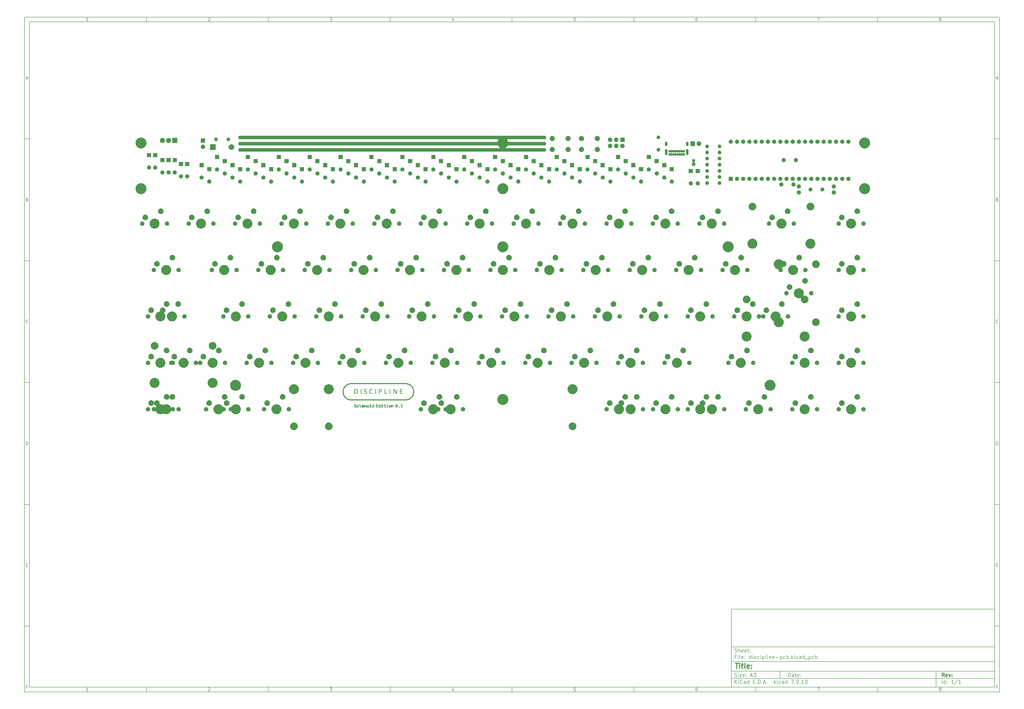
<source format=gts>
G04 #@! TF.GenerationSoftware,KiCad,Pcbnew,7.0.10*
G04 #@! TF.CreationDate,2024-01-29T11:03:30+01:00*
G04 #@! TF.ProjectId,discipline-pcb,64697363-6970-46c6-996e-652d7063622e,rev?*
G04 #@! TF.SameCoordinates,Original*
G04 #@! TF.FileFunction,Soldermask,Top*
G04 #@! TF.FilePolarity,Negative*
%FSLAX46Y46*%
G04 Gerber Fmt 4.6, Leading zero omitted, Abs format (unit mm)*
G04 Created by KiCad (PCBNEW 7.0.10) date 2024-01-29 11:03:30*
%MOMM*%
%LPD*%
G01*
G04 APERTURE LIST*
%ADD10C,0.100000*%
%ADD11C,0.150000*%
%ADD12C,0.300000*%
%ADD13C,0.400000*%
G04 APERTURE END LIST*
D10*
D11*
X299989000Y-253002200D02*
X407989000Y-253002200D01*
X407989000Y-285002200D01*
X299989000Y-285002200D01*
X299989000Y-253002200D01*
D10*
D11*
X10000000Y-10000000D02*
X409989000Y-10000000D01*
X409989000Y-287002200D01*
X10000000Y-287002200D01*
X10000000Y-10000000D01*
D10*
D11*
X12000000Y-12000000D02*
X407989000Y-12000000D01*
X407989000Y-285002200D01*
X12000000Y-285002200D01*
X12000000Y-12000000D01*
D10*
D11*
X60000000Y-12000000D02*
X60000000Y-10000000D01*
D10*
D11*
X110000000Y-12000000D02*
X110000000Y-10000000D01*
D10*
D11*
X160000000Y-12000000D02*
X160000000Y-10000000D01*
D10*
D11*
X210000000Y-12000000D02*
X210000000Y-10000000D01*
D10*
D11*
X260000000Y-12000000D02*
X260000000Y-10000000D01*
D10*
D11*
X310000000Y-12000000D02*
X310000000Y-10000000D01*
D10*
D11*
X360000000Y-12000000D02*
X360000000Y-10000000D01*
D10*
D11*
X36089160Y-11593604D02*
X35346303Y-11593604D01*
X35717731Y-11593604D02*
X35717731Y-10293604D01*
X35717731Y-10293604D02*
X35593922Y-10479319D01*
X35593922Y-10479319D02*
X35470112Y-10603128D01*
X35470112Y-10603128D02*
X35346303Y-10665033D01*
D10*
D11*
X85346303Y-10417414D02*
X85408207Y-10355509D01*
X85408207Y-10355509D02*
X85532017Y-10293604D01*
X85532017Y-10293604D02*
X85841541Y-10293604D01*
X85841541Y-10293604D02*
X85965350Y-10355509D01*
X85965350Y-10355509D02*
X86027255Y-10417414D01*
X86027255Y-10417414D02*
X86089160Y-10541223D01*
X86089160Y-10541223D02*
X86089160Y-10665033D01*
X86089160Y-10665033D02*
X86027255Y-10850747D01*
X86027255Y-10850747D02*
X85284398Y-11593604D01*
X85284398Y-11593604D02*
X86089160Y-11593604D01*
D10*
D11*
X135284398Y-10293604D02*
X136089160Y-10293604D01*
X136089160Y-10293604D02*
X135655826Y-10788842D01*
X135655826Y-10788842D02*
X135841541Y-10788842D01*
X135841541Y-10788842D02*
X135965350Y-10850747D01*
X135965350Y-10850747D02*
X136027255Y-10912652D01*
X136027255Y-10912652D02*
X136089160Y-11036461D01*
X136089160Y-11036461D02*
X136089160Y-11345985D01*
X136089160Y-11345985D02*
X136027255Y-11469795D01*
X136027255Y-11469795D02*
X135965350Y-11531700D01*
X135965350Y-11531700D02*
X135841541Y-11593604D01*
X135841541Y-11593604D02*
X135470112Y-11593604D01*
X135470112Y-11593604D02*
X135346303Y-11531700D01*
X135346303Y-11531700D02*
X135284398Y-11469795D01*
D10*
D11*
X185965350Y-10726938D02*
X185965350Y-11593604D01*
X185655826Y-10231700D02*
X185346303Y-11160271D01*
X185346303Y-11160271D02*
X186151064Y-11160271D01*
D10*
D11*
X236027255Y-10293604D02*
X235408207Y-10293604D01*
X235408207Y-10293604D02*
X235346303Y-10912652D01*
X235346303Y-10912652D02*
X235408207Y-10850747D01*
X235408207Y-10850747D02*
X235532017Y-10788842D01*
X235532017Y-10788842D02*
X235841541Y-10788842D01*
X235841541Y-10788842D02*
X235965350Y-10850747D01*
X235965350Y-10850747D02*
X236027255Y-10912652D01*
X236027255Y-10912652D02*
X236089160Y-11036461D01*
X236089160Y-11036461D02*
X236089160Y-11345985D01*
X236089160Y-11345985D02*
X236027255Y-11469795D01*
X236027255Y-11469795D02*
X235965350Y-11531700D01*
X235965350Y-11531700D02*
X235841541Y-11593604D01*
X235841541Y-11593604D02*
X235532017Y-11593604D01*
X235532017Y-11593604D02*
X235408207Y-11531700D01*
X235408207Y-11531700D02*
X235346303Y-11469795D01*
D10*
D11*
X285965350Y-10293604D02*
X285717731Y-10293604D01*
X285717731Y-10293604D02*
X285593922Y-10355509D01*
X285593922Y-10355509D02*
X285532017Y-10417414D01*
X285532017Y-10417414D02*
X285408207Y-10603128D01*
X285408207Y-10603128D02*
X285346303Y-10850747D01*
X285346303Y-10850747D02*
X285346303Y-11345985D01*
X285346303Y-11345985D02*
X285408207Y-11469795D01*
X285408207Y-11469795D02*
X285470112Y-11531700D01*
X285470112Y-11531700D02*
X285593922Y-11593604D01*
X285593922Y-11593604D02*
X285841541Y-11593604D01*
X285841541Y-11593604D02*
X285965350Y-11531700D01*
X285965350Y-11531700D02*
X286027255Y-11469795D01*
X286027255Y-11469795D02*
X286089160Y-11345985D01*
X286089160Y-11345985D02*
X286089160Y-11036461D01*
X286089160Y-11036461D02*
X286027255Y-10912652D01*
X286027255Y-10912652D02*
X285965350Y-10850747D01*
X285965350Y-10850747D02*
X285841541Y-10788842D01*
X285841541Y-10788842D02*
X285593922Y-10788842D01*
X285593922Y-10788842D02*
X285470112Y-10850747D01*
X285470112Y-10850747D02*
X285408207Y-10912652D01*
X285408207Y-10912652D02*
X285346303Y-11036461D01*
D10*
D11*
X335284398Y-10293604D02*
X336151064Y-10293604D01*
X336151064Y-10293604D02*
X335593922Y-11593604D01*
D10*
D11*
X385593922Y-10850747D02*
X385470112Y-10788842D01*
X385470112Y-10788842D02*
X385408207Y-10726938D01*
X385408207Y-10726938D02*
X385346303Y-10603128D01*
X385346303Y-10603128D02*
X385346303Y-10541223D01*
X385346303Y-10541223D02*
X385408207Y-10417414D01*
X385408207Y-10417414D02*
X385470112Y-10355509D01*
X385470112Y-10355509D02*
X385593922Y-10293604D01*
X385593922Y-10293604D02*
X385841541Y-10293604D01*
X385841541Y-10293604D02*
X385965350Y-10355509D01*
X385965350Y-10355509D02*
X386027255Y-10417414D01*
X386027255Y-10417414D02*
X386089160Y-10541223D01*
X386089160Y-10541223D02*
X386089160Y-10603128D01*
X386089160Y-10603128D02*
X386027255Y-10726938D01*
X386027255Y-10726938D02*
X385965350Y-10788842D01*
X385965350Y-10788842D02*
X385841541Y-10850747D01*
X385841541Y-10850747D02*
X385593922Y-10850747D01*
X385593922Y-10850747D02*
X385470112Y-10912652D01*
X385470112Y-10912652D02*
X385408207Y-10974557D01*
X385408207Y-10974557D02*
X385346303Y-11098366D01*
X385346303Y-11098366D02*
X385346303Y-11345985D01*
X385346303Y-11345985D02*
X385408207Y-11469795D01*
X385408207Y-11469795D02*
X385470112Y-11531700D01*
X385470112Y-11531700D02*
X385593922Y-11593604D01*
X385593922Y-11593604D02*
X385841541Y-11593604D01*
X385841541Y-11593604D02*
X385965350Y-11531700D01*
X385965350Y-11531700D02*
X386027255Y-11469795D01*
X386027255Y-11469795D02*
X386089160Y-11345985D01*
X386089160Y-11345985D02*
X386089160Y-11098366D01*
X386089160Y-11098366D02*
X386027255Y-10974557D01*
X386027255Y-10974557D02*
X385965350Y-10912652D01*
X385965350Y-10912652D02*
X385841541Y-10850747D01*
D10*
D11*
X60000000Y-285002200D02*
X60000000Y-287002200D01*
D10*
D11*
X110000000Y-285002200D02*
X110000000Y-287002200D01*
D10*
D11*
X160000000Y-285002200D02*
X160000000Y-287002200D01*
D10*
D11*
X210000000Y-285002200D02*
X210000000Y-287002200D01*
D10*
D11*
X260000000Y-285002200D02*
X260000000Y-287002200D01*
D10*
D11*
X310000000Y-285002200D02*
X310000000Y-287002200D01*
D10*
D11*
X360000000Y-285002200D02*
X360000000Y-287002200D01*
D10*
D11*
X36089160Y-286595804D02*
X35346303Y-286595804D01*
X35717731Y-286595804D02*
X35717731Y-285295804D01*
X35717731Y-285295804D02*
X35593922Y-285481519D01*
X35593922Y-285481519D02*
X35470112Y-285605328D01*
X35470112Y-285605328D02*
X35346303Y-285667233D01*
D10*
D11*
X85346303Y-285419614D02*
X85408207Y-285357709D01*
X85408207Y-285357709D02*
X85532017Y-285295804D01*
X85532017Y-285295804D02*
X85841541Y-285295804D01*
X85841541Y-285295804D02*
X85965350Y-285357709D01*
X85965350Y-285357709D02*
X86027255Y-285419614D01*
X86027255Y-285419614D02*
X86089160Y-285543423D01*
X86089160Y-285543423D02*
X86089160Y-285667233D01*
X86089160Y-285667233D02*
X86027255Y-285852947D01*
X86027255Y-285852947D02*
X85284398Y-286595804D01*
X85284398Y-286595804D02*
X86089160Y-286595804D01*
D10*
D11*
X135284398Y-285295804D02*
X136089160Y-285295804D01*
X136089160Y-285295804D02*
X135655826Y-285791042D01*
X135655826Y-285791042D02*
X135841541Y-285791042D01*
X135841541Y-285791042D02*
X135965350Y-285852947D01*
X135965350Y-285852947D02*
X136027255Y-285914852D01*
X136027255Y-285914852D02*
X136089160Y-286038661D01*
X136089160Y-286038661D02*
X136089160Y-286348185D01*
X136089160Y-286348185D02*
X136027255Y-286471995D01*
X136027255Y-286471995D02*
X135965350Y-286533900D01*
X135965350Y-286533900D02*
X135841541Y-286595804D01*
X135841541Y-286595804D02*
X135470112Y-286595804D01*
X135470112Y-286595804D02*
X135346303Y-286533900D01*
X135346303Y-286533900D02*
X135284398Y-286471995D01*
D10*
D11*
X185965350Y-285729138D02*
X185965350Y-286595804D01*
X185655826Y-285233900D02*
X185346303Y-286162471D01*
X185346303Y-286162471D02*
X186151064Y-286162471D01*
D10*
D11*
X236027255Y-285295804D02*
X235408207Y-285295804D01*
X235408207Y-285295804D02*
X235346303Y-285914852D01*
X235346303Y-285914852D02*
X235408207Y-285852947D01*
X235408207Y-285852947D02*
X235532017Y-285791042D01*
X235532017Y-285791042D02*
X235841541Y-285791042D01*
X235841541Y-285791042D02*
X235965350Y-285852947D01*
X235965350Y-285852947D02*
X236027255Y-285914852D01*
X236027255Y-285914852D02*
X236089160Y-286038661D01*
X236089160Y-286038661D02*
X236089160Y-286348185D01*
X236089160Y-286348185D02*
X236027255Y-286471995D01*
X236027255Y-286471995D02*
X235965350Y-286533900D01*
X235965350Y-286533900D02*
X235841541Y-286595804D01*
X235841541Y-286595804D02*
X235532017Y-286595804D01*
X235532017Y-286595804D02*
X235408207Y-286533900D01*
X235408207Y-286533900D02*
X235346303Y-286471995D01*
D10*
D11*
X285965350Y-285295804D02*
X285717731Y-285295804D01*
X285717731Y-285295804D02*
X285593922Y-285357709D01*
X285593922Y-285357709D02*
X285532017Y-285419614D01*
X285532017Y-285419614D02*
X285408207Y-285605328D01*
X285408207Y-285605328D02*
X285346303Y-285852947D01*
X285346303Y-285852947D02*
X285346303Y-286348185D01*
X285346303Y-286348185D02*
X285408207Y-286471995D01*
X285408207Y-286471995D02*
X285470112Y-286533900D01*
X285470112Y-286533900D02*
X285593922Y-286595804D01*
X285593922Y-286595804D02*
X285841541Y-286595804D01*
X285841541Y-286595804D02*
X285965350Y-286533900D01*
X285965350Y-286533900D02*
X286027255Y-286471995D01*
X286027255Y-286471995D02*
X286089160Y-286348185D01*
X286089160Y-286348185D02*
X286089160Y-286038661D01*
X286089160Y-286038661D02*
X286027255Y-285914852D01*
X286027255Y-285914852D02*
X285965350Y-285852947D01*
X285965350Y-285852947D02*
X285841541Y-285791042D01*
X285841541Y-285791042D02*
X285593922Y-285791042D01*
X285593922Y-285791042D02*
X285470112Y-285852947D01*
X285470112Y-285852947D02*
X285408207Y-285914852D01*
X285408207Y-285914852D02*
X285346303Y-286038661D01*
D10*
D11*
X335284398Y-285295804D02*
X336151064Y-285295804D01*
X336151064Y-285295804D02*
X335593922Y-286595804D01*
D10*
D11*
X385593922Y-285852947D02*
X385470112Y-285791042D01*
X385470112Y-285791042D02*
X385408207Y-285729138D01*
X385408207Y-285729138D02*
X385346303Y-285605328D01*
X385346303Y-285605328D02*
X385346303Y-285543423D01*
X385346303Y-285543423D02*
X385408207Y-285419614D01*
X385408207Y-285419614D02*
X385470112Y-285357709D01*
X385470112Y-285357709D02*
X385593922Y-285295804D01*
X385593922Y-285295804D02*
X385841541Y-285295804D01*
X385841541Y-285295804D02*
X385965350Y-285357709D01*
X385965350Y-285357709D02*
X386027255Y-285419614D01*
X386027255Y-285419614D02*
X386089160Y-285543423D01*
X386089160Y-285543423D02*
X386089160Y-285605328D01*
X386089160Y-285605328D02*
X386027255Y-285729138D01*
X386027255Y-285729138D02*
X385965350Y-285791042D01*
X385965350Y-285791042D02*
X385841541Y-285852947D01*
X385841541Y-285852947D02*
X385593922Y-285852947D01*
X385593922Y-285852947D02*
X385470112Y-285914852D01*
X385470112Y-285914852D02*
X385408207Y-285976757D01*
X385408207Y-285976757D02*
X385346303Y-286100566D01*
X385346303Y-286100566D02*
X385346303Y-286348185D01*
X385346303Y-286348185D02*
X385408207Y-286471995D01*
X385408207Y-286471995D02*
X385470112Y-286533900D01*
X385470112Y-286533900D02*
X385593922Y-286595804D01*
X385593922Y-286595804D02*
X385841541Y-286595804D01*
X385841541Y-286595804D02*
X385965350Y-286533900D01*
X385965350Y-286533900D02*
X386027255Y-286471995D01*
X386027255Y-286471995D02*
X386089160Y-286348185D01*
X386089160Y-286348185D02*
X386089160Y-286100566D01*
X386089160Y-286100566D02*
X386027255Y-285976757D01*
X386027255Y-285976757D02*
X385965350Y-285914852D01*
X385965350Y-285914852D02*
X385841541Y-285852947D01*
D10*
D11*
X10000000Y-60000000D02*
X12000000Y-60000000D01*
D10*
D11*
X10000000Y-110000000D02*
X12000000Y-110000000D01*
D10*
D11*
X10000000Y-160000000D02*
X12000000Y-160000000D01*
D10*
D11*
X10000000Y-210000000D02*
X12000000Y-210000000D01*
D10*
D11*
X10000000Y-260000000D02*
X12000000Y-260000000D01*
D10*
D11*
X10690476Y-35222176D02*
X11309523Y-35222176D01*
X10566666Y-35593604D02*
X10999999Y-34293604D01*
X10999999Y-34293604D02*
X11433333Y-35593604D01*
D10*
D11*
X11092857Y-84912652D02*
X11278571Y-84974557D01*
X11278571Y-84974557D02*
X11340476Y-85036461D01*
X11340476Y-85036461D02*
X11402380Y-85160271D01*
X11402380Y-85160271D02*
X11402380Y-85345985D01*
X11402380Y-85345985D02*
X11340476Y-85469795D01*
X11340476Y-85469795D02*
X11278571Y-85531700D01*
X11278571Y-85531700D02*
X11154761Y-85593604D01*
X11154761Y-85593604D02*
X10659523Y-85593604D01*
X10659523Y-85593604D02*
X10659523Y-84293604D01*
X10659523Y-84293604D02*
X11092857Y-84293604D01*
X11092857Y-84293604D02*
X11216666Y-84355509D01*
X11216666Y-84355509D02*
X11278571Y-84417414D01*
X11278571Y-84417414D02*
X11340476Y-84541223D01*
X11340476Y-84541223D02*
X11340476Y-84665033D01*
X11340476Y-84665033D02*
X11278571Y-84788842D01*
X11278571Y-84788842D02*
X11216666Y-84850747D01*
X11216666Y-84850747D02*
X11092857Y-84912652D01*
X11092857Y-84912652D02*
X10659523Y-84912652D01*
D10*
D11*
X11402380Y-135469795D02*
X11340476Y-135531700D01*
X11340476Y-135531700D02*
X11154761Y-135593604D01*
X11154761Y-135593604D02*
X11030952Y-135593604D01*
X11030952Y-135593604D02*
X10845238Y-135531700D01*
X10845238Y-135531700D02*
X10721428Y-135407890D01*
X10721428Y-135407890D02*
X10659523Y-135284080D01*
X10659523Y-135284080D02*
X10597619Y-135036461D01*
X10597619Y-135036461D02*
X10597619Y-134850747D01*
X10597619Y-134850747D02*
X10659523Y-134603128D01*
X10659523Y-134603128D02*
X10721428Y-134479319D01*
X10721428Y-134479319D02*
X10845238Y-134355509D01*
X10845238Y-134355509D02*
X11030952Y-134293604D01*
X11030952Y-134293604D02*
X11154761Y-134293604D01*
X11154761Y-134293604D02*
X11340476Y-134355509D01*
X11340476Y-134355509D02*
X11402380Y-134417414D01*
D10*
D11*
X10659523Y-185593604D02*
X10659523Y-184293604D01*
X10659523Y-184293604D02*
X10969047Y-184293604D01*
X10969047Y-184293604D02*
X11154761Y-184355509D01*
X11154761Y-184355509D02*
X11278571Y-184479319D01*
X11278571Y-184479319D02*
X11340476Y-184603128D01*
X11340476Y-184603128D02*
X11402380Y-184850747D01*
X11402380Y-184850747D02*
X11402380Y-185036461D01*
X11402380Y-185036461D02*
X11340476Y-185284080D01*
X11340476Y-185284080D02*
X11278571Y-185407890D01*
X11278571Y-185407890D02*
X11154761Y-185531700D01*
X11154761Y-185531700D02*
X10969047Y-185593604D01*
X10969047Y-185593604D02*
X10659523Y-185593604D01*
D10*
D11*
X10721428Y-234912652D02*
X11154762Y-234912652D01*
X11340476Y-235593604D02*
X10721428Y-235593604D01*
X10721428Y-235593604D02*
X10721428Y-234293604D01*
X10721428Y-234293604D02*
X11340476Y-234293604D01*
D10*
D11*
X11185714Y-284912652D02*
X10752380Y-284912652D01*
X10752380Y-285593604D02*
X10752380Y-284293604D01*
X10752380Y-284293604D02*
X11371428Y-284293604D01*
D10*
D11*
X409989000Y-60000000D02*
X407989000Y-60000000D01*
D10*
D11*
X409989000Y-110000000D02*
X407989000Y-110000000D01*
D10*
D11*
X409989000Y-160000000D02*
X407989000Y-160000000D01*
D10*
D11*
X409989000Y-210000000D02*
X407989000Y-210000000D01*
D10*
D11*
X409989000Y-260000000D02*
X407989000Y-260000000D01*
D10*
D11*
X408679476Y-35222176D02*
X409298523Y-35222176D01*
X408555666Y-35593604D02*
X408988999Y-34293604D01*
X408988999Y-34293604D02*
X409422333Y-35593604D01*
D10*
D11*
X409081857Y-84912652D02*
X409267571Y-84974557D01*
X409267571Y-84974557D02*
X409329476Y-85036461D01*
X409329476Y-85036461D02*
X409391380Y-85160271D01*
X409391380Y-85160271D02*
X409391380Y-85345985D01*
X409391380Y-85345985D02*
X409329476Y-85469795D01*
X409329476Y-85469795D02*
X409267571Y-85531700D01*
X409267571Y-85531700D02*
X409143761Y-85593604D01*
X409143761Y-85593604D02*
X408648523Y-85593604D01*
X408648523Y-85593604D02*
X408648523Y-84293604D01*
X408648523Y-84293604D02*
X409081857Y-84293604D01*
X409081857Y-84293604D02*
X409205666Y-84355509D01*
X409205666Y-84355509D02*
X409267571Y-84417414D01*
X409267571Y-84417414D02*
X409329476Y-84541223D01*
X409329476Y-84541223D02*
X409329476Y-84665033D01*
X409329476Y-84665033D02*
X409267571Y-84788842D01*
X409267571Y-84788842D02*
X409205666Y-84850747D01*
X409205666Y-84850747D02*
X409081857Y-84912652D01*
X409081857Y-84912652D02*
X408648523Y-84912652D01*
D10*
D11*
X409391380Y-135469795D02*
X409329476Y-135531700D01*
X409329476Y-135531700D02*
X409143761Y-135593604D01*
X409143761Y-135593604D02*
X409019952Y-135593604D01*
X409019952Y-135593604D02*
X408834238Y-135531700D01*
X408834238Y-135531700D02*
X408710428Y-135407890D01*
X408710428Y-135407890D02*
X408648523Y-135284080D01*
X408648523Y-135284080D02*
X408586619Y-135036461D01*
X408586619Y-135036461D02*
X408586619Y-134850747D01*
X408586619Y-134850747D02*
X408648523Y-134603128D01*
X408648523Y-134603128D02*
X408710428Y-134479319D01*
X408710428Y-134479319D02*
X408834238Y-134355509D01*
X408834238Y-134355509D02*
X409019952Y-134293604D01*
X409019952Y-134293604D02*
X409143761Y-134293604D01*
X409143761Y-134293604D02*
X409329476Y-134355509D01*
X409329476Y-134355509D02*
X409391380Y-134417414D01*
D10*
D11*
X408648523Y-185593604D02*
X408648523Y-184293604D01*
X408648523Y-184293604D02*
X408958047Y-184293604D01*
X408958047Y-184293604D02*
X409143761Y-184355509D01*
X409143761Y-184355509D02*
X409267571Y-184479319D01*
X409267571Y-184479319D02*
X409329476Y-184603128D01*
X409329476Y-184603128D02*
X409391380Y-184850747D01*
X409391380Y-184850747D02*
X409391380Y-185036461D01*
X409391380Y-185036461D02*
X409329476Y-185284080D01*
X409329476Y-185284080D02*
X409267571Y-185407890D01*
X409267571Y-185407890D02*
X409143761Y-185531700D01*
X409143761Y-185531700D02*
X408958047Y-185593604D01*
X408958047Y-185593604D02*
X408648523Y-185593604D01*
D10*
D11*
X408710428Y-234912652D02*
X409143762Y-234912652D01*
X409329476Y-235593604D02*
X408710428Y-235593604D01*
X408710428Y-235593604D02*
X408710428Y-234293604D01*
X408710428Y-234293604D02*
X409329476Y-234293604D01*
D10*
D11*
X409174714Y-284912652D02*
X408741380Y-284912652D01*
X408741380Y-285593604D02*
X408741380Y-284293604D01*
X408741380Y-284293604D02*
X409360428Y-284293604D01*
D10*
D11*
X323444826Y-280788328D02*
X323444826Y-279288328D01*
X323444826Y-279288328D02*
X323801969Y-279288328D01*
X323801969Y-279288328D02*
X324016255Y-279359757D01*
X324016255Y-279359757D02*
X324159112Y-279502614D01*
X324159112Y-279502614D02*
X324230541Y-279645471D01*
X324230541Y-279645471D02*
X324301969Y-279931185D01*
X324301969Y-279931185D02*
X324301969Y-280145471D01*
X324301969Y-280145471D02*
X324230541Y-280431185D01*
X324230541Y-280431185D02*
X324159112Y-280574042D01*
X324159112Y-280574042D02*
X324016255Y-280716900D01*
X324016255Y-280716900D02*
X323801969Y-280788328D01*
X323801969Y-280788328D02*
X323444826Y-280788328D01*
X325587684Y-280788328D02*
X325587684Y-280002614D01*
X325587684Y-280002614D02*
X325516255Y-279859757D01*
X325516255Y-279859757D02*
X325373398Y-279788328D01*
X325373398Y-279788328D02*
X325087684Y-279788328D01*
X325087684Y-279788328D02*
X324944826Y-279859757D01*
X325587684Y-280716900D02*
X325444826Y-280788328D01*
X325444826Y-280788328D02*
X325087684Y-280788328D01*
X325087684Y-280788328D02*
X324944826Y-280716900D01*
X324944826Y-280716900D02*
X324873398Y-280574042D01*
X324873398Y-280574042D02*
X324873398Y-280431185D01*
X324873398Y-280431185D02*
X324944826Y-280288328D01*
X324944826Y-280288328D02*
X325087684Y-280216900D01*
X325087684Y-280216900D02*
X325444826Y-280216900D01*
X325444826Y-280216900D02*
X325587684Y-280145471D01*
X326087684Y-279788328D02*
X326659112Y-279788328D01*
X326301969Y-279288328D02*
X326301969Y-280574042D01*
X326301969Y-280574042D02*
X326373398Y-280716900D01*
X326373398Y-280716900D02*
X326516255Y-280788328D01*
X326516255Y-280788328D02*
X326659112Y-280788328D01*
X327730541Y-280716900D02*
X327587684Y-280788328D01*
X327587684Y-280788328D02*
X327301970Y-280788328D01*
X327301970Y-280788328D02*
X327159112Y-280716900D01*
X327159112Y-280716900D02*
X327087684Y-280574042D01*
X327087684Y-280574042D02*
X327087684Y-280002614D01*
X327087684Y-280002614D02*
X327159112Y-279859757D01*
X327159112Y-279859757D02*
X327301970Y-279788328D01*
X327301970Y-279788328D02*
X327587684Y-279788328D01*
X327587684Y-279788328D02*
X327730541Y-279859757D01*
X327730541Y-279859757D02*
X327801970Y-280002614D01*
X327801970Y-280002614D02*
X327801970Y-280145471D01*
X327801970Y-280145471D02*
X327087684Y-280288328D01*
X328444826Y-280645471D02*
X328516255Y-280716900D01*
X328516255Y-280716900D02*
X328444826Y-280788328D01*
X328444826Y-280788328D02*
X328373398Y-280716900D01*
X328373398Y-280716900D02*
X328444826Y-280645471D01*
X328444826Y-280645471D02*
X328444826Y-280788328D01*
X328444826Y-279859757D02*
X328516255Y-279931185D01*
X328516255Y-279931185D02*
X328444826Y-280002614D01*
X328444826Y-280002614D02*
X328373398Y-279931185D01*
X328373398Y-279931185D02*
X328444826Y-279859757D01*
X328444826Y-279859757D02*
X328444826Y-280002614D01*
D10*
D11*
X299989000Y-281502200D02*
X407989000Y-281502200D01*
D10*
D11*
X301444826Y-283588328D02*
X301444826Y-282088328D01*
X302301969Y-283588328D02*
X301659112Y-282731185D01*
X302301969Y-282088328D02*
X301444826Y-282945471D01*
X302944826Y-283588328D02*
X302944826Y-282588328D01*
X302944826Y-282088328D02*
X302873398Y-282159757D01*
X302873398Y-282159757D02*
X302944826Y-282231185D01*
X302944826Y-282231185D02*
X303016255Y-282159757D01*
X303016255Y-282159757D02*
X302944826Y-282088328D01*
X302944826Y-282088328D02*
X302944826Y-282231185D01*
X304516255Y-283445471D02*
X304444827Y-283516900D01*
X304444827Y-283516900D02*
X304230541Y-283588328D01*
X304230541Y-283588328D02*
X304087684Y-283588328D01*
X304087684Y-283588328D02*
X303873398Y-283516900D01*
X303873398Y-283516900D02*
X303730541Y-283374042D01*
X303730541Y-283374042D02*
X303659112Y-283231185D01*
X303659112Y-283231185D02*
X303587684Y-282945471D01*
X303587684Y-282945471D02*
X303587684Y-282731185D01*
X303587684Y-282731185D02*
X303659112Y-282445471D01*
X303659112Y-282445471D02*
X303730541Y-282302614D01*
X303730541Y-282302614D02*
X303873398Y-282159757D01*
X303873398Y-282159757D02*
X304087684Y-282088328D01*
X304087684Y-282088328D02*
X304230541Y-282088328D01*
X304230541Y-282088328D02*
X304444827Y-282159757D01*
X304444827Y-282159757D02*
X304516255Y-282231185D01*
X305801970Y-283588328D02*
X305801970Y-282802614D01*
X305801970Y-282802614D02*
X305730541Y-282659757D01*
X305730541Y-282659757D02*
X305587684Y-282588328D01*
X305587684Y-282588328D02*
X305301970Y-282588328D01*
X305301970Y-282588328D02*
X305159112Y-282659757D01*
X305801970Y-283516900D02*
X305659112Y-283588328D01*
X305659112Y-283588328D02*
X305301970Y-283588328D01*
X305301970Y-283588328D02*
X305159112Y-283516900D01*
X305159112Y-283516900D02*
X305087684Y-283374042D01*
X305087684Y-283374042D02*
X305087684Y-283231185D01*
X305087684Y-283231185D02*
X305159112Y-283088328D01*
X305159112Y-283088328D02*
X305301970Y-283016900D01*
X305301970Y-283016900D02*
X305659112Y-283016900D01*
X305659112Y-283016900D02*
X305801970Y-282945471D01*
X307159113Y-283588328D02*
X307159113Y-282088328D01*
X307159113Y-283516900D02*
X307016255Y-283588328D01*
X307016255Y-283588328D02*
X306730541Y-283588328D01*
X306730541Y-283588328D02*
X306587684Y-283516900D01*
X306587684Y-283516900D02*
X306516255Y-283445471D01*
X306516255Y-283445471D02*
X306444827Y-283302614D01*
X306444827Y-283302614D02*
X306444827Y-282874042D01*
X306444827Y-282874042D02*
X306516255Y-282731185D01*
X306516255Y-282731185D02*
X306587684Y-282659757D01*
X306587684Y-282659757D02*
X306730541Y-282588328D01*
X306730541Y-282588328D02*
X307016255Y-282588328D01*
X307016255Y-282588328D02*
X307159113Y-282659757D01*
X309016255Y-282802614D02*
X309516255Y-282802614D01*
X309730541Y-283588328D02*
X309016255Y-283588328D01*
X309016255Y-283588328D02*
X309016255Y-282088328D01*
X309016255Y-282088328D02*
X309730541Y-282088328D01*
X310373398Y-283445471D02*
X310444827Y-283516900D01*
X310444827Y-283516900D02*
X310373398Y-283588328D01*
X310373398Y-283588328D02*
X310301970Y-283516900D01*
X310301970Y-283516900D02*
X310373398Y-283445471D01*
X310373398Y-283445471D02*
X310373398Y-283588328D01*
X311087684Y-283588328D02*
X311087684Y-282088328D01*
X311087684Y-282088328D02*
X311444827Y-282088328D01*
X311444827Y-282088328D02*
X311659113Y-282159757D01*
X311659113Y-282159757D02*
X311801970Y-282302614D01*
X311801970Y-282302614D02*
X311873399Y-282445471D01*
X311873399Y-282445471D02*
X311944827Y-282731185D01*
X311944827Y-282731185D02*
X311944827Y-282945471D01*
X311944827Y-282945471D02*
X311873399Y-283231185D01*
X311873399Y-283231185D02*
X311801970Y-283374042D01*
X311801970Y-283374042D02*
X311659113Y-283516900D01*
X311659113Y-283516900D02*
X311444827Y-283588328D01*
X311444827Y-283588328D02*
X311087684Y-283588328D01*
X312587684Y-283445471D02*
X312659113Y-283516900D01*
X312659113Y-283516900D02*
X312587684Y-283588328D01*
X312587684Y-283588328D02*
X312516256Y-283516900D01*
X312516256Y-283516900D02*
X312587684Y-283445471D01*
X312587684Y-283445471D02*
X312587684Y-283588328D01*
X313230542Y-283159757D02*
X313944828Y-283159757D01*
X313087685Y-283588328D02*
X313587685Y-282088328D01*
X313587685Y-282088328D02*
X314087685Y-283588328D01*
X314587684Y-283445471D02*
X314659113Y-283516900D01*
X314659113Y-283516900D02*
X314587684Y-283588328D01*
X314587684Y-283588328D02*
X314516256Y-283516900D01*
X314516256Y-283516900D02*
X314587684Y-283445471D01*
X314587684Y-283445471D02*
X314587684Y-283588328D01*
X317587684Y-283588328D02*
X317587684Y-282088328D01*
X317730542Y-283016900D02*
X318159113Y-283588328D01*
X318159113Y-282588328D02*
X317587684Y-283159757D01*
X318801970Y-283588328D02*
X318801970Y-282588328D01*
X318801970Y-282088328D02*
X318730542Y-282159757D01*
X318730542Y-282159757D02*
X318801970Y-282231185D01*
X318801970Y-282231185D02*
X318873399Y-282159757D01*
X318873399Y-282159757D02*
X318801970Y-282088328D01*
X318801970Y-282088328D02*
X318801970Y-282231185D01*
X320159114Y-283516900D02*
X320016256Y-283588328D01*
X320016256Y-283588328D02*
X319730542Y-283588328D01*
X319730542Y-283588328D02*
X319587685Y-283516900D01*
X319587685Y-283516900D02*
X319516256Y-283445471D01*
X319516256Y-283445471D02*
X319444828Y-283302614D01*
X319444828Y-283302614D02*
X319444828Y-282874042D01*
X319444828Y-282874042D02*
X319516256Y-282731185D01*
X319516256Y-282731185D02*
X319587685Y-282659757D01*
X319587685Y-282659757D02*
X319730542Y-282588328D01*
X319730542Y-282588328D02*
X320016256Y-282588328D01*
X320016256Y-282588328D02*
X320159114Y-282659757D01*
X321444828Y-283588328D02*
X321444828Y-282802614D01*
X321444828Y-282802614D02*
X321373399Y-282659757D01*
X321373399Y-282659757D02*
X321230542Y-282588328D01*
X321230542Y-282588328D02*
X320944828Y-282588328D01*
X320944828Y-282588328D02*
X320801970Y-282659757D01*
X321444828Y-283516900D02*
X321301970Y-283588328D01*
X321301970Y-283588328D02*
X320944828Y-283588328D01*
X320944828Y-283588328D02*
X320801970Y-283516900D01*
X320801970Y-283516900D02*
X320730542Y-283374042D01*
X320730542Y-283374042D02*
X320730542Y-283231185D01*
X320730542Y-283231185D02*
X320801970Y-283088328D01*
X320801970Y-283088328D02*
X320944828Y-283016900D01*
X320944828Y-283016900D02*
X321301970Y-283016900D01*
X321301970Y-283016900D02*
X321444828Y-282945471D01*
X322801971Y-283588328D02*
X322801971Y-282088328D01*
X322801971Y-283516900D02*
X322659113Y-283588328D01*
X322659113Y-283588328D02*
X322373399Y-283588328D01*
X322373399Y-283588328D02*
X322230542Y-283516900D01*
X322230542Y-283516900D02*
X322159113Y-283445471D01*
X322159113Y-283445471D02*
X322087685Y-283302614D01*
X322087685Y-283302614D02*
X322087685Y-282874042D01*
X322087685Y-282874042D02*
X322159113Y-282731185D01*
X322159113Y-282731185D02*
X322230542Y-282659757D01*
X322230542Y-282659757D02*
X322373399Y-282588328D01*
X322373399Y-282588328D02*
X322659113Y-282588328D01*
X322659113Y-282588328D02*
X322801971Y-282659757D01*
X324516256Y-282088328D02*
X325516256Y-282088328D01*
X325516256Y-282088328D02*
X324873399Y-283588328D01*
X326087684Y-283445471D02*
X326159113Y-283516900D01*
X326159113Y-283516900D02*
X326087684Y-283588328D01*
X326087684Y-283588328D02*
X326016256Y-283516900D01*
X326016256Y-283516900D02*
X326087684Y-283445471D01*
X326087684Y-283445471D02*
X326087684Y-283588328D01*
X327087685Y-282088328D02*
X327230542Y-282088328D01*
X327230542Y-282088328D02*
X327373399Y-282159757D01*
X327373399Y-282159757D02*
X327444828Y-282231185D01*
X327444828Y-282231185D02*
X327516256Y-282374042D01*
X327516256Y-282374042D02*
X327587685Y-282659757D01*
X327587685Y-282659757D02*
X327587685Y-283016900D01*
X327587685Y-283016900D02*
X327516256Y-283302614D01*
X327516256Y-283302614D02*
X327444828Y-283445471D01*
X327444828Y-283445471D02*
X327373399Y-283516900D01*
X327373399Y-283516900D02*
X327230542Y-283588328D01*
X327230542Y-283588328D02*
X327087685Y-283588328D01*
X327087685Y-283588328D02*
X326944828Y-283516900D01*
X326944828Y-283516900D02*
X326873399Y-283445471D01*
X326873399Y-283445471D02*
X326801970Y-283302614D01*
X326801970Y-283302614D02*
X326730542Y-283016900D01*
X326730542Y-283016900D02*
X326730542Y-282659757D01*
X326730542Y-282659757D02*
X326801970Y-282374042D01*
X326801970Y-282374042D02*
X326873399Y-282231185D01*
X326873399Y-282231185D02*
X326944828Y-282159757D01*
X326944828Y-282159757D02*
X327087685Y-282088328D01*
X328230541Y-283445471D02*
X328301970Y-283516900D01*
X328301970Y-283516900D02*
X328230541Y-283588328D01*
X328230541Y-283588328D02*
X328159113Y-283516900D01*
X328159113Y-283516900D02*
X328230541Y-283445471D01*
X328230541Y-283445471D02*
X328230541Y-283588328D01*
X329730542Y-283588328D02*
X328873399Y-283588328D01*
X329301970Y-283588328D02*
X329301970Y-282088328D01*
X329301970Y-282088328D02*
X329159113Y-282302614D01*
X329159113Y-282302614D02*
X329016256Y-282445471D01*
X329016256Y-282445471D02*
X328873399Y-282516900D01*
X330659113Y-282088328D02*
X330801970Y-282088328D01*
X330801970Y-282088328D02*
X330944827Y-282159757D01*
X330944827Y-282159757D02*
X331016256Y-282231185D01*
X331016256Y-282231185D02*
X331087684Y-282374042D01*
X331087684Y-282374042D02*
X331159113Y-282659757D01*
X331159113Y-282659757D02*
X331159113Y-283016900D01*
X331159113Y-283016900D02*
X331087684Y-283302614D01*
X331087684Y-283302614D02*
X331016256Y-283445471D01*
X331016256Y-283445471D02*
X330944827Y-283516900D01*
X330944827Y-283516900D02*
X330801970Y-283588328D01*
X330801970Y-283588328D02*
X330659113Y-283588328D01*
X330659113Y-283588328D02*
X330516256Y-283516900D01*
X330516256Y-283516900D02*
X330444827Y-283445471D01*
X330444827Y-283445471D02*
X330373398Y-283302614D01*
X330373398Y-283302614D02*
X330301970Y-283016900D01*
X330301970Y-283016900D02*
X330301970Y-282659757D01*
X330301970Y-282659757D02*
X330373398Y-282374042D01*
X330373398Y-282374042D02*
X330444827Y-282231185D01*
X330444827Y-282231185D02*
X330516256Y-282159757D01*
X330516256Y-282159757D02*
X330659113Y-282088328D01*
D10*
D11*
X299989000Y-278502200D02*
X407989000Y-278502200D01*
D10*
D12*
X387400653Y-280780528D02*
X386900653Y-280066242D01*
X386543510Y-280780528D02*
X386543510Y-279280528D01*
X386543510Y-279280528D02*
X387114939Y-279280528D01*
X387114939Y-279280528D02*
X387257796Y-279351957D01*
X387257796Y-279351957D02*
X387329225Y-279423385D01*
X387329225Y-279423385D02*
X387400653Y-279566242D01*
X387400653Y-279566242D02*
X387400653Y-279780528D01*
X387400653Y-279780528D02*
X387329225Y-279923385D01*
X387329225Y-279923385D02*
X387257796Y-279994814D01*
X387257796Y-279994814D02*
X387114939Y-280066242D01*
X387114939Y-280066242D02*
X386543510Y-280066242D01*
X388614939Y-280709100D02*
X388472082Y-280780528D01*
X388472082Y-280780528D02*
X388186368Y-280780528D01*
X388186368Y-280780528D02*
X388043510Y-280709100D01*
X388043510Y-280709100D02*
X387972082Y-280566242D01*
X387972082Y-280566242D02*
X387972082Y-279994814D01*
X387972082Y-279994814D02*
X388043510Y-279851957D01*
X388043510Y-279851957D02*
X388186368Y-279780528D01*
X388186368Y-279780528D02*
X388472082Y-279780528D01*
X388472082Y-279780528D02*
X388614939Y-279851957D01*
X388614939Y-279851957D02*
X388686368Y-279994814D01*
X388686368Y-279994814D02*
X388686368Y-280137671D01*
X388686368Y-280137671D02*
X387972082Y-280280528D01*
X389186367Y-279780528D02*
X389543510Y-280780528D01*
X389543510Y-280780528D02*
X389900653Y-279780528D01*
X390472081Y-280637671D02*
X390543510Y-280709100D01*
X390543510Y-280709100D02*
X390472081Y-280780528D01*
X390472081Y-280780528D02*
X390400653Y-280709100D01*
X390400653Y-280709100D02*
X390472081Y-280637671D01*
X390472081Y-280637671D02*
X390472081Y-280780528D01*
X390472081Y-279851957D02*
X390543510Y-279923385D01*
X390543510Y-279923385D02*
X390472081Y-279994814D01*
X390472081Y-279994814D02*
X390400653Y-279923385D01*
X390400653Y-279923385D02*
X390472081Y-279851957D01*
X390472081Y-279851957D02*
X390472081Y-279994814D01*
D10*
D11*
X301373398Y-280716900D02*
X301587684Y-280788328D01*
X301587684Y-280788328D02*
X301944826Y-280788328D01*
X301944826Y-280788328D02*
X302087684Y-280716900D01*
X302087684Y-280716900D02*
X302159112Y-280645471D01*
X302159112Y-280645471D02*
X302230541Y-280502614D01*
X302230541Y-280502614D02*
X302230541Y-280359757D01*
X302230541Y-280359757D02*
X302159112Y-280216900D01*
X302159112Y-280216900D02*
X302087684Y-280145471D01*
X302087684Y-280145471D02*
X301944826Y-280074042D01*
X301944826Y-280074042D02*
X301659112Y-280002614D01*
X301659112Y-280002614D02*
X301516255Y-279931185D01*
X301516255Y-279931185D02*
X301444826Y-279859757D01*
X301444826Y-279859757D02*
X301373398Y-279716900D01*
X301373398Y-279716900D02*
X301373398Y-279574042D01*
X301373398Y-279574042D02*
X301444826Y-279431185D01*
X301444826Y-279431185D02*
X301516255Y-279359757D01*
X301516255Y-279359757D02*
X301659112Y-279288328D01*
X301659112Y-279288328D02*
X302016255Y-279288328D01*
X302016255Y-279288328D02*
X302230541Y-279359757D01*
X302873397Y-280788328D02*
X302873397Y-279788328D01*
X302873397Y-279288328D02*
X302801969Y-279359757D01*
X302801969Y-279359757D02*
X302873397Y-279431185D01*
X302873397Y-279431185D02*
X302944826Y-279359757D01*
X302944826Y-279359757D02*
X302873397Y-279288328D01*
X302873397Y-279288328D02*
X302873397Y-279431185D01*
X303444826Y-279788328D02*
X304230541Y-279788328D01*
X304230541Y-279788328D02*
X303444826Y-280788328D01*
X303444826Y-280788328D02*
X304230541Y-280788328D01*
X305373398Y-280716900D02*
X305230541Y-280788328D01*
X305230541Y-280788328D02*
X304944827Y-280788328D01*
X304944827Y-280788328D02*
X304801969Y-280716900D01*
X304801969Y-280716900D02*
X304730541Y-280574042D01*
X304730541Y-280574042D02*
X304730541Y-280002614D01*
X304730541Y-280002614D02*
X304801969Y-279859757D01*
X304801969Y-279859757D02*
X304944827Y-279788328D01*
X304944827Y-279788328D02*
X305230541Y-279788328D01*
X305230541Y-279788328D02*
X305373398Y-279859757D01*
X305373398Y-279859757D02*
X305444827Y-280002614D01*
X305444827Y-280002614D02*
X305444827Y-280145471D01*
X305444827Y-280145471D02*
X304730541Y-280288328D01*
X306087683Y-280645471D02*
X306159112Y-280716900D01*
X306159112Y-280716900D02*
X306087683Y-280788328D01*
X306087683Y-280788328D02*
X306016255Y-280716900D01*
X306016255Y-280716900D02*
X306087683Y-280645471D01*
X306087683Y-280645471D02*
X306087683Y-280788328D01*
X306087683Y-279859757D02*
X306159112Y-279931185D01*
X306159112Y-279931185D02*
X306087683Y-280002614D01*
X306087683Y-280002614D02*
X306016255Y-279931185D01*
X306016255Y-279931185D02*
X306087683Y-279859757D01*
X306087683Y-279859757D02*
X306087683Y-280002614D01*
X307873398Y-280359757D02*
X308587684Y-280359757D01*
X307730541Y-280788328D02*
X308230541Y-279288328D01*
X308230541Y-279288328D02*
X308730541Y-280788328D01*
X309087683Y-279288328D02*
X310016255Y-279288328D01*
X310016255Y-279288328D02*
X309516255Y-279859757D01*
X309516255Y-279859757D02*
X309730540Y-279859757D01*
X309730540Y-279859757D02*
X309873398Y-279931185D01*
X309873398Y-279931185D02*
X309944826Y-280002614D01*
X309944826Y-280002614D02*
X310016255Y-280145471D01*
X310016255Y-280145471D02*
X310016255Y-280502614D01*
X310016255Y-280502614D02*
X309944826Y-280645471D01*
X309944826Y-280645471D02*
X309873398Y-280716900D01*
X309873398Y-280716900D02*
X309730540Y-280788328D01*
X309730540Y-280788328D02*
X309301969Y-280788328D01*
X309301969Y-280788328D02*
X309159112Y-280716900D01*
X309159112Y-280716900D02*
X309087683Y-280645471D01*
D10*
D11*
X386444826Y-283588328D02*
X386444826Y-282088328D01*
X387801970Y-283588328D02*
X387801970Y-282088328D01*
X387801970Y-283516900D02*
X387659112Y-283588328D01*
X387659112Y-283588328D02*
X387373398Y-283588328D01*
X387373398Y-283588328D02*
X387230541Y-283516900D01*
X387230541Y-283516900D02*
X387159112Y-283445471D01*
X387159112Y-283445471D02*
X387087684Y-283302614D01*
X387087684Y-283302614D02*
X387087684Y-282874042D01*
X387087684Y-282874042D02*
X387159112Y-282731185D01*
X387159112Y-282731185D02*
X387230541Y-282659757D01*
X387230541Y-282659757D02*
X387373398Y-282588328D01*
X387373398Y-282588328D02*
X387659112Y-282588328D01*
X387659112Y-282588328D02*
X387801970Y-282659757D01*
X388516255Y-283445471D02*
X388587684Y-283516900D01*
X388587684Y-283516900D02*
X388516255Y-283588328D01*
X388516255Y-283588328D02*
X388444827Y-283516900D01*
X388444827Y-283516900D02*
X388516255Y-283445471D01*
X388516255Y-283445471D02*
X388516255Y-283588328D01*
X388516255Y-282659757D02*
X388587684Y-282731185D01*
X388587684Y-282731185D02*
X388516255Y-282802614D01*
X388516255Y-282802614D02*
X388444827Y-282731185D01*
X388444827Y-282731185D02*
X388516255Y-282659757D01*
X388516255Y-282659757D02*
X388516255Y-282802614D01*
X391159113Y-283588328D02*
X390301970Y-283588328D01*
X390730541Y-283588328D02*
X390730541Y-282088328D01*
X390730541Y-282088328D02*
X390587684Y-282302614D01*
X390587684Y-282302614D02*
X390444827Y-282445471D01*
X390444827Y-282445471D02*
X390301970Y-282516900D01*
X392873398Y-282016900D02*
X391587684Y-283945471D01*
X394159113Y-283588328D02*
X393301970Y-283588328D01*
X393730541Y-283588328D02*
X393730541Y-282088328D01*
X393730541Y-282088328D02*
X393587684Y-282302614D01*
X393587684Y-282302614D02*
X393444827Y-282445471D01*
X393444827Y-282445471D02*
X393301970Y-282516900D01*
D10*
D11*
X299989000Y-274502200D02*
X407989000Y-274502200D01*
D10*
D13*
X301680728Y-275206638D02*
X302823585Y-275206638D01*
X302002157Y-277206638D02*
X302252157Y-275206638D01*
X303240252Y-277206638D02*
X303406919Y-275873304D01*
X303490252Y-275206638D02*
X303383109Y-275301876D01*
X303383109Y-275301876D02*
X303466443Y-275397114D01*
X303466443Y-275397114D02*
X303573586Y-275301876D01*
X303573586Y-275301876D02*
X303490252Y-275206638D01*
X303490252Y-275206638D02*
X303466443Y-275397114D01*
X304073586Y-275873304D02*
X304835490Y-275873304D01*
X304442633Y-275206638D02*
X304228348Y-276920923D01*
X304228348Y-276920923D02*
X304299776Y-277111400D01*
X304299776Y-277111400D02*
X304478348Y-277206638D01*
X304478348Y-277206638D02*
X304668824Y-277206638D01*
X305621205Y-277206638D02*
X305442633Y-277111400D01*
X305442633Y-277111400D02*
X305371205Y-276920923D01*
X305371205Y-276920923D02*
X305585490Y-275206638D01*
X307156919Y-277111400D02*
X306954538Y-277206638D01*
X306954538Y-277206638D02*
X306573585Y-277206638D01*
X306573585Y-277206638D02*
X306395014Y-277111400D01*
X306395014Y-277111400D02*
X306323585Y-276920923D01*
X306323585Y-276920923D02*
X306418824Y-276159019D01*
X306418824Y-276159019D02*
X306537871Y-275968542D01*
X306537871Y-275968542D02*
X306740252Y-275873304D01*
X306740252Y-275873304D02*
X307121204Y-275873304D01*
X307121204Y-275873304D02*
X307299776Y-275968542D01*
X307299776Y-275968542D02*
X307371204Y-276159019D01*
X307371204Y-276159019D02*
X307347395Y-276349495D01*
X307347395Y-276349495D02*
X306371204Y-276539971D01*
X308121205Y-277016161D02*
X308204538Y-277111400D01*
X308204538Y-277111400D02*
X308097395Y-277206638D01*
X308097395Y-277206638D02*
X308014062Y-277111400D01*
X308014062Y-277111400D02*
X308121205Y-277016161D01*
X308121205Y-277016161D02*
X308097395Y-277206638D01*
X308252157Y-275968542D02*
X308335490Y-276063780D01*
X308335490Y-276063780D02*
X308228348Y-276159019D01*
X308228348Y-276159019D02*
X308145014Y-276063780D01*
X308145014Y-276063780D02*
X308252157Y-275968542D01*
X308252157Y-275968542D02*
X308228348Y-276159019D01*
D10*
D11*
X301944826Y-272602614D02*
X301444826Y-272602614D01*
X301444826Y-273388328D02*
X301444826Y-271888328D01*
X301444826Y-271888328D02*
X302159112Y-271888328D01*
X302730540Y-273388328D02*
X302730540Y-272388328D01*
X302730540Y-271888328D02*
X302659112Y-271959757D01*
X302659112Y-271959757D02*
X302730540Y-272031185D01*
X302730540Y-272031185D02*
X302801969Y-271959757D01*
X302801969Y-271959757D02*
X302730540Y-271888328D01*
X302730540Y-271888328D02*
X302730540Y-272031185D01*
X303659112Y-273388328D02*
X303516255Y-273316900D01*
X303516255Y-273316900D02*
X303444826Y-273174042D01*
X303444826Y-273174042D02*
X303444826Y-271888328D01*
X304801969Y-273316900D02*
X304659112Y-273388328D01*
X304659112Y-273388328D02*
X304373398Y-273388328D01*
X304373398Y-273388328D02*
X304230540Y-273316900D01*
X304230540Y-273316900D02*
X304159112Y-273174042D01*
X304159112Y-273174042D02*
X304159112Y-272602614D01*
X304159112Y-272602614D02*
X304230540Y-272459757D01*
X304230540Y-272459757D02*
X304373398Y-272388328D01*
X304373398Y-272388328D02*
X304659112Y-272388328D01*
X304659112Y-272388328D02*
X304801969Y-272459757D01*
X304801969Y-272459757D02*
X304873398Y-272602614D01*
X304873398Y-272602614D02*
X304873398Y-272745471D01*
X304873398Y-272745471D02*
X304159112Y-272888328D01*
X305516254Y-273245471D02*
X305587683Y-273316900D01*
X305587683Y-273316900D02*
X305516254Y-273388328D01*
X305516254Y-273388328D02*
X305444826Y-273316900D01*
X305444826Y-273316900D02*
X305516254Y-273245471D01*
X305516254Y-273245471D02*
X305516254Y-273388328D01*
X305516254Y-272459757D02*
X305587683Y-272531185D01*
X305587683Y-272531185D02*
X305516254Y-272602614D01*
X305516254Y-272602614D02*
X305444826Y-272531185D01*
X305444826Y-272531185D02*
X305516254Y-272459757D01*
X305516254Y-272459757D02*
X305516254Y-272602614D01*
X308016255Y-273388328D02*
X308016255Y-271888328D01*
X308016255Y-273316900D02*
X307873397Y-273388328D01*
X307873397Y-273388328D02*
X307587683Y-273388328D01*
X307587683Y-273388328D02*
X307444826Y-273316900D01*
X307444826Y-273316900D02*
X307373397Y-273245471D01*
X307373397Y-273245471D02*
X307301969Y-273102614D01*
X307301969Y-273102614D02*
X307301969Y-272674042D01*
X307301969Y-272674042D02*
X307373397Y-272531185D01*
X307373397Y-272531185D02*
X307444826Y-272459757D01*
X307444826Y-272459757D02*
X307587683Y-272388328D01*
X307587683Y-272388328D02*
X307873397Y-272388328D01*
X307873397Y-272388328D02*
X308016255Y-272459757D01*
X308730540Y-273388328D02*
X308730540Y-272388328D01*
X308730540Y-271888328D02*
X308659112Y-271959757D01*
X308659112Y-271959757D02*
X308730540Y-272031185D01*
X308730540Y-272031185D02*
X308801969Y-271959757D01*
X308801969Y-271959757D02*
X308730540Y-271888328D01*
X308730540Y-271888328D02*
X308730540Y-272031185D01*
X309373398Y-273316900D02*
X309516255Y-273388328D01*
X309516255Y-273388328D02*
X309801969Y-273388328D01*
X309801969Y-273388328D02*
X309944826Y-273316900D01*
X309944826Y-273316900D02*
X310016255Y-273174042D01*
X310016255Y-273174042D02*
X310016255Y-273102614D01*
X310016255Y-273102614D02*
X309944826Y-272959757D01*
X309944826Y-272959757D02*
X309801969Y-272888328D01*
X309801969Y-272888328D02*
X309587684Y-272888328D01*
X309587684Y-272888328D02*
X309444826Y-272816900D01*
X309444826Y-272816900D02*
X309373398Y-272674042D01*
X309373398Y-272674042D02*
X309373398Y-272602614D01*
X309373398Y-272602614D02*
X309444826Y-272459757D01*
X309444826Y-272459757D02*
X309587684Y-272388328D01*
X309587684Y-272388328D02*
X309801969Y-272388328D01*
X309801969Y-272388328D02*
X309944826Y-272459757D01*
X311301970Y-273316900D02*
X311159112Y-273388328D01*
X311159112Y-273388328D02*
X310873398Y-273388328D01*
X310873398Y-273388328D02*
X310730541Y-273316900D01*
X310730541Y-273316900D02*
X310659112Y-273245471D01*
X310659112Y-273245471D02*
X310587684Y-273102614D01*
X310587684Y-273102614D02*
X310587684Y-272674042D01*
X310587684Y-272674042D02*
X310659112Y-272531185D01*
X310659112Y-272531185D02*
X310730541Y-272459757D01*
X310730541Y-272459757D02*
X310873398Y-272388328D01*
X310873398Y-272388328D02*
X311159112Y-272388328D01*
X311159112Y-272388328D02*
X311301970Y-272459757D01*
X311944826Y-273388328D02*
X311944826Y-272388328D01*
X311944826Y-271888328D02*
X311873398Y-271959757D01*
X311873398Y-271959757D02*
X311944826Y-272031185D01*
X311944826Y-272031185D02*
X312016255Y-271959757D01*
X312016255Y-271959757D02*
X311944826Y-271888328D01*
X311944826Y-271888328D02*
X311944826Y-272031185D01*
X312659112Y-272388328D02*
X312659112Y-273888328D01*
X312659112Y-272459757D02*
X312801970Y-272388328D01*
X312801970Y-272388328D02*
X313087684Y-272388328D01*
X313087684Y-272388328D02*
X313230541Y-272459757D01*
X313230541Y-272459757D02*
X313301970Y-272531185D01*
X313301970Y-272531185D02*
X313373398Y-272674042D01*
X313373398Y-272674042D02*
X313373398Y-273102614D01*
X313373398Y-273102614D02*
X313301970Y-273245471D01*
X313301970Y-273245471D02*
X313230541Y-273316900D01*
X313230541Y-273316900D02*
X313087684Y-273388328D01*
X313087684Y-273388328D02*
X312801970Y-273388328D01*
X312801970Y-273388328D02*
X312659112Y-273316900D01*
X314230541Y-273388328D02*
X314087684Y-273316900D01*
X314087684Y-273316900D02*
X314016255Y-273174042D01*
X314016255Y-273174042D02*
X314016255Y-271888328D01*
X314801969Y-273388328D02*
X314801969Y-272388328D01*
X314801969Y-271888328D02*
X314730541Y-271959757D01*
X314730541Y-271959757D02*
X314801969Y-272031185D01*
X314801969Y-272031185D02*
X314873398Y-271959757D01*
X314873398Y-271959757D02*
X314801969Y-271888328D01*
X314801969Y-271888328D02*
X314801969Y-272031185D01*
X315516255Y-272388328D02*
X315516255Y-273388328D01*
X315516255Y-272531185D02*
X315587684Y-272459757D01*
X315587684Y-272459757D02*
X315730541Y-272388328D01*
X315730541Y-272388328D02*
X315944827Y-272388328D01*
X315944827Y-272388328D02*
X316087684Y-272459757D01*
X316087684Y-272459757D02*
X316159113Y-272602614D01*
X316159113Y-272602614D02*
X316159113Y-273388328D01*
X317444827Y-273316900D02*
X317301970Y-273388328D01*
X317301970Y-273388328D02*
X317016256Y-273388328D01*
X317016256Y-273388328D02*
X316873398Y-273316900D01*
X316873398Y-273316900D02*
X316801970Y-273174042D01*
X316801970Y-273174042D02*
X316801970Y-272602614D01*
X316801970Y-272602614D02*
X316873398Y-272459757D01*
X316873398Y-272459757D02*
X317016256Y-272388328D01*
X317016256Y-272388328D02*
X317301970Y-272388328D01*
X317301970Y-272388328D02*
X317444827Y-272459757D01*
X317444827Y-272459757D02*
X317516256Y-272602614D01*
X317516256Y-272602614D02*
X317516256Y-272745471D01*
X317516256Y-272745471D02*
X316801970Y-272888328D01*
X318159112Y-272816900D02*
X319301970Y-272816900D01*
X320016255Y-272388328D02*
X320016255Y-273888328D01*
X320016255Y-272459757D02*
X320159113Y-272388328D01*
X320159113Y-272388328D02*
X320444827Y-272388328D01*
X320444827Y-272388328D02*
X320587684Y-272459757D01*
X320587684Y-272459757D02*
X320659113Y-272531185D01*
X320659113Y-272531185D02*
X320730541Y-272674042D01*
X320730541Y-272674042D02*
X320730541Y-273102614D01*
X320730541Y-273102614D02*
X320659113Y-273245471D01*
X320659113Y-273245471D02*
X320587684Y-273316900D01*
X320587684Y-273316900D02*
X320444827Y-273388328D01*
X320444827Y-273388328D02*
X320159113Y-273388328D01*
X320159113Y-273388328D02*
X320016255Y-273316900D01*
X322016256Y-273316900D02*
X321873398Y-273388328D01*
X321873398Y-273388328D02*
X321587684Y-273388328D01*
X321587684Y-273388328D02*
X321444827Y-273316900D01*
X321444827Y-273316900D02*
X321373398Y-273245471D01*
X321373398Y-273245471D02*
X321301970Y-273102614D01*
X321301970Y-273102614D02*
X321301970Y-272674042D01*
X321301970Y-272674042D02*
X321373398Y-272531185D01*
X321373398Y-272531185D02*
X321444827Y-272459757D01*
X321444827Y-272459757D02*
X321587684Y-272388328D01*
X321587684Y-272388328D02*
X321873398Y-272388328D01*
X321873398Y-272388328D02*
X322016256Y-272459757D01*
X322659112Y-273388328D02*
X322659112Y-271888328D01*
X322659112Y-272459757D02*
X322801970Y-272388328D01*
X322801970Y-272388328D02*
X323087684Y-272388328D01*
X323087684Y-272388328D02*
X323230541Y-272459757D01*
X323230541Y-272459757D02*
X323301970Y-272531185D01*
X323301970Y-272531185D02*
X323373398Y-272674042D01*
X323373398Y-272674042D02*
X323373398Y-273102614D01*
X323373398Y-273102614D02*
X323301970Y-273245471D01*
X323301970Y-273245471D02*
X323230541Y-273316900D01*
X323230541Y-273316900D02*
X323087684Y-273388328D01*
X323087684Y-273388328D02*
X322801970Y-273388328D01*
X322801970Y-273388328D02*
X322659112Y-273316900D01*
X324016255Y-273245471D02*
X324087684Y-273316900D01*
X324087684Y-273316900D02*
X324016255Y-273388328D01*
X324016255Y-273388328D02*
X323944827Y-273316900D01*
X323944827Y-273316900D02*
X324016255Y-273245471D01*
X324016255Y-273245471D02*
X324016255Y-273388328D01*
X324730541Y-273388328D02*
X324730541Y-271888328D01*
X324873399Y-272816900D02*
X325301970Y-273388328D01*
X325301970Y-272388328D02*
X324730541Y-272959757D01*
X325944827Y-273388328D02*
X325944827Y-272388328D01*
X325944827Y-271888328D02*
X325873399Y-271959757D01*
X325873399Y-271959757D02*
X325944827Y-272031185D01*
X325944827Y-272031185D02*
X326016256Y-271959757D01*
X326016256Y-271959757D02*
X325944827Y-271888328D01*
X325944827Y-271888328D02*
X325944827Y-272031185D01*
X327301971Y-273316900D02*
X327159113Y-273388328D01*
X327159113Y-273388328D02*
X326873399Y-273388328D01*
X326873399Y-273388328D02*
X326730542Y-273316900D01*
X326730542Y-273316900D02*
X326659113Y-273245471D01*
X326659113Y-273245471D02*
X326587685Y-273102614D01*
X326587685Y-273102614D02*
X326587685Y-272674042D01*
X326587685Y-272674042D02*
X326659113Y-272531185D01*
X326659113Y-272531185D02*
X326730542Y-272459757D01*
X326730542Y-272459757D02*
X326873399Y-272388328D01*
X326873399Y-272388328D02*
X327159113Y-272388328D01*
X327159113Y-272388328D02*
X327301971Y-272459757D01*
X328587685Y-273388328D02*
X328587685Y-272602614D01*
X328587685Y-272602614D02*
X328516256Y-272459757D01*
X328516256Y-272459757D02*
X328373399Y-272388328D01*
X328373399Y-272388328D02*
X328087685Y-272388328D01*
X328087685Y-272388328D02*
X327944827Y-272459757D01*
X328587685Y-273316900D02*
X328444827Y-273388328D01*
X328444827Y-273388328D02*
X328087685Y-273388328D01*
X328087685Y-273388328D02*
X327944827Y-273316900D01*
X327944827Y-273316900D02*
X327873399Y-273174042D01*
X327873399Y-273174042D02*
X327873399Y-273031185D01*
X327873399Y-273031185D02*
X327944827Y-272888328D01*
X327944827Y-272888328D02*
X328087685Y-272816900D01*
X328087685Y-272816900D02*
X328444827Y-272816900D01*
X328444827Y-272816900D02*
X328587685Y-272745471D01*
X329944828Y-273388328D02*
X329944828Y-271888328D01*
X329944828Y-273316900D02*
X329801970Y-273388328D01*
X329801970Y-273388328D02*
X329516256Y-273388328D01*
X329516256Y-273388328D02*
X329373399Y-273316900D01*
X329373399Y-273316900D02*
X329301970Y-273245471D01*
X329301970Y-273245471D02*
X329230542Y-273102614D01*
X329230542Y-273102614D02*
X329230542Y-272674042D01*
X329230542Y-272674042D02*
X329301970Y-272531185D01*
X329301970Y-272531185D02*
X329373399Y-272459757D01*
X329373399Y-272459757D02*
X329516256Y-272388328D01*
X329516256Y-272388328D02*
X329801970Y-272388328D01*
X329801970Y-272388328D02*
X329944828Y-272459757D01*
X330301971Y-273531185D02*
X331444828Y-273531185D01*
X331801970Y-272388328D02*
X331801970Y-273888328D01*
X331801970Y-272459757D02*
X331944828Y-272388328D01*
X331944828Y-272388328D02*
X332230542Y-272388328D01*
X332230542Y-272388328D02*
X332373399Y-272459757D01*
X332373399Y-272459757D02*
X332444828Y-272531185D01*
X332444828Y-272531185D02*
X332516256Y-272674042D01*
X332516256Y-272674042D02*
X332516256Y-273102614D01*
X332516256Y-273102614D02*
X332444828Y-273245471D01*
X332444828Y-273245471D02*
X332373399Y-273316900D01*
X332373399Y-273316900D02*
X332230542Y-273388328D01*
X332230542Y-273388328D02*
X331944828Y-273388328D01*
X331944828Y-273388328D02*
X331801970Y-273316900D01*
X333801971Y-273316900D02*
X333659113Y-273388328D01*
X333659113Y-273388328D02*
X333373399Y-273388328D01*
X333373399Y-273388328D02*
X333230542Y-273316900D01*
X333230542Y-273316900D02*
X333159113Y-273245471D01*
X333159113Y-273245471D02*
X333087685Y-273102614D01*
X333087685Y-273102614D02*
X333087685Y-272674042D01*
X333087685Y-272674042D02*
X333159113Y-272531185D01*
X333159113Y-272531185D02*
X333230542Y-272459757D01*
X333230542Y-272459757D02*
X333373399Y-272388328D01*
X333373399Y-272388328D02*
X333659113Y-272388328D01*
X333659113Y-272388328D02*
X333801971Y-272459757D01*
X334444827Y-273388328D02*
X334444827Y-271888328D01*
X334444827Y-272459757D02*
X334587685Y-272388328D01*
X334587685Y-272388328D02*
X334873399Y-272388328D01*
X334873399Y-272388328D02*
X335016256Y-272459757D01*
X335016256Y-272459757D02*
X335087685Y-272531185D01*
X335087685Y-272531185D02*
X335159113Y-272674042D01*
X335159113Y-272674042D02*
X335159113Y-273102614D01*
X335159113Y-273102614D02*
X335087685Y-273245471D01*
X335087685Y-273245471D02*
X335016256Y-273316900D01*
X335016256Y-273316900D02*
X334873399Y-273388328D01*
X334873399Y-273388328D02*
X334587685Y-273388328D01*
X334587685Y-273388328D02*
X334444827Y-273316900D01*
D10*
D11*
X299989000Y-268502200D02*
X407989000Y-268502200D01*
D10*
D11*
X301373398Y-270616900D02*
X301587684Y-270688328D01*
X301587684Y-270688328D02*
X301944826Y-270688328D01*
X301944826Y-270688328D02*
X302087684Y-270616900D01*
X302087684Y-270616900D02*
X302159112Y-270545471D01*
X302159112Y-270545471D02*
X302230541Y-270402614D01*
X302230541Y-270402614D02*
X302230541Y-270259757D01*
X302230541Y-270259757D02*
X302159112Y-270116900D01*
X302159112Y-270116900D02*
X302087684Y-270045471D01*
X302087684Y-270045471D02*
X301944826Y-269974042D01*
X301944826Y-269974042D02*
X301659112Y-269902614D01*
X301659112Y-269902614D02*
X301516255Y-269831185D01*
X301516255Y-269831185D02*
X301444826Y-269759757D01*
X301444826Y-269759757D02*
X301373398Y-269616900D01*
X301373398Y-269616900D02*
X301373398Y-269474042D01*
X301373398Y-269474042D02*
X301444826Y-269331185D01*
X301444826Y-269331185D02*
X301516255Y-269259757D01*
X301516255Y-269259757D02*
X301659112Y-269188328D01*
X301659112Y-269188328D02*
X302016255Y-269188328D01*
X302016255Y-269188328D02*
X302230541Y-269259757D01*
X302873397Y-270688328D02*
X302873397Y-269188328D01*
X303516255Y-270688328D02*
X303516255Y-269902614D01*
X303516255Y-269902614D02*
X303444826Y-269759757D01*
X303444826Y-269759757D02*
X303301969Y-269688328D01*
X303301969Y-269688328D02*
X303087683Y-269688328D01*
X303087683Y-269688328D02*
X302944826Y-269759757D01*
X302944826Y-269759757D02*
X302873397Y-269831185D01*
X304801969Y-270616900D02*
X304659112Y-270688328D01*
X304659112Y-270688328D02*
X304373398Y-270688328D01*
X304373398Y-270688328D02*
X304230540Y-270616900D01*
X304230540Y-270616900D02*
X304159112Y-270474042D01*
X304159112Y-270474042D02*
X304159112Y-269902614D01*
X304159112Y-269902614D02*
X304230540Y-269759757D01*
X304230540Y-269759757D02*
X304373398Y-269688328D01*
X304373398Y-269688328D02*
X304659112Y-269688328D01*
X304659112Y-269688328D02*
X304801969Y-269759757D01*
X304801969Y-269759757D02*
X304873398Y-269902614D01*
X304873398Y-269902614D02*
X304873398Y-270045471D01*
X304873398Y-270045471D02*
X304159112Y-270188328D01*
X306087683Y-270616900D02*
X305944826Y-270688328D01*
X305944826Y-270688328D02*
X305659112Y-270688328D01*
X305659112Y-270688328D02*
X305516254Y-270616900D01*
X305516254Y-270616900D02*
X305444826Y-270474042D01*
X305444826Y-270474042D02*
X305444826Y-269902614D01*
X305444826Y-269902614D02*
X305516254Y-269759757D01*
X305516254Y-269759757D02*
X305659112Y-269688328D01*
X305659112Y-269688328D02*
X305944826Y-269688328D01*
X305944826Y-269688328D02*
X306087683Y-269759757D01*
X306087683Y-269759757D02*
X306159112Y-269902614D01*
X306159112Y-269902614D02*
X306159112Y-270045471D01*
X306159112Y-270045471D02*
X305444826Y-270188328D01*
X306587683Y-269688328D02*
X307159111Y-269688328D01*
X306801968Y-269188328D02*
X306801968Y-270474042D01*
X306801968Y-270474042D02*
X306873397Y-270616900D01*
X306873397Y-270616900D02*
X307016254Y-270688328D01*
X307016254Y-270688328D02*
X307159111Y-270688328D01*
X307659111Y-270545471D02*
X307730540Y-270616900D01*
X307730540Y-270616900D02*
X307659111Y-270688328D01*
X307659111Y-270688328D02*
X307587683Y-270616900D01*
X307587683Y-270616900D02*
X307659111Y-270545471D01*
X307659111Y-270545471D02*
X307659111Y-270688328D01*
X307659111Y-269759757D02*
X307730540Y-269831185D01*
X307730540Y-269831185D02*
X307659111Y-269902614D01*
X307659111Y-269902614D02*
X307587683Y-269831185D01*
X307587683Y-269831185D02*
X307659111Y-269759757D01*
X307659111Y-269759757D02*
X307659111Y-269902614D01*
D10*
D12*
D10*
D11*
D10*
D11*
D10*
D11*
D10*
D11*
D10*
D11*
X319989000Y-278502200D02*
X319989000Y-281502200D01*
D10*
D11*
X383989000Y-278502200D02*
X383989000Y-285002200D01*
G36*
X120577978Y-176396394D02*
G01*
X120635246Y-176396394D01*
X120697826Y-176405826D01*
X120763957Y-176411031D01*
X120817259Y-176423827D01*
X120867963Y-176431470D01*
X120934217Y-176451906D01*
X121004275Y-176468726D01*
X121049572Y-176487488D01*
X121092859Y-176500841D01*
X121160823Y-176533570D01*
X121232608Y-176563305D01*
X121269454Y-176585884D01*
X121304898Y-176602953D01*
X121372313Y-176648916D01*
X121443335Y-176692438D01*
X121471774Y-176716727D01*
X121499348Y-176735527D01*
X121563734Y-176795269D01*
X121631266Y-176852947D01*
X121651773Y-176876958D01*
X121671872Y-176895607D01*
X121730634Y-176969292D01*
X121791775Y-177040878D01*
X121805219Y-177062817D01*
X121818612Y-177079611D01*
X121869116Y-177167089D01*
X121920908Y-177251605D01*
X121928516Y-177269973D01*
X121936282Y-177283424D01*
X121975893Y-177384350D01*
X122015487Y-177479938D01*
X122018760Y-177493573D01*
X122022264Y-177502500D01*
X122048499Y-177617445D01*
X122073182Y-177720256D01*
X122073822Y-177728392D01*
X122074635Y-177731953D01*
X122085234Y-177873394D01*
X122092573Y-177966640D01*
X122085233Y-178059893D01*
X122074635Y-178201326D01*
X122073822Y-178204885D01*
X122073182Y-178213024D01*
X122048494Y-178315854D01*
X122022264Y-178430779D01*
X122018761Y-178439703D01*
X122015487Y-178453342D01*
X121975885Y-178548947D01*
X121936282Y-178649855D01*
X121928518Y-178663302D01*
X121920908Y-178681675D01*
X121869106Y-178766207D01*
X121818612Y-178853668D01*
X121805222Y-178870458D01*
X121791775Y-178892402D01*
X121730622Y-178964001D01*
X121671872Y-179037672D01*
X121651778Y-179056316D01*
X121631266Y-179080333D01*
X121563721Y-179138022D01*
X121499348Y-179197752D01*
X121471779Y-179216547D01*
X121443335Y-179240842D01*
X121372299Y-179284372D01*
X121304898Y-179330326D01*
X121269461Y-179347391D01*
X121232608Y-179369975D01*
X121160808Y-179399715D01*
X121092859Y-179432438D01*
X121049582Y-179445787D01*
X121004275Y-179464554D01*
X120934203Y-179481376D01*
X120867963Y-179501809D01*
X120817268Y-179509450D01*
X120763957Y-179522249D01*
X120697822Y-179527453D01*
X120635246Y-179536886D01*
X120577978Y-179536886D01*
X120517573Y-179541640D01*
X120457168Y-179536886D01*
X120399900Y-179536886D01*
X120337322Y-179527453D01*
X120271189Y-179522249D01*
X120217878Y-179509450D01*
X120167182Y-179501809D01*
X120100938Y-179481375D01*
X120030871Y-179464554D01*
X119985566Y-179445788D01*
X119942286Y-179432438D01*
X119874332Y-179399713D01*
X119802538Y-179369975D01*
X119765684Y-179347391D01*
X119730248Y-179330326D01*
X119662843Y-179284370D01*
X119591811Y-179240842D01*
X119563369Y-179216550D01*
X119535797Y-179197752D01*
X119471412Y-179138011D01*
X119403880Y-179080333D01*
X119383371Y-179056321D01*
X119363273Y-179037672D01*
X119304508Y-178963984D01*
X119243371Y-178892402D01*
X119229927Y-178870463D01*
X119216533Y-178853668D01*
X119166021Y-178766178D01*
X119114238Y-178681675D01*
X119106630Y-178663308D01*
X119098863Y-178649855D01*
X119059241Y-178548901D01*
X119019659Y-178453342D01*
X119016386Y-178439710D01*
X119012881Y-178430779D01*
X118986630Y-178315769D01*
X118961964Y-178213024D01*
X118961324Y-178204892D01*
X118960510Y-178201326D01*
X118949891Y-178059628D01*
X118942573Y-177966640D01*
X118949890Y-177873659D01*
X118960510Y-177731953D01*
X118961324Y-177728385D01*
X118961964Y-177720256D01*
X118986626Y-177617529D01*
X119012881Y-177502500D01*
X119016386Y-177493567D01*
X119019659Y-177479938D01*
X119059233Y-177384396D01*
X119098863Y-177283424D01*
X119106631Y-177269967D01*
X119114238Y-177251605D01*
X119166011Y-177167117D01*
X119216533Y-177079611D01*
X119229929Y-177062812D01*
X119243371Y-177040878D01*
X119304496Y-176969310D01*
X119363273Y-176895607D01*
X119383375Y-176876954D01*
X119403880Y-176852947D01*
X119471398Y-176795280D01*
X119535797Y-176735527D01*
X119563375Y-176716724D01*
X119591811Y-176692438D01*
X119662829Y-176648918D01*
X119730248Y-176602953D01*
X119765692Y-176585883D01*
X119802538Y-176563305D01*
X119874317Y-176533572D01*
X119942286Y-176500841D01*
X119985576Y-176487487D01*
X120030871Y-176468726D01*
X120100923Y-176451907D01*
X120167182Y-176431470D01*
X120217887Y-176423827D01*
X120271189Y-176411031D01*
X120337318Y-176405826D01*
X120399900Y-176396394D01*
X120457168Y-176396394D01*
X120517573Y-176391640D01*
X120577978Y-176396394D01*
G37*
G36*
X134871828Y-176396394D02*
G01*
X134929096Y-176396394D01*
X134991676Y-176405826D01*
X135057807Y-176411031D01*
X135111109Y-176423827D01*
X135161813Y-176431470D01*
X135228067Y-176451906D01*
X135298125Y-176468726D01*
X135343422Y-176487488D01*
X135386709Y-176500841D01*
X135454673Y-176533570D01*
X135526458Y-176563305D01*
X135563304Y-176585884D01*
X135598748Y-176602953D01*
X135666163Y-176648916D01*
X135737185Y-176692438D01*
X135765624Y-176716727D01*
X135793198Y-176735527D01*
X135857584Y-176795269D01*
X135925116Y-176852947D01*
X135945623Y-176876958D01*
X135965722Y-176895607D01*
X136024484Y-176969292D01*
X136085625Y-177040878D01*
X136099069Y-177062817D01*
X136112462Y-177079611D01*
X136162966Y-177167089D01*
X136214758Y-177251605D01*
X136222366Y-177269973D01*
X136230132Y-177283424D01*
X136269743Y-177384350D01*
X136309337Y-177479938D01*
X136312610Y-177493573D01*
X136316114Y-177502500D01*
X136342349Y-177617445D01*
X136367032Y-177720256D01*
X136367672Y-177728392D01*
X136368485Y-177731953D01*
X136379084Y-177873394D01*
X136386423Y-177966640D01*
X136379083Y-178059893D01*
X136368485Y-178201326D01*
X136367672Y-178204885D01*
X136367032Y-178213024D01*
X136342344Y-178315854D01*
X136316114Y-178430779D01*
X136312611Y-178439703D01*
X136309337Y-178453342D01*
X136269735Y-178548947D01*
X136230132Y-178649855D01*
X136222368Y-178663302D01*
X136214758Y-178681675D01*
X136162956Y-178766207D01*
X136112462Y-178853668D01*
X136099072Y-178870458D01*
X136085625Y-178892402D01*
X136024472Y-178964001D01*
X135965722Y-179037672D01*
X135945628Y-179056316D01*
X135925116Y-179080333D01*
X135857571Y-179138022D01*
X135793198Y-179197752D01*
X135765629Y-179216547D01*
X135737185Y-179240842D01*
X135666149Y-179284372D01*
X135598748Y-179330326D01*
X135563311Y-179347391D01*
X135526458Y-179369975D01*
X135454658Y-179399715D01*
X135386709Y-179432438D01*
X135343432Y-179445787D01*
X135298125Y-179464554D01*
X135228053Y-179481376D01*
X135161813Y-179501809D01*
X135111118Y-179509450D01*
X135057807Y-179522249D01*
X134991672Y-179527453D01*
X134929096Y-179536886D01*
X134871828Y-179536886D01*
X134811423Y-179541640D01*
X134751018Y-179536886D01*
X134693750Y-179536886D01*
X134631172Y-179527453D01*
X134565039Y-179522249D01*
X134511728Y-179509450D01*
X134461032Y-179501809D01*
X134394788Y-179481375D01*
X134324721Y-179464554D01*
X134279416Y-179445788D01*
X134236136Y-179432438D01*
X134168182Y-179399713D01*
X134096388Y-179369975D01*
X134059534Y-179347391D01*
X134024098Y-179330326D01*
X133956693Y-179284370D01*
X133885661Y-179240842D01*
X133857219Y-179216550D01*
X133829647Y-179197752D01*
X133765262Y-179138011D01*
X133697730Y-179080333D01*
X133677221Y-179056321D01*
X133657123Y-179037672D01*
X133598358Y-178963984D01*
X133537221Y-178892402D01*
X133523777Y-178870463D01*
X133510383Y-178853668D01*
X133459871Y-178766178D01*
X133408088Y-178681675D01*
X133400480Y-178663308D01*
X133392713Y-178649855D01*
X133353091Y-178548901D01*
X133313509Y-178453342D01*
X133310236Y-178439710D01*
X133306731Y-178430779D01*
X133280480Y-178315769D01*
X133255814Y-178213024D01*
X133255174Y-178204892D01*
X133254360Y-178201326D01*
X133243741Y-178059628D01*
X133236423Y-177966640D01*
X133243740Y-177873659D01*
X133254360Y-177731953D01*
X133255174Y-177728385D01*
X133255814Y-177720256D01*
X133280476Y-177617529D01*
X133306731Y-177502500D01*
X133310236Y-177493567D01*
X133313509Y-177479938D01*
X133353083Y-177384396D01*
X133392713Y-177283424D01*
X133400481Y-177269967D01*
X133408088Y-177251605D01*
X133459861Y-177167117D01*
X133510383Y-177079611D01*
X133523779Y-177062812D01*
X133537221Y-177040878D01*
X133598346Y-176969310D01*
X133657123Y-176895607D01*
X133677225Y-176876954D01*
X133697730Y-176852947D01*
X133765248Y-176795280D01*
X133829647Y-176735527D01*
X133857225Y-176716724D01*
X133885661Y-176692438D01*
X133956679Y-176648918D01*
X134024098Y-176602953D01*
X134059542Y-176585883D01*
X134096388Y-176563305D01*
X134168167Y-176533572D01*
X134236136Y-176500841D01*
X134279426Y-176487487D01*
X134324721Y-176468726D01*
X134394773Y-176451907D01*
X134461032Y-176431470D01*
X134511737Y-176423827D01*
X134565039Y-176411031D01*
X134631168Y-176405826D01*
X134693750Y-176396394D01*
X134751018Y-176396394D01*
X134811423Y-176391640D01*
X134871828Y-176396394D01*
G37*
G36*
X234877978Y-176396394D02*
G01*
X234935246Y-176396394D01*
X234997826Y-176405826D01*
X235063957Y-176411031D01*
X235117259Y-176423827D01*
X235167963Y-176431470D01*
X235234217Y-176451906D01*
X235304275Y-176468726D01*
X235349572Y-176487488D01*
X235392859Y-176500841D01*
X235460823Y-176533570D01*
X235532608Y-176563305D01*
X235569454Y-176585884D01*
X235604898Y-176602953D01*
X235672313Y-176648916D01*
X235743335Y-176692438D01*
X235771774Y-176716727D01*
X235799348Y-176735527D01*
X235863734Y-176795269D01*
X235931266Y-176852947D01*
X235951773Y-176876958D01*
X235971872Y-176895607D01*
X236030634Y-176969292D01*
X236091775Y-177040878D01*
X236105219Y-177062817D01*
X236118612Y-177079611D01*
X236169116Y-177167089D01*
X236220908Y-177251605D01*
X236228516Y-177269973D01*
X236236282Y-177283424D01*
X236275893Y-177384350D01*
X236315487Y-177479938D01*
X236318760Y-177493573D01*
X236322264Y-177502500D01*
X236348499Y-177617445D01*
X236373182Y-177720256D01*
X236373822Y-177728392D01*
X236374635Y-177731953D01*
X236385234Y-177873394D01*
X236392573Y-177966640D01*
X236385233Y-178059893D01*
X236374635Y-178201326D01*
X236373822Y-178204885D01*
X236373182Y-178213024D01*
X236348494Y-178315854D01*
X236322264Y-178430779D01*
X236318761Y-178439703D01*
X236315487Y-178453342D01*
X236275885Y-178548947D01*
X236236282Y-178649855D01*
X236228518Y-178663302D01*
X236220908Y-178681675D01*
X236169106Y-178766207D01*
X236118612Y-178853668D01*
X236105222Y-178870458D01*
X236091775Y-178892402D01*
X236030622Y-178964001D01*
X235971872Y-179037672D01*
X235951778Y-179056316D01*
X235931266Y-179080333D01*
X235863721Y-179138022D01*
X235799348Y-179197752D01*
X235771779Y-179216547D01*
X235743335Y-179240842D01*
X235672299Y-179284372D01*
X235604898Y-179330326D01*
X235569461Y-179347391D01*
X235532608Y-179369975D01*
X235460808Y-179399715D01*
X235392859Y-179432438D01*
X235349582Y-179445787D01*
X235304275Y-179464554D01*
X235234203Y-179481376D01*
X235167963Y-179501809D01*
X235117268Y-179509450D01*
X235063957Y-179522249D01*
X234997822Y-179527453D01*
X234935246Y-179536886D01*
X234877978Y-179536886D01*
X234817573Y-179541640D01*
X234814398Y-179541390D01*
X234811223Y-179541640D01*
X234750818Y-179536886D01*
X234693550Y-179536886D01*
X234630972Y-179527453D01*
X234564839Y-179522249D01*
X234511528Y-179509450D01*
X234460832Y-179501809D01*
X234394588Y-179481375D01*
X234324521Y-179464554D01*
X234279216Y-179445788D01*
X234235936Y-179432438D01*
X234167982Y-179399713D01*
X234096188Y-179369975D01*
X234059334Y-179347391D01*
X234023898Y-179330326D01*
X233956493Y-179284370D01*
X233885461Y-179240842D01*
X233857019Y-179216550D01*
X233829447Y-179197752D01*
X233765062Y-179138011D01*
X233697530Y-179080333D01*
X233677021Y-179056321D01*
X233656923Y-179037672D01*
X233598158Y-178963984D01*
X233537021Y-178892402D01*
X233523577Y-178870463D01*
X233510183Y-178853668D01*
X233459671Y-178766178D01*
X233407888Y-178681675D01*
X233400280Y-178663308D01*
X233392513Y-178649855D01*
X233352891Y-178548901D01*
X233313309Y-178453342D01*
X233310036Y-178439710D01*
X233306531Y-178430779D01*
X233280280Y-178315769D01*
X233255614Y-178213024D01*
X233254974Y-178204892D01*
X233254160Y-178201326D01*
X233243541Y-178059628D01*
X233236223Y-177966640D01*
X233243540Y-177873659D01*
X233254160Y-177731953D01*
X233254974Y-177728385D01*
X233255614Y-177720256D01*
X233280276Y-177617529D01*
X233306531Y-177502500D01*
X233310036Y-177493567D01*
X233313309Y-177479938D01*
X233352883Y-177384396D01*
X233392513Y-177283424D01*
X233400281Y-177269967D01*
X233407888Y-177251605D01*
X233459661Y-177167117D01*
X233510183Y-177079611D01*
X233523579Y-177062812D01*
X233537021Y-177040878D01*
X233598146Y-176969310D01*
X233656923Y-176895607D01*
X233677025Y-176876954D01*
X233697530Y-176852947D01*
X233765048Y-176795280D01*
X233829447Y-176735527D01*
X233857025Y-176716724D01*
X233885461Y-176692438D01*
X233956479Y-176648918D01*
X234023898Y-176602953D01*
X234059342Y-176585883D01*
X234096188Y-176563305D01*
X234167967Y-176533572D01*
X234235936Y-176500841D01*
X234279226Y-176487487D01*
X234324521Y-176468726D01*
X234394573Y-176451907D01*
X234460832Y-176431470D01*
X234511537Y-176423827D01*
X234564839Y-176411031D01*
X234630968Y-176405826D01*
X234693550Y-176396394D01*
X234750818Y-176396394D01*
X234811223Y-176391640D01*
X234814398Y-176391889D01*
X234817573Y-176391640D01*
X234877978Y-176396394D01*
G37*
G36*
X178084861Y-168973539D02*
G01*
X178354411Y-169049063D01*
X178611166Y-169160587D01*
X178850344Y-169306035D01*
X179067489Y-169482695D01*
X179258557Y-169687279D01*
X179419987Y-169915973D01*
X179490256Y-170051588D01*
X179557220Y-170087933D01*
X179567732Y-170086897D01*
X179611070Y-170077686D01*
X179661264Y-170077686D01*
X179705249Y-170073354D01*
X179749233Y-170077686D01*
X179799430Y-170077686D01*
X179842774Y-170086899D01*
X179880909Y-170090655D01*
X179928816Y-170105187D01*
X179983674Y-170116848D01*
X180018780Y-170132478D01*
X180049816Y-170141893D01*
X180099134Y-170168254D01*
X180155750Y-170193461D01*
X180182072Y-170212585D01*
X180205482Y-170225098D01*
X180253235Y-170264288D01*
X180308137Y-170304177D01*
X180325961Y-170323973D01*
X180341925Y-170337074D01*
X180384822Y-170389344D01*
X180434174Y-170444155D01*
X180444542Y-170462113D01*
X180453901Y-170473517D01*
X180488523Y-170538292D01*
X180528354Y-170607280D01*
X180532935Y-170621380D01*
X180537106Y-170629183D01*
X180560102Y-170704992D01*
X180586561Y-170786422D01*
X180587492Y-170795282D01*
X180588344Y-170798090D01*
X180596634Y-170882263D01*
X180606250Y-170973750D01*
X180596633Y-171065244D01*
X180588344Y-171149409D01*
X180587492Y-171152216D01*
X180586561Y-171161078D01*
X180560098Y-171242521D01*
X180537106Y-171318316D01*
X180532936Y-171326116D01*
X180528354Y-171340220D01*
X180488516Y-171409220D01*
X180453901Y-171473982D01*
X180444544Y-171485383D01*
X180434174Y-171503345D01*
X180384813Y-171558165D01*
X180341925Y-171610425D01*
X180325964Y-171623523D01*
X180308137Y-171643323D01*
X180253227Y-171683217D01*
X180205482Y-171722401D01*
X180182077Y-171734911D01*
X180155750Y-171754039D01*
X180099123Y-171779250D01*
X180049816Y-171805606D01*
X180018787Y-171815018D01*
X179983674Y-171830652D01*
X179928805Y-171842314D01*
X179880909Y-171856844D01*
X179842782Y-171860599D01*
X179799430Y-171869814D01*
X179749223Y-171869814D01*
X179705250Y-171874145D01*
X179661279Y-171869814D01*
X179611070Y-171869814D01*
X179567711Y-171860598D01*
X179565001Y-171860331D01*
X179498037Y-171896676D01*
X179419987Y-172047307D01*
X179258557Y-172276001D01*
X179067489Y-172480585D01*
X178850344Y-172657245D01*
X178611166Y-172802693D01*
X178354411Y-172914217D01*
X178084861Y-172989741D01*
X177807538Y-173027859D01*
X177527608Y-173027859D01*
X177250285Y-172989741D01*
X176980735Y-172914217D01*
X176723980Y-172802693D01*
X176484802Y-172657245D01*
X176267657Y-172480585D01*
X176076589Y-172276001D01*
X175915159Y-172047307D01*
X175786373Y-171798761D01*
X175692630Y-171534993D01*
X175635676Y-171260918D01*
X175616573Y-170981640D01*
X175635676Y-170702362D01*
X175692630Y-170428287D01*
X175786373Y-170164519D01*
X175915159Y-169915973D01*
X176076589Y-169687279D01*
X176267657Y-169482695D01*
X176484802Y-169306035D01*
X176723980Y-169160587D01*
X176980735Y-169049063D01*
X177250285Y-168973539D01*
X177527608Y-168935421D01*
X177807538Y-168935421D01*
X178084861Y-168973539D01*
G37*
G36*
X89952338Y-168965649D02*
G01*
X90221888Y-169041173D01*
X90478643Y-169152697D01*
X90717821Y-169298145D01*
X90934966Y-169474805D01*
X91126034Y-169679389D01*
X91287464Y-169908083D01*
X91362127Y-170052178D01*
X91429091Y-170088524D01*
X91485510Y-170082967D01*
X91528851Y-170073755D01*
X91579046Y-170073755D01*
X91623030Y-170069423D01*
X91667014Y-170073755D01*
X91717211Y-170073755D01*
X91760555Y-170082968D01*
X91798690Y-170086724D01*
X91846597Y-170101256D01*
X91901455Y-170112917D01*
X91936561Y-170128547D01*
X91967597Y-170137962D01*
X92016915Y-170164323D01*
X92073531Y-170189530D01*
X92099853Y-170208654D01*
X92123263Y-170221167D01*
X92171019Y-170260359D01*
X92225918Y-170300246D01*
X92243742Y-170320042D01*
X92259706Y-170333143D01*
X92302603Y-170385413D01*
X92351955Y-170440224D01*
X92362323Y-170458182D01*
X92371682Y-170469586D01*
X92406304Y-170534361D01*
X92446135Y-170603349D01*
X92450716Y-170617449D01*
X92454887Y-170625252D01*
X92477883Y-170701061D01*
X92504342Y-170782491D01*
X92505273Y-170791351D01*
X92506125Y-170794159D01*
X92514415Y-170878332D01*
X92524031Y-170969819D01*
X92514414Y-171061313D01*
X92506125Y-171145478D01*
X92505273Y-171148285D01*
X92504342Y-171157147D01*
X92477879Y-171238590D01*
X92454887Y-171314385D01*
X92450717Y-171322185D01*
X92446135Y-171336289D01*
X92406297Y-171405289D01*
X92371682Y-171470051D01*
X92362325Y-171481452D01*
X92351955Y-171499414D01*
X92302594Y-171554234D01*
X92259706Y-171606494D01*
X92243745Y-171619592D01*
X92225918Y-171639392D01*
X92171008Y-171679286D01*
X92123263Y-171718470D01*
X92099858Y-171730980D01*
X92073531Y-171750108D01*
X92016904Y-171775319D01*
X91967597Y-171801675D01*
X91936568Y-171811087D01*
X91901455Y-171826721D01*
X91846586Y-171838383D01*
X91798690Y-171852913D01*
X91760563Y-171856668D01*
X91717211Y-171865883D01*
X91667004Y-171865883D01*
X91623031Y-171870214D01*
X91579058Y-171865883D01*
X91528851Y-171865883D01*
X91485496Y-171856667D01*
X91432967Y-171851494D01*
X91366005Y-171887839D01*
X91287464Y-172039417D01*
X91126034Y-172268111D01*
X90934966Y-172472695D01*
X90717821Y-172649355D01*
X90478643Y-172794803D01*
X90221888Y-172906327D01*
X89952338Y-172981851D01*
X89675015Y-173019969D01*
X89395085Y-173019969D01*
X89117762Y-172981851D01*
X88848212Y-172906327D01*
X88591457Y-172794803D01*
X88352279Y-172649355D01*
X88135134Y-172472695D01*
X87944066Y-172268111D01*
X87782636Y-172039417D01*
X87653850Y-171790871D01*
X87560107Y-171527103D01*
X87503153Y-171253028D01*
X87484050Y-170973750D01*
X87503153Y-170694472D01*
X87560107Y-170420397D01*
X87653850Y-170156629D01*
X87782636Y-169908083D01*
X87944066Y-169679389D01*
X88135134Y-169474805D01*
X88352279Y-169298145D01*
X88591457Y-169152697D01*
X88848212Y-169041173D01*
X89117762Y-168965649D01*
X89395085Y-168927531D01*
X89675015Y-168927531D01*
X89952338Y-168965649D01*
G37*
G36*
X185202538Y-168965649D02*
G01*
X185472088Y-169041173D01*
X185728843Y-169152697D01*
X185968021Y-169298145D01*
X186185166Y-169474805D01*
X186376234Y-169679389D01*
X186537664Y-169908083D01*
X186666450Y-170156629D01*
X186760193Y-170420397D01*
X186817147Y-170694472D01*
X186836250Y-170973750D01*
X186817147Y-171253028D01*
X186760193Y-171527103D01*
X186666450Y-171790871D01*
X186537664Y-172039417D01*
X186376234Y-172268111D01*
X186185166Y-172472695D01*
X185968021Y-172649355D01*
X185728843Y-172794803D01*
X185472088Y-172906327D01*
X185202538Y-172981851D01*
X184925215Y-173019969D01*
X184645285Y-173019969D01*
X184367962Y-172981851D01*
X184098412Y-172906327D01*
X183841657Y-172794803D01*
X183602479Y-172649355D01*
X183385334Y-172472695D01*
X183194266Y-172268111D01*
X183032836Y-172039417D01*
X182962565Y-171903801D01*
X182895601Y-171867455D01*
X182885109Y-171868488D01*
X182841753Y-171877704D01*
X182791544Y-171877704D01*
X182747572Y-171882035D01*
X182703599Y-171877704D01*
X182653393Y-171877704D01*
X182610040Y-171868489D01*
X182571913Y-171864734D01*
X182524014Y-171850203D01*
X182469149Y-171838542D01*
X182434037Y-171822909D01*
X182403006Y-171813496D01*
X182353693Y-171787138D01*
X182297073Y-171761929D01*
X182270748Y-171742803D01*
X182247340Y-171730291D01*
X182199586Y-171691100D01*
X182144686Y-171651213D01*
X182126860Y-171631416D01*
X182110897Y-171618315D01*
X182067998Y-171566042D01*
X182018649Y-171511235D01*
X182008281Y-171493277D01*
X181998921Y-171481872D01*
X181964292Y-171417087D01*
X181924469Y-171348110D01*
X181919888Y-171334011D01*
X181915716Y-171326206D01*
X181892709Y-171250365D01*
X181866262Y-171168968D01*
X181865331Y-171160111D01*
X181864478Y-171157299D01*
X181856173Y-171072982D01*
X181846573Y-170981640D01*
X181856172Y-170890304D01*
X181864478Y-170805980D01*
X181865331Y-170803167D01*
X181866262Y-170794312D01*
X181892705Y-170712928D01*
X181915716Y-170637073D01*
X181919888Y-170629266D01*
X181924469Y-170615170D01*
X181964285Y-170546205D01*
X181998921Y-170481407D01*
X182008283Y-170469999D01*
X182018649Y-170452045D01*
X182067989Y-170397247D01*
X182110897Y-170344964D01*
X182126864Y-170331859D01*
X182144686Y-170312067D01*
X182199575Y-170272186D01*
X182247340Y-170232988D01*
X182270753Y-170220473D01*
X182297073Y-170201351D01*
X182353682Y-170176146D01*
X182403006Y-170149783D01*
X182434044Y-170140367D01*
X182469149Y-170124738D01*
X182524003Y-170113078D01*
X182571913Y-170098545D01*
X182610049Y-170094788D01*
X182653393Y-170085576D01*
X182703589Y-170085576D01*
X182747573Y-170081244D01*
X182791558Y-170085576D01*
X182841753Y-170085576D01*
X182885093Y-170094788D01*
X182887822Y-170095057D01*
X182954787Y-170058710D01*
X183032836Y-169908083D01*
X183194266Y-169679389D01*
X183385334Y-169474805D01*
X183602479Y-169298145D01*
X183841657Y-169152697D01*
X184098412Y-169041173D01*
X184367962Y-168965649D01*
X184645285Y-168927531D01*
X184925215Y-168927531D01*
X185202538Y-168965649D01*
G37*
G36*
X259061224Y-168965649D02*
G01*
X259330774Y-169041173D01*
X259587529Y-169152697D01*
X259826707Y-169298145D01*
X260043852Y-169474805D01*
X260234920Y-169679389D01*
X260396350Y-169908083D01*
X260525136Y-170156629D01*
X260618879Y-170420397D01*
X260675833Y-170694472D01*
X260694936Y-170973750D01*
X260675833Y-171253028D01*
X260618879Y-171527103D01*
X260525136Y-171790871D01*
X260396350Y-172039417D01*
X260234920Y-172268111D01*
X260043852Y-172472695D01*
X259826707Y-172649355D01*
X259587529Y-172794803D01*
X259330774Y-172906327D01*
X259061224Y-172981851D01*
X258783901Y-173019969D01*
X258503971Y-173019969D01*
X258226648Y-172981851D01*
X257957098Y-172906327D01*
X257700343Y-172794803D01*
X257461165Y-172649355D01*
X257244020Y-172472695D01*
X257052952Y-172268111D01*
X256891522Y-172039417D01*
X256762736Y-171790871D01*
X256668993Y-171527103D01*
X256612039Y-171253028D01*
X256592936Y-170973750D01*
X256612039Y-170694472D01*
X256668993Y-170420397D01*
X256762736Y-170156629D01*
X256891522Y-169908083D01*
X257052952Y-169679389D01*
X257244020Y-169474805D01*
X257461165Y-169298145D01*
X257700343Y-169152697D01*
X257957098Y-169041173D01*
X258226648Y-168965649D01*
X258503971Y-168927531D01*
X258783901Y-168927531D01*
X259061224Y-168965649D01*
G37*
G36*
X273343494Y-168965649D02*
G01*
X273613044Y-169041173D01*
X273869799Y-169152697D01*
X274108977Y-169298145D01*
X274326122Y-169474805D01*
X274517190Y-169679389D01*
X274678620Y-169908083D01*
X274807406Y-170156629D01*
X274901149Y-170420397D01*
X274958103Y-170694472D01*
X274977206Y-170973750D01*
X274958103Y-171253028D01*
X274901149Y-171527103D01*
X274807406Y-171790871D01*
X274678620Y-172039417D01*
X274517190Y-172268111D01*
X274326122Y-172472695D01*
X274108977Y-172649355D01*
X273869799Y-172794803D01*
X273613044Y-172906327D01*
X273343494Y-172981851D01*
X273066171Y-173019969D01*
X272786241Y-173019969D01*
X272508918Y-172981851D01*
X272239368Y-172906327D01*
X271982613Y-172794803D01*
X271743435Y-172649355D01*
X271526290Y-172472695D01*
X271335222Y-172268111D01*
X271173792Y-172039417D01*
X271045006Y-171790871D01*
X270951263Y-171527103D01*
X270894309Y-171253028D01*
X270875206Y-170973750D01*
X270894309Y-170694472D01*
X270951263Y-170420397D01*
X271045006Y-170156629D01*
X271173792Y-169908083D01*
X271335222Y-169679389D01*
X271526290Y-169474805D01*
X271743435Y-169298145D01*
X271982613Y-169152697D01*
X272239368Y-169041173D01*
X272508918Y-168965649D01*
X272786241Y-168927531D01*
X273066171Y-168927531D01*
X273343494Y-168965649D01*
G37*
G36*
X288222200Y-167277530D02*
G01*
X288277729Y-167277530D01*
X288326578Y-167286661D01*
X288371311Y-167290575D01*
X288426219Y-167305287D01*
X288486514Y-167316559D01*
X288527410Y-167332402D01*
X288565028Y-167342482D01*
X288621977Y-167369037D01*
X288684573Y-167393287D01*
X288716878Y-167413289D01*
X288746791Y-167427238D01*
X288803216Y-167466747D01*
X288865160Y-167505102D01*
X288888906Y-167526750D01*
X288911067Y-167542267D01*
X288964071Y-167595271D01*
X289022127Y-167648196D01*
X289037952Y-167669152D01*
X289052880Y-167684080D01*
X289099450Y-167750589D01*
X289150128Y-167817697D01*
X289159205Y-167835927D01*
X289167909Y-167848357D01*
X289204958Y-167927811D01*
X289244804Y-168007831D01*
X289248767Y-168021759D01*
X289252665Y-168030119D01*
X289277237Y-168121824D01*
X289302930Y-168212124D01*
X289303720Y-168220659D01*
X289304572Y-168223836D01*
X289313975Y-168331327D01*
X289322528Y-168423620D01*
X289313975Y-168515919D01*
X289304572Y-168623403D01*
X289303721Y-168626578D01*
X289302930Y-168635116D01*
X289277233Y-168725431D01*
X289252665Y-168817120D01*
X289248767Y-168825477D01*
X289244804Y-168839409D01*
X289204955Y-168919435D01*
X289167909Y-168998883D01*
X289159206Y-169011311D01*
X289150128Y-169029543D01*
X289099445Y-169096657D01*
X289052880Y-169163159D01*
X289037955Y-169178083D01*
X289022127Y-169199044D01*
X288964060Y-169251978D01*
X288911067Y-169304972D01*
X288888912Y-169320485D01*
X288865160Y-169342138D01*
X288803198Y-169380503D01*
X288698072Y-169454114D01*
X288686240Y-169567098D01*
X288791112Y-169679389D01*
X288952542Y-169908083D01*
X289081328Y-170156629D01*
X289175071Y-170420397D01*
X289232025Y-170694472D01*
X289251128Y-170973750D01*
X289232025Y-171253028D01*
X289175071Y-171527103D01*
X289081328Y-171790871D01*
X288952542Y-172039417D01*
X288791112Y-172268111D01*
X288600044Y-172472695D01*
X288382899Y-172649355D01*
X288143721Y-172794803D01*
X287886966Y-172906327D01*
X287617416Y-172981851D01*
X287340093Y-173019969D01*
X287060163Y-173019969D01*
X286782840Y-172981851D01*
X286513290Y-172906327D01*
X286256535Y-172794803D01*
X286017357Y-172649355D01*
X285800212Y-172472695D01*
X285609144Y-172268111D01*
X285447714Y-172039417D01*
X285318928Y-171790871D01*
X285225185Y-171527103D01*
X285168231Y-171253028D01*
X285149128Y-170973750D01*
X285168231Y-170694472D01*
X285225185Y-170420397D01*
X285318928Y-170156629D01*
X285447714Y-169908083D01*
X285609144Y-169679389D01*
X285800212Y-169474805D01*
X286017357Y-169298145D01*
X286256535Y-169152697D01*
X286513290Y-169041173D01*
X286782840Y-168965649D01*
X287033638Y-168931176D01*
X287095849Y-168837495D01*
X287065801Y-168725355D01*
X287040126Y-168635116D01*
X287039335Y-168626584D01*
X287038483Y-168623403D01*
X287029062Y-168515726D01*
X287020528Y-168423620D01*
X287029062Y-168331520D01*
X287038483Y-168223836D01*
X287039335Y-168220654D01*
X287040126Y-168212124D01*
X287065801Y-168121884D01*
X287090390Y-168030119D01*
X287094290Y-168021754D01*
X287098252Y-168007831D01*
X287138081Y-167927842D01*
X287175146Y-167848357D01*
X287183852Y-167835922D01*
X287192928Y-167817697D01*
X287243591Y-167750607D01*
X287290175Y-167684080D01*
X287305106Y-167669148D01*
X287320929Y-167648196D01*
X287378972Y-167595282D01*
X287431988Y-167542267D01*
X287454152Y-167526747D01*
X287477896Y-167505102D01*
X287539836Y-167466749D01*
X287596265Y-167427238D01*
X287626177Y-167413289D01*
X287658483Y-167393287D01*
X287721074Y-167369039D01*
X287778027Y-167342482D01*
X287815647Y-167332401D01*
X287856542Y-167316559D01*
X287916832Y-167305288D01*
X287971744Y-167290575D01*
X288016478Y-167286661D01*
X288065327Y-167277530D01*
X288120856Y-167277530D01*
X288171528Y-167273097D01*
X288222200Y-167277530D01*
G37*
G36*
X311408538Y-168965649D02*
G01*
X311678088Y-169041173D01*
X311934843Y-169152697D01*
X312174021Y-169298145D01*
X312391166Y-169474805D01*
X312582234Y-169679389D01*
X312743664Y-169908083D01*
X312872450Y-170156629D01*
X312966193Y-170420397D01*
X313023147Y-170694472D01*
X313042250Y-170973750D01*
X313023147Y-171253028D01*
X312966193Y-171527103D01*
X312872450Y-171790871D01*
X312743664Y-172039417D01*
X312582234Y-172268111D01*
X312391166Y-172472695D01*
X312174021Y-172649355D01*
X311934843Y-172794803D01*
X311678088Y-172906327D01*
X311408538Y-172981851D01*
X311131215Y-173019969D01*
X310851285Y-173019969D01*
X310573962Y-172981851D01*
X310304412Y-172906327D01*
X310047657Y-172794803D01*
X309808479Y-172649355D01*
X309591334Y-172472695D01*
X309400266Y-172268111D01*
X309238836Y-172039417D01*
X309110050Y-171790871D01*
X309016307Y-171527103D01*
X308959353Y-171253028D01*
X308940250Y-170973750D01*
X308959353Y-170694472D01*
X309016307Y-170420397D01*
X309110050Y-170156629D01*
X309238836Y-169908083D01*
X309400266Y-169679389D01*
X309591334Y-169474805D01*
X309808479Y-169298145D01*
X310047657Y-169152697D01*
X310304412Y-169041173D01*
X310573962Y-168965649D01*
X310851285Y-168927531D01*
X311131215Y-168927531D01*
X311408538Y-168965649D01*
G37*
G36*
X330458538Y-168965649D02*
G01*
X330728088Y-169041173D01*
X330984843Y-169152697D01*
X331224021Y-169298145D01*
X331441166Y-169474805D01*
X331632234Y-169679389D01*
X331793664Y-169908083D01*
X331922450Y-170156629D01*
X332016193Y-170420397D01*
X332073147Y-170694472D01*
X332092250Y-170973750D01*
X332073147Y-171253028D01*
X332016193Y-171527103D01*
X331922450Y-171790871D01*
X331793664Y-172039417D01*
X331632234Y-172268111D01*
X331441166Y-172472695D01*
X331224021Y-172649355D01*
X330984843Y-172794803D01*
X330728088Y-172906327D01*
X330458538Y-172981851D01*
X330181215Y-173019969D01*
X329901285Y-173019969D01*
X329623962Y-172981851D01*
X329354412Y-172906327D01*
X329097657Y-172794803D01*
X328858479Y-172649355D01*
X328641334Y-172472695D01*
X328450266Y-172268111D01*
X328288836Y-172039417D01*
X328160050Y-171790871D01*
X328066307Y-171527103D01*
X328009353Y-171253028D01*
X327990250Y-170973750D01*
X328009353Y-170694472D01*
X328066307Y-170420397D01*
X328160050Y-170156629D01*
X328288836Y-169908083D01*
X328450266Y-169679389D01*
X328641334Y-169474805D01*
X328858479Y-169298145D01*
X329097657Y-169152697D01*
X329354412Y-169041173D01*
X329623962Y-168965649D01*
X329901285Y-168927531D01*
X330181215Y-168927531D01*
X330458538Y-168965649D01*
G37*
G36*
X349508538Y-168965649D02*
G01*
X349778088Y-169041173D01*
X350034843Y-169152697D01*
X350274021Y-169298145D01*
X350491166Y-169474805D01*
X350682234Y-169679389D01*
X350843664Y-169908083D01*
X350972450Y-170156629D01*
X351066193Y-170420397D01*
X351123147Y-170694472D01*
X351142250Y-170973750D01*
X351123147Y-171253028D01*
X351066193Y-171527103D01*
X350972450Y-171790871D01*
X350843664Y-172039417D01*
X350682234Y-172268111D01*
X350491166Y-172472695D01*
X350274021Y-172649355D01*
X350034843Y-172794803D01*
X349778088Y-172906327D01*
X349508538Y-172981851D01*
X349231215Y-173019969D01*
X348951285Y-173019969D01*
X348673962Y-172981851D01*
X348404412Y-172906327D01*
X348147657Y-172794803D01*
X347908479Y-172649355D01*
X347691334Y-172472695D01*
X347500266Y-172268111D01*
X347338836Y-172039417D01*
X347210050Y-171790871D01*
X347116307Y-171527103D01*
X347059353Y-171253028D01*
X347040250Y-170973750D01*
X347059353Y-170694472D01*
X347116307Y-170420397D01*
X347210050Y-170156629D01*
X347338836Y-169908083D01*
X347500266Y-169679389D01*
X347691334Y-169474805D01*
X347908479Y-169298145D01*
X348147657Y-169152697D01*
X348404412Y-169041173D01*
X348673962Y-168965649D01*
X348951285Y-168927531D01*
X349231215Y-168927531D01*
X349508538Y-168965649D01*
G37*
G36*
X97120319Y-168961718D02*
G01*
X97389869Y-169037242D01*
X97646624Y-169148766D01*
X97885802Y-169294214D01*
X98102947Y-169470874D01*
X98294015Y-169675458D01*
X98455445Y-169904152D01*
X98584231Y-170152698D01*
X98677974Y-170416466D01*
X98734928Y-170690541D01*
X98754031Y-170969819D01*
X98734928Y-171249097D01*
X98677974Y-171523172D01*
X98584231Y-171786940D01*
X98455445Y-172035486D01*
X98294015Y-172264180D01*
X98102947Y-172468764D01*
X97885802Y-172645424D01*
X97646624Y-172790872D01*
X97389869Y-172902396D01*
X97120319Y-172977920D01*
X96842996Y-173016038D01*
X96563066Y-173016038D01*
X96285743Y-172977920D01*
X96016193Y-172902396D01*
X95759438Y-172790872D01*
X95520260Y-172645424D01*
X95303115Y-172468764D01*
X95112047Y-172264180D01*
X94950617Y-172035486D01*
X94875952Y-171891388D01*
X94808989Y-171855043D01*
X94752586Y-171860598D01*
X94709230Y-171869814D01*
X94659021Y-171869814D01*
X94615049Y-171874145D01*
X94571076Y-171869814D01*
X94520870Y-171869814D01*
X94477517Y-171860599D01*
X94439390Y-171856844D01*
X94391491Y-171842313D01*
X94336626Y-171830652D01*
X94301514Y-171815019D01*
X94270483Y-171805606D01*
X94221170Y-171779248D01*
X94164550Y-171754039D01*
X94138225Y-171734913D01*
X94114817Y-171722401D01*
X94067063Y-171683210D01*
X94012163Y-171643323D01*
X93994337Y-171623526D01*
X93978374Y-171610425D01*
X93935475Y-171558152D01*
X93886126Y-171503345D01*
X93875758Y-171485387D01*
X93866398Y-171473982D01*
X93831769Y-171409197D01*
X93791946Y-171340220D01*
X93787365Y-171326121D01*
X93783193Y-171318316D01*
X93760186Y-171242475D01*
X93733739Y-171161078D01*
X93732808Y-171152221D01*
X93731955Y-171149409D01*
X93723650Y-171065092D01*
X93714050Y-170973750D01*
X93723649Y-170882414D01*
X93731955Y-170798090D01*
X93732808Y-170795277D01*
X93733739Y-170786422D01*
X93760182Y-170705038D01*
X93783193Y-170629183D01*
X93787365Y-170621376D01*
X93791946Y-170607280D01*
X93831762Y-170538315D01*
X93866398Y-170473517D01*
X93875760Y-170462109D01*
X93886126Y-170444155D01*
X93935466Y-170389357D01*
X93978374Y-170337074D01*
X93994341Y-170323969D01*
X94012163Y-170304177D01*
X94067058Y-170264293D01*
X94114817Y-170225098D01*
X94138230Y-170212583D01*
X94164550Y-170193461D01*
X94221159Y-170168256D01*
X94270483Y-170141893D01*
X94301521Y-170132477D01*
X94336626Y-170116848D01*
X94391480Y-170105188D01*
X94439390Y-170090655D01*
X94477526Y-170086898D01*
X94520870Y-170077686D01*
X94571066Y-170077686D01*
X94615050Y-170073354D01*
X94659035Y-170077686D01*
X94709230Y-170077686D01*
X94752569Y-170086898D01*
X94805113Y-170092073D01*
X94872077Y-170055727D01*
X94950617Y-169904152D01*
X95112047Y-169675458D01*
X95303115Y-169470874D01*
X95520260Y-169294214D01*
X95759438Y-169148766D01*
X96016193Y-169037242D01*
X96285743Y-168961718D01*
X96563066Y-168923600D01*
X96842996Y-168923600D01*
X97120319Y-168961718D01*
G37*
G36*
X64344372Y-167277530D02*
G01*
X64399901Y-167277530D01*
X64448750Y-167286661D01*
X64493483Y-167290575D01*
X64548391Y-167305287D01*
X64608686Y-167316559D01*
X64649582Y-167332402D01*
X64687200Y-167342482D01*
X64744149Y-167369037D01*
X64806745Y-167393287D01*
X64839050Y-167413289D01*
X64868963Y-167427238D01*
X64925388Y-167466747D01*
X64987332Y-167505102D01*
X65011078Y-167526750D01*
X65033239Y-167542267D01*
X65086243Y-167595271D01*
X65144299Y-167648196D01*
X65160124Y-167669152D01*
X65175052Y-167684080D01*
X65221622Y-167750589D01*
X65272300Y-167817697D01*
X65281377Y-167835927D01*
X65290081Y-167848357D01*
X65327130Y-167927811D01*
X65366976Y-168007831D01*
X65370939Y-168021759D01*
X65374837Y-168030119D01*
X65399409Y-168121824D01*
X65425102Y-168212124D01*
X65425892Y-168220659D01*
X65426744Y-168223836D01*
X65436147Y-168331327D01*
X65444700Y-168423620D01*
X65436145Y-168515935D01*
X65426744Y-168623401D01*
X65425893Y-168626575D01*
X65425102Y-168635116D01*
X65399400Y-168725446D01*
X65370284Y-168834112D01*
X65458747Y-168934408D01*
X65582485Y-168917401D01*
X65862415Y-168917401D01*
X66139738Y-168955519D01*
X66409288Y-169031043D01*
X66666043Y-169142567D01*
X66878611Y-169271833D01*
X66947539Y-169271833D01*
X67160107Y-169142567D01*
X67416862Y-169031043D01*
X67686412Y-168955519D01*
X67963735Y-168917401D01*
X68243665Y-168917401D01*
X68520988Y-168955519D01*
X68790538Y-169031043D01*
X69047293Y-169142567D01*
X69286471Y-169288015D01*
X69503616Y-169464675D01*
X69694684Y-169669259D01*
X69856114Y-169897953D01*
X69984900Y-170146499D01*
X70037670Y-170294982D01*
X70162463Y-170329661D01*
X70181742Y-170313838D01*
X70199563Y-170294047D01*
X70254444Y-170254172D01*
X70302217Y-170214967D01*
X70325635Y-170202449D01*
X70351950Y-170183331D01*
X70408556Y-170158128D01*
X70457883Y-170131763D01*
X70488921Y-170122347D01*
X70524026Y-170106718D01*
X70578880Y-170095058D01*
X70626790Y-170080525D01*
X70664926Y-170076768D01*
X70708270Y-170067556D01*
X70758466Y-170067556D01*
X70802450Y-170063224D01*
X70846433Y-170067556D01*
X70896630Y-170067556D01*
X70939974Y-170076769D01*
X70978109Y-170080525D01*
X71026016Y-170095057D01*
X71080874Y-170106718D01*
X71115980Y-170122348D01*
X71147016Y-170131763D01*
X71196334Y-170158124D01*
X71252950Y-170183331D01*
X71279272Y-170202455D01*
X71302682Y-170214968D01*
X71350438Y-170254160D01*
X71405337Y-170294047D01*
X71423161Y-170313843D01*
X71439125Y-170326944D01*
X71482022Y-170379214D01*
X71531374Y-170434025D01*
X71541742Y-170451983D01*
X71551101Y-170463387D01*
X71585723Y-170528162D01*
X71625554Y-170597150D01*
X71630135Y-170611250D01*
X71634306Y-170619053D01*
X71657302Y-170694862D01*
X71683761Y-170776292D01*
X71684692Y-170785152D01*
X71685544Y-170787960D01*
X71693834Y-170872133D01*
X71703450Y-170963620D01*
X71693833Y-171055114D01*
X71685544Y-171139279D01*
X71684692Y-171142086D01*
X71683761Y-171150948D01*
X71657298Y-171232391D01*
X71634306Y-171308186D01*
X71630136Y-171315986D01*
X71625554Y-171330090D01*
X71585716Y-171399090D01*
X71551101Y-171463852D01*
X71541744Y-171475253D01*
X71531374Y-171493215D01*
X71482013Y-171548035D01*
X71439125Y-171600295D01*
X71423164Y-171613393D01*
X71405337Y-171633193D01*
X71350427Y-171673087D01*
X71302682Y-171712271D01*
X71279277Y-171724781D01*
X71252950Y-171743909D01*
X71196323Y-171769120D01*
X71147016Y-171795476D01*
X71115987Y-171804888D01*
X71080874Y-171820522D01*
X71026005Y-171832184D01*
X70978109Y-171846714D01*
X70939982Y-171850469D01*
X70896630Y-171859684D01*
X70846423Y-171859684D01*
X70802450Y-171864015D01*
X70758477Y-171859684D01*
X70708270Y-171859684D01*
X70664917Y-171850469D01*
X70626790Y-171846714D01*
X70578891Y-171832183D01*
X70524026Y-171820522D01*
X70488914Y-171804889D01*
X70457883Y-171795476D01*
X70408570Y-171769118D01*
X70351950Y-171743909D01*
X70325625Y-171724783D01*
X70302217Y-171712271D01*
X70254465Y-171673082D01*
X70199563Y-171633193D01*
X70181736Y-171613394D01*
X70162464Y-171597578D01*
X70037671Y-171632256D01*
X69984900Y-171780741D01*
X69856114Y-172029287D01*
X69694684Y-172257981D01*
X69503616Y-172462565D01*
X69286471Y-172639225D01*
X69047293Y-172784673D01*
X68790538Y-172896197D01*
X68520988Y-172971721D01*
X68243665Y-173009839D01*
X67963735Y-173009839D01*
X67686412Y-172971721D01*
X67416862Y-172896197D01*
X67160107Y-172784673D01*
X66947537Y-172655406D01*
X66878613Y-172655406D01*
X66666043Y-172784673D01*
X66409288Y-172896197D01*
X66139738Y-172971721D01*
X65862415Y-173009839D01*
X65582485Y-173009839D01*
X65305162Y-172971721D01*
X65035612Y-172896197D01*
X64778857Y-172784673D01*
X64539679Y-172639225D01*
X64322534Y-172462565D01*
X64131466Y-172257981D01*
X63970036Y-172029287D01*
X63841250Y-171780741D01*
X63788478Y-171632255D01*
X63663685Y-171597578D01*
X63644416Y-171613391D01*
X63626587Y-171633193D01*
X63571682Y-171673083D01*
X63523932Y-171712272D01*
X63500522Y-171724784D01*
X63474200Y-171743909D01*
X63417576Y-171769119D01*
X63368266Y-171795476D01*
X63337237Y-171804888D01*
X63302124Y-171820522D01*
X63247255Y-171832184D01*
X63199359Y-171846714D01*
X63161232Y-171850469D01*
X63117880Y-171859684D01*
X63067673Y-171859684D01*
X63023700Y-171864015D01*
X62979727Y-171859684D01*
X62929520Y-171859684D01*
X62886167Y-171850469D01*
X62848040Y-171846714D01*
X62800141Y-171832183D01*
X62745276Y-171820522D01*
X62710164Y-171804889D01*
X62679133Y-171795476D01*
X62629820Y-171769118D01*
X62573200Y-171743909D01*
X62546875Y-171724783D01*
X62523467Y-171712271D01*
X62475713Y-171673080D01*
X62420813Y-171633193D01*
X62402987Y-171613396D01*
X62387024Y-171600295D01*
X62344125Y-171548022D01*
X62294776Y-171493215D01*
X62284408Y-171475257D01*
X62275048Y-171463852D01*
X62240419Y-171399067D01*
X62200596Y-171330090D01*
X62196015Y-171315991D01*
X62191843Y-171308186D01*
X62168836Y-171232345D01*
X62142389Y-171150948D01*
X62141458Y-171142091D01*
X62140605Y-171139279D01*
X62132300Y-171054962D01*
X62122700Y-170963620D01*
X62132299Y-170872284D01*
X62140605Y-170787960D01*
X62141458Y-170785147D01*
X62142389Y-170776292D01*
X62168832Y-170694908D01*
X62191843Y-170619053D01*
X62196015Y-170611246D01*
X62200596Y-170597150D01*
X62240412Y-170528185D01*
X62275048Y-170463387D01*
X62284410Y-170451979D01*
X62294776Y-170434025D01*
X62344116Y-170379227D01*
X62387024Y-170326944D01*
X62402991Y-170313839D01*
X62420813Y-170294047D01*
X62475702Y-170254166D01*
X62523467Y-170214968D01*
X62546880Y-170202453D01*
X62573200Y-170183331D01*
X62629809Y-170158126D01*
X62679133Y-170131763D01*
X62710171Y-170122347D01*
X62745276Y-170106718D01*
X62800130Y-170095058D01*
X62848040Y-170080525D01*
X62886176Y-170076768D01*
X62929520Y-170067556D01*
X62979716Y-170067556D01*
X63023700Y-170063224D01*
X63067683Y-170067556D01*
X63117880Y-170067556D01*
X63161224Y-170076769D01*
X63199359Y-170080525D01*
X63247266Y-170095057D01*
X63302124Y-170106718D01*
X63337230Y-170122348D01*
X63368266Y-170131763D01*
X63417584Y-170158124D01*
X63474200Y-170183331D01*
X63500522Y-170202455D01*
X63523932Y-170214968D01*
X63571686Y-170254159D01*
X63626587Y-170294047D01*
X63644413Y-170313844D01*
X63663685Y-170329661D01*
X63788478Y-170294983D01*
X63841250Y-170146499D01*
X63970036Y-169897953D01*
X64126756Y-169675930D01*
X64082496Y-169553603D01*
X64039026Y-169541955D01*
X63978714Y-169530681D01*
X63937809Y-169514834D01*
X63900199Y-169504757D01*
X63843257Y-169478205D01*
X63780655Y-169453953D01*
X63748345Y-169433947D01*
X63718436Y-169420001D01*
X63662015Y-169380494D01*
X63600068Y-169342138D01*
X63576319Y-169320488D01*
X63554160Y-169304972D01*
X63501156Y-169251968D01*
X63443101Y-169199044D01*
X63427275Y-169178087D01*
X63412347Y-169163159D01*
X63365771Y-169096642D01*
X63315100Y-169029543D01*
X63306023Y-169011315D01*
X63297317Y-168998881D01*
X63260250Y-168919391D01*
X63220424Y-168839409D01*
X63216463Y-168825487D01*
X63182708Y-168753099D01*
X63023442Y-168753099D01*
X62989687Y-168825485D01*
X62985726Y-168839409D01*
X62945888Y-168919412D01*
X62908832Y-168998881D01*
X62900128Y-169011310D01*
X62891050Y-169029543D01*
X62840365Y-169096660D01*
X62793802Y-169163159D01*
X62778877Y-169178083D01*
X62763049Y-169199044D01*
X62704982Y-169251978D01*
X62651989Y-169304972D01*
X62629833Y-169320485D01*
X62606082Y-169342138D01*
X62544125Y-169380499D01*
X62487713Y-169420001D01*
X62457807Y-169433945D01*
X62425495Y-169453953D01*
X62362886Y-169478207D01*
X62305950Y-169504757D01*
X62268340Y-169514834D01*
X62227436Y-169530681D01*
X62167129Y-169541954D01*
X62112233Y-169556664D01*
X62067510Y-169560576D01*
X62018651Y-169569710D01*
X61963110Y-169569710D01*
X61912450Y-169574142D01*
X61861790Y-169569710D01*
X61806249Y-169569710D01*
X61757390Y-169560576D01*
X61712666Y-169556664D01*
X61657767Y-169541953D01*
X61597464Y-169530681D01*
X61556561Y-169514835D01*
X61518949Y-169504757D01*
X61462007Y-169478205D01*
X61399405Y-169453953D01*
X61367095Y-169433947D01*
X61337186Y-169420001D01*
X61280765Y-169380494D01*
X61218818Y-169342138D01*
X61195069Y-169320488D01*
X61172910Y-169304972D01*
X61119906Y-169251968D01*
X61061851Y-169199044D01*
X61046025Y-169178087D01*
X61031097Y-169163159D01*
X60984519Y-169096639D01*
X60933850Y-169029543D01*
X60924774Y-169011316D01*
X60916068Y-168998883D01*
X60879006Y-168919403D01*
X60839174Y-168839409D01*
X60835211Y-168825483D01*
X60831312Y-168817120D01*
X60806727Y-168725371D01*
X60781048Y-168635116D01*
X60780257Y-168626584D01*
X60779405Y-168623403D01*
X60769984Y-168515726D01*
X60761450Y-168423620D01*
X60769984Y-168331520D01*
X60779405Y-168223836D01*
X60780257Y-168220654D01*
X60781048Y-168212124D01*
X60806723Y-168121884D01*
X60831312Y-168030119D01*
X60835212Y-168021754D01*
X60839174Y-168007831D01*
X60879003Y-167927842D01*
X60916068Y-167848357D01*
X60924774Y-167835922D01*
X60933850Y-167817697D01*
X60984513Y-167750607D01*
X61031097Y-167684080D01*
X61046028Y-167669148D01*
X61061851Y-167648196D01*
X61119894Y-167595282D01*
X61172910Y-167542267D01*
X61195074Y-167526747D01*
X61218818Y-167505102D01*
X61280758Y-167466749D01*
X61337187Y-167427238D01*
X61367099Y-167413289D01*
X61399405Y-167393287D01*
X61461996Y-167369039D01*
X61518949Y-167342482D01*
X61556569Y-167332401D01*
X61597464Y-167316559D01*
X61657754Y-167305288D01*
X61712666Y-167290575D01*
X61757400Y-167286661D01*
X61806249Y-167277530D01*
X61861778Y-167277530D01*
X61912450Y-167273097D01*
X61963122Y-167277530D01*
X62018651Y-167277530D01*
X62067500Y-167286661D01*
X62112233Y-167290575D01*
X62167141Y-167305287D01*
X62227436Y-167316559D01*
X62268332Y-167332402D01*
X62305950Y-167342482D01*
X62362899Y-167369037D01*
X62425495Y-167393287D01*
X62457800Y-167413289D01*
X62487713Y-167427238D01*
X62544138Y-167466747D01*
X62606082Y-167505102D01*
X62629828Y-167526750D01*
X62651989Y-167542267D01*
X62704993Y-167595271D01*
X62763049Y-167648196D01*
X62778874Y-167669152D01*
X62793802Y-167684080D01*
X62840369Y-167750584D01*
X62891050Y-167817697D01*
X62900129Y-167835931D01*
X62908831Y-167848358D01*
X62945885Y-167927820D01*
X62985726Y-168007831D01*
X62989687Y-168021753D01*
X63023442Y-168094140D01*
X63182708Y-168094140D01*
X63216463Y-168021751D01*
X63220424Y-168007831D01*
X63260254Y-167927841D01*
X63297318Y-167848358D01*
X63306022Y-167835926D01*
X63315100Y-167817697D01*
X63365767Y-167750602D01*
X63412347Y-167684080D01*
X63427278Y-167669148D01*
X63443101Y-167648196D01*
X63501144Y-167595282D01*
X63554160Y-167542267D01*
X63576324Y-167526747D01*
X63600068Y-167505102D01*
X63662008Y-167466749D01*
X63718437Y-167427238D01*
X63748349Y-167413289D01*
X63780655Y-167393287D01*
X63843246Y-167369039D01*
X63900199Y-167342482D01*
X63937819Y-167332401D01*
X63978714Y-167316559D01*
X64039004Y-167305288D01*
X64093916Y-167290575D01*
X64138650Y-167286661D01*
X64187499Y-167277530D01*
X64243028Y-167277530D01*
X64293700Y-167273097D01*
X64344372Y-167277530D01*
G37*
G36*
X113764738Y-168955519D02*
G01*
X114034288Y-169031043D01*
X114291043Y-169142567D01*
X114530221Y-169288015D01*
X114747366Y-169464675D01*
X114938434Y-169669259D01*
X115099864Y-169897953D01*
X115228650Y-170146499D01*
X115322393Y-170410267D01*
X115379347Y-170684342D01*
X115398450Y-170963620D01*
X115379347Y-171242898D01*
X115322393Y-171516973D01*
X115228650Y-171780741D01*
X115099864Y-172029287D01*
X114938434Y-172257981D01*
X114747366Y-172462565D01*
X114530221Y-172639225D01*
X114291043Y-172784673D01*
X114034288Y-172896197D01*
X113764738Y-172971721D01*
X113487415Y-173009839D01*
X113207485Y-173009839D01*
X112930162Y-172971721D01*
X112660612Y-172896197D01*
X112403857Y-172784673D01*
X112164679Y-172639225D01*
X111947534Y-172462565D01*
X111756466Y-172257981D01*
X111595036Y-172029287D01*
X111466250Y-171780741D01*
X111372507Y-171516973D01*
X111315553Y-171242898D01*
X111296450Y-170963620D01*
X111315553Y-170684342D01*
X111372507Y-170410267D01*
X111466250Y-170146499D01*
X111595036Y-169897953D01*
X111756466Y-169669259D01*
X111947534Y-169464675D01*
X112164679Y-169288015D01*
X112403857Y-169142567D01*
X112660612Y-169031043D01*
X112930162Y-168955519D01*
X113207485Y-168917401D01*
X113487415Y-168917401D01*
X113764738Y-168955519D01*
G37*
G36*
X254884608Y-167287660D02*
G01*
X254940137Y-167287660D01*
X254988986Y-167296791D01*
X255033719Y-167300705D01*
X255088627Y-167315417D01*
X255148922Y-167326689D01*
X255189818Y-167342532D01*
X255227436Y-167352612D01*
X255284385Y-167379167D01*
X255346981Y-167403417D01*
X255379286Y-167423419D01*
X255409199Y-167437368D01*
X255465624Y-167476877D01*
X255527568Y-167515232D01*
X255551314Y-167536880D01*
X255573475Y-167552397D01*
X255626479Y-167605401D01*
X255684535Y-167658326D01*
X255700360Y-167679282D01*
X255715288Y-167694210D01*
X255761858Y-167760719D01*
X255812536Y-167827827D01*
X255821613Y-167846057D01*
X255830317Y-167858487D01*
X255867366Y-167937941D01*
X255907212Y-168017961D01*
X255911175Y-168031889D01*
X255915073Y-168040249D01*
X255939645Y-168131954D01*
X255965338Y-168222254D01*
X255966128Y-168230789D01*
X255966980Y-168233966D01*
X255976383Y-168341457D01*
X255984936Y-168433750D01*
X255976383Y-168526049D01*
X255966980Y-168633533D01*
X255966129Y-168636708D01*
X255965338Y-168645246D01*
X255939641Y-168735561D01*
X255915073Y-168827250D01*
X255911175Y-168835607D01*
X255907212Y-168849539D01*
X255867363Y-168929565D01*
X255830317Y-169009013D01*
X255821614Y-169021441D01*
X255812536Y-169039673D01*
X255761853Y-169106787D01*
X255715288Y-169173289D01*
X255700363Y-169188213D01*
X255684535Y-169209174D01*
X255626468Y-169262108D01*
X255573473Y-169315104D01*
X255551317Y-169330617D01*
X255527568Y-169352268D01*
X255465605Y-169390633D01*
X255376967Y-169452699D01*
X255365135Y-169565683D01*
X255461868Y-169669259D01*
X255623298Y-169897953D01*
X255752084Y-170146499D01*
X255845827Y-170410267D01*
X255902781Y-170684342D01*
X255921884Y-170963620D01*
X255902781Y-171242898D01*
X255845827Y-171516973D01*
X255752084Y-171780741D01*
X255623298Y-172029287D01*
X255461868Y-172257981D01*
X255270800Y-172462565D01*
X255053655Y-172639225D01*
X254814477Y-172784673D01*
X254557722Y-172896197D01*
X254288172Y-172971721D01*
X254010849Y-173009839D01*
X253730919Y-173009839D01*
X253453596Y-172971721D01*
X253184046Y-172896197D01*
X252927291Y-172784673D01*
X252688113Y-172639225D01*
X252470968Y-172462565D01*
X252279900Y-172257981D01*
X252118470Y-172029287D01*
X251989684Y-171780741D01*
X251895941Y-171516973D01*
X251838987Y-171242898D01*
X251819884Y-170963620D01*
X251838987Y-170684342D01*
X251895941Y-170410267D01*
X251989684Y-170146499D01*
X252118470Y-169897953D01*
X252279900Y-169669259D01*
X252470968Y-169464675D01*
X252688113Y-169288015D01*
X252927291Y-169142567D01*
X253184046Y-169031043D01*
X253453596Y-168955519D01*
X253691107Y-168922873D01*
X253753318Y-168829193D01*
X253728208Y-168735481D01*
X253702534Y-168645246D01*
X253701743Y-168636714D01*
X253700891Y-168633533D01*
X253691470Y-168525856D01*
X253682936Y-168433750D01*
X253691470Y-168341650D01*
X253700891Y-168233966D01*
X253701743Y-168230784D01*
X253702534Y-168222254D01*
X253728209Y-168132014D01*
X253752798Y-168040249D01*
X253756698Y-168031884D01*
X253760660Y-168017961D01*
X253800489Y-167937972D01*
X253837554Y-167858487D01*
X253846260Y-167846052D01*
X253855336Y-167827827D01*
X253905999Y-167760737D01*
X253952583Y-167694210D01*
X253967514Y-167679278D01*
X253983337Y-167658326D01*
X254041380Y-167605412D01*
X254094396Y-167552397D01*
X254116560Y-167536877D01*
X254140304Y-167515232D01*
X254202244Y-167476879D01*
X254258673Y-167437368D01*
X254288585Y-167423419D01*
X254320891Y-167403417D01*
X254383482Y-167379169D01*
X254440435Y-167352612D01*
X254478055Y-167342531D01*
X254518950Y-167326689D01*
X254579240Y-167315418D01*
X254634152Y-167300705D01*
X254678886Y-167296791D01*
X254727735Y-167287660D01*
X254783264Y-167287660D01*
X254833936Y-167283227D01*
X254884608Y-167287660D01*
G37*
G36*
X292398816Y-168955519D02*
G01*
X292668366Y-169031043D01*
X292925121Y-169142567D01*
X293164299Y-169288015D01*
X293381444Y-169464675D01*
X293572512Y-169669259D01*
X293733942Y-169897953D01*
X293862728Y-170146499D01*
X293956471Y-170410267D01*
X294013425Y-170684342D01*
X294032528Y-170963620D01*
X294013425Y-171242898D01*
X293956471Y-171516973D01*
X293862728Y-171780741D01*
X293733942Y-172029287D01*
X293572512Y-172257981D01*
X293381444Y-172462565D01*
X293164299Y-172639225D01*
X292925121Y-172784673D01*
X292668366Y-172896197D01*
X292398816Y-172971721D01*
X292121493Y-173009839D01*
X291841563Y-173009839D01*
X291564240Y-172971721D01*
X291294690Y-172896197D01*
X291037935Y-172784673D01*
X290798757Y-172639225D01*
X290581612Y-172462565D01*
X290390544Y-172257981D01*
X290229114Y-172029287D01*
X290100328Y-171780741D01*
X290006585Y-171516973D01*
X289949631Y-171242898D01*
X289930528Y-170963620D01*
X289949631Y-170684342D01*
X290006585Y-170410267D01*
X290100328Y-170146499D01*
X290229114Y-169897953D01*
X290390544Y-169669259D01*
X290581612Y-169464675D01*
X290798757Y-169288015D01*
X291037935Y-169142567D01*
X291294690Y-169031043D01*
X291564240Y-168955519D01*
X291841563Y-168917401D01*
X292121493Y-168917401D01*
X292398816Y-168955519D01*
G37*
G36*
X172631556Y-170085576D02*
G01*
X172681753Y-170085576D01*
X172725097Y-170094789D01*
X172763232Y-170098545D01*
X172811139Y-170113077D01*
X172865997Y-170124738D01*
X172901103Y-170140368D01*
X172932139Y-170149783D01*
X172981457Y-170176144D01*
X173038073Y-170201351D01*
X173064395Y-170220475D01*
X173087805Y-170232988D01*
X173135561Y-170272180D01*
X173190460Y-170312067D01*
X173208284Y-170331863D01*
X173224248Y-170344964D01*
X173267145Y-170397234D01*
X173316497Y-170452045D01*
X173326865Y-170470003D01*
X173336224Y-170481407D01*
X173370846Y-170546182D01*
X173410677Y-170615170D01*
X173415258Y-170629270D01*
X173419429Y-170637073D01*
X173442425Y-170712882D01*
X173468884Y-170794312D01*
X173469815Y-170803172D01*
X173470667Y-170805980D01*
X173478957Y-170890153D01*
X173488573Y-170981640D01*
X173478956Y-171073134D01*
X173470667Y-171157299D01*
X173469815Y-171160106D01*
X173468884Y-171168968D01*
X173442421Y-171250411D01*
X173419429Y-171326206D01*
X173415259Y-171334006D01*
X173410677Y-171348110D01*
X173370839Y-171417110D01*
X173336224Y-171481872D01*
X173326867Y-171493273D01*
X173316497Y-171511235D01*
X173267136Y-171566055D01*
X173224248Y-171618315D01*
X173208287Y-171631413D01*
X173190460Y-171651213D01*
X173135550Y-171691107D01*
X173087805Y-171730291D01*
X173064400Y-171742801D01*
X173038073Y-171761929D01*
X172981446Y-171787140D01*
X172932139Y-171813496D01*
X172901110Y-171822908D01*
X172865997Y-171838542D01*
X172811128Y-171850204D01*
X172763232Y-171864734D01*
X172725105Y-171868489D01*
X172681753Y-171877704D01*
X172631546Y-171877704D01*
X172587573Y-171882035D01*
X172543600Y-171877704D01*
X172493393Y-171877704D01*
X172450040Y-171868489D01*
X172411913Y-171864734D01*
X172364014Y-171850203D01*
X172309149Y-171838542D01*
X172274037Y-171822909D01*
X172243006Y-171813496D01*
X172193693Y-171787138D01*
X172137073Y-171761929D01*
X172110748Y-171742803D01*
X172087340Y-171730291D01*
X172039586Y-171691100D01*
X171984686Y-171651213D01*
X171966860Y-171631416D01*
X171950897Y-171618315D01*
X171907998Y-171566042D01*
X171858649Y-171511235D01*
X171848281Y-171493277D01*
X171838921Y-171481872D01*
X171804292Y-171417087D01*
X171764469Y-171348110D01*
X171759888Y-171334011D01*
X171755716Y-171326206D01*
X171732709Y-171250365D01*
X171706262Y-171168968D01*
X171705331Y-171160111D01*
X171704478Y-171157299D01*
X171696173Y-171072982D01*
X171686573Y-170981640D01*
X171696172Y-170890304D01*
X171704478Y-170805980D01*
X171705331Y-170803167D01*
X171706262Y-170794312D01*
X171732705Y-170712928D01*
X171755716Y-170637073D01*
X171759888Y-170629266D01*
X171764469Y-170615170D01*
X171804285Y-170546205D01*
X171838921Y-170481407D01*
X171848283Y-170469999D01*
X171858649Y-170452045D01*
X171907989Y-170397247D01*
X171950897Y-170344964D01*
X171966864Y-170331859D01*
X171984686Y-170312067D01*
X172039575Y-170272186D01*
X172087340Y-170232988D01*
X172110753Y-170220473D01*
X172137073Y-170201351D01*
X172193682Y-170176146D01*
X172243006Y-170149783D01*
X172274044Y-170140367D01*
X172309149Y-170124738D01*
X172364003Y-170113078D01*
X172411913Y-170098545D01*
X172450049Y-170094788D01*
X172493393Y-170085576D01*
X172543589Y-170085576D01*
X172587573Y-170081244D01*
X172631556Y-170085576D01*
G37*
G36*
X84499033Y-170077686D02*
G01*
X84549230Y-170077686D01*
X84592574Y-170086899D01*
X84630709Y-170090655D01*
X84678616Y-170105187D01*
X84733474Y-170116848D01*
X84768580Y-170132478D01*
X84799616Y-170141893D01*
X84848934Y-170168254D01*
X84905550Y-170193461D01*
X84931872Y-170212585D01*
X84955282Y-170225098D01*
X85003035Y-170264288D01*
X85057937Y-170304177D01*
X85075761Y-170323973D01*
X85091725Y-170337074D01*
X85134622Y-170389344D01*
X85183974Y-170444155D01*
X85194342Y-170462113D01*
X85203701Y-170473517D01*
X85238323Y-170538292D01*
X85278154Y-170607280D01*
X85282735Y-170621380D01*
X85286906Y-170629183D01*
X85309902Y-170704992D01*
X85336361Y-170786422D01*
X85337292Y-170795282D01*
X85338144Y-170798090D01*
X85346434Y-170882263D01*
X85356050Y-170973750D01*
X85346433Y-171065244D01*
X85338144Y-171149409D01*
X85337292Y-171152216D01*
X85336361Y-171161078D01*
X85309898Y-171242521D01*
X85286906Y-171318316D01*
X85282736Y-171326116D01*
X85278154Y-171340220D01*
X85238316Y-171409220D01*
X85203701Y-171473982D01*
X85194344Y-171485383D01*
X85183974Y-171503345D01*
X85134613Y-171558165D01*
X85091725Y-171610425D01*
X85075764Y-171623523D01*
X85057937Y-171643323D01*
X85003027Y-171683217D01*
X84955282Y-171722401D01*
X84931877Y-171734911D01*
X84905550Y-171754039D01*
X84848923Y-171779250D01*
X84799616Y-171805606D01*
X84768587Y-171815018D01*
X84733474Y-171830652D01*
X84678605Y-171842314D01*
X84630709Y-171856844D01*
X84592582Y-171860599D01*
X84549230Y-171869814D01*
X84499023Y-171869814D01*
X84455050Y-171874145D01*
X84411077Y-171869814D01*
X84360870Y-171869814D01*
X84317517Y-171860599D01*
X84279390Y-171856844D01*
X84231491Y-171842313D01*
X84176626Y-171830652D01*
X84141514Y-171815019D01*
X84110483Y-171805606D01*
X84061170Y-171779248D01*
X84004550Y-171754039D01*
X83978225Y-171734913D01*
X83954817Y-171722401D01*
X83907063Y-171683210D01*
X83852163Y-171643323D01*
X83834337Y-171623526D01*
X83818374Y-171610425D01*
X83775475Y-171558152D01*
X83726126Y-171503345D01*
X83715758Y-171485387D01*
X83706398Y-171473982D01*
X83671769Y-171409197D01*
X83631946Y-171340220D01*
X83627365Y-171326121D01*
X83623193Y-171318316D01*
X83600186Y-171242475D01*
X83573739Y-171161078D01*
X83572808Y-171152221D01*
X83571955Y-171149409D01*
X83563650Y-171065092D01*
X83554050Y-170973750D01*
X83563649Y-170882414D01*
X83571955Y-170798090D01*
X83572808Y-170795277D01*
X83573739Y-170786422D01*
X83600182Y-170705038D01*
X83623193Y-170629183D01*
X83627365Y-170621376D01*
X83631946Y-170607280D01*
X83671762Y-170538315D01*
X83706398Y-170473517D01*
X83715760Y-170462109D01*
X83726126Y-170444155D01*
X83775466Y-170389357D01*
X83818374Y-170337074D01*
X83834341Y-170323969D01*
X83852163Y-170304177D01*
X83907058Y-170264293D01*
X83954817Y-170225098D01*
X83978230Y-170212583D01*
X84004550Y-170193461D01*
X84061159Y-170168256D01*
X84110483Y-170141893D01*
X84141521Y-170132477D01*
X84176626Y-170116848D01*
X84231480Y-170105188D01*
X84279390Y-170090655D01*
X84317526Y-170086898D01*
X84360870Y-170077686D01*
X84411066Y-170077686D01*
X84455050Y-170073354D01*
X84499033Y-170077686D01*
G37*
G36*
X189909233Y-170077686D02*
G01*
X189959430Y-170077686D01*
X190002774Y-170086899D01*
X190040909Y-170090655D01*
X190088816Y-170105187D01*
X190143674Y-170116848D01*
X190178780Y-170132478D01*
X190209816Y-170141893D01*
X190259134Y-170168254D01*
X190315750Y-170193461D01*
X190342072Y-170212585D01*
X190365482Y-170225098D01*
X190413235Y-170264288D01*
X190468137Y-170304177D01*
X190485961Y-170323973D01*
X190501925Y-170337074D01*
X190544822Y-170389344D01*
X190594174Y-170444155D01*
X190604542Y-170462113D01*
X190613901Y-170473517D01*
X190648523Y-170538292D01*
X190688354Y-170607280D01*
X190692935Y-170621380D01*
X190697106Y-170629183D01*
X190720102Y-170704992D01*
X190746561Y-170786422D01*
X190747492Y-170795282D01*
X190748344Y-170798090D01*
X190756634Y-170882263D01*
X190766250Y-170973750D01*
X190756633Y-171065244D01*
X190748344Y-171149409D01*
X190747492Y-171152216D01*
X190746561Y-171161078D01*
X190720098Y-171242521D01*
X190697106Y-171318316D01*
X190692936Y-171326116D01*
X190688354Y-171340220D01*
X190648516Y-171409220D01*
X190613901Y-171473982D01*
X190604544Y-171485383D01*
X190594174Y-171503345D01*
X190544813Y-171558165D01*
X190501925Y-171610425D01*
X190485964Y-171623523D01*
X190468137Y-171643323D01*
X190413227Y-171683217D01*
X190365482Y-171722401D01*
X190342077Y-171734911D01*
X190315750Y-171754039D01*
X190259123Y-171779250D01*
X190209816Y-171805606D01*
X190178787Y-171815018D01*
X190143674Y-171830652D01*
X190088805Y-171842314D01*
X190040909Y-171856844D01*
X190002782Y-171860599D01*
X189959430Y-171869814D01*
X189909223Y-171869814D01*
X189865250Y-171874145D01*
X189821277Y-171869814D01*
X189771070Y-171869814D01*
X189727717Y-171860599D01*
X189689590Y-171856844D01*
X189641691Y-171842313D01*
X189586826Y-171830652D01*
X189551714Y-171815019D01*
X189520683Y-171805606D01*
X189471370Y-171779248D01*
X189414750Y-171754039D01*
X189388425Y-171734913D01*
X189365017Y-171722401D01*
X189317263Y-171683210D01*
X189262363Y-171643323D01*
X189244537Y-171623526D01*
X189228574Y-171610425D01*
X189185675Y-171558152D01*
X189136326Y-171503345D01*
X189125958Y-171485387D01*
X189116598Y-171473982D01*
X189081969Y-171409197D01*
X189042146Y-171340220D01*
X189037565Y-171326121D01*
X189033393Y-171318316D01*
X189010386Y-171242475D01*
X188983939Y-171161078D01*
X188983008Y-171152221D01*
X188982155Y-171149409D01*
X188973850Y-171065092D01*
X188964250Y-170973750D01*
X188973849Y-170882414D01*
X188982155Y-170798090D01*
X188983008Y-170795277D01*
X188983939Y-170786422D01*
X189010382Y-170705038D01*
X189033393Y-170629183D01*
X189037565Y-170621376D01*
X189042146Y-170607280D01*
X189081962Y-170538315D01*
X189116598Y-170473517D01*
X189125960Y-170462109D01*
X189136326Y-170444155D01*
X189185666Y-170389357D01*
X189228574Y-170337074D01*
X189244541Y-170323969D01*
X189262363Y-170304177D01*
X189317258Y-170264293D01*
X189365017Y-170225098D01*
X189388430Y-170212583D01*
X189414750Y-170193461D01*
X189471359Y-170168256D01*
X189520683Y-170141893D01*
X189551721Y-170132477D01*
X189586826Y-170116848D01*
X189641680Y-170105188D01*
X189689590Y-170090655D01*
X189727726Y-170086898D01*
X189771070Y-170077686D01*
X189821266Y-170077686D01*
X189865250Y-170073354D01*
X189909233Y-170077686D01*
G37*
G36*
X263767919Y-170077686D02*
G01*
X263818116Y-170077686D01*
X263861460Y-170086899D01*
X263899595Y-170090655D01*
X263947502Y-170105187D01*
X264002360Y-170116848D01*
X264037466Y-170132478D01*
X264068502Y-170141893D01*
X264117820Y-170168254D01*
X264174436Y-170193461D01*
X264200758Y-170212585D01*
X264224168Y-170225098D01*
X264271921Y-170264288D01*
X264326823Y-170304177D01*
X264344647Y-170323973D01*
X264360611Y-170337074D01*
X264403508Y-170389344D01*
X264452860Y-170444155D01*
X264463228Y-170462113D01*
X264472587Y-170473517D01*
X264507209Y-170538292D01*
X264547040Y-170607280D01*
X264551621Y-170621380D01*
X264555792Y-170629183D01*
X264578788Y-170704992D01*
X264605247Y-170786422D01*
X264606178Y-170795282D01*
X264607030Y-170798090D01*
X264615320Y-170882263D01*
X264624936Y-170973750D01*
X264615319Y-171065244D01*
X264607030Y-171149409D01*
X264606178Y-171152216D01*
X264605247Y-171161078D01*
X264578784Y-171242521D01*
X264555792Y-171318316D01*
X264551622Y-171326116D01*
X264547040Y-171340220D01*
X264507202Y-171409220D01*
X264472587Y-171473982D01*
X264463230Y-171485383D01*
X264452860Y-171503345D01*
X264403499Y-171558165D01*
X264360611Y-171610425D01*
X264344650Y-171623523D01*
X264326823Y-171643323D01*
X264271913Y-171683217D01*
X264224168Y-171722401D01*
X264200763Y-171734911D01*
X264174436Y-171754039D01*
X264117809Y-171779250D01*
X264068502Y-171805606D01*
X264037473Y-171815018D01*
X264002360Y-171830652D01*
X263947491Y-171842314D01*
X263899595Y-171856844D01*
X263861468Y-171860599D01*
X263818116Y-171869814D01*
X263767909Y-171869814D01*
X263723936Y-171874145D01*
X263679963Y-171869814D01*
X263629756Y-171869814D01*
X263586403Y-171860599D01*
X263548276Y-171856844D01*
X263500377Y-171842313D01*
X263445512Y-171830652D01*
X263410400Y-171815019D01*
X263379369Y-171805606D01*
X263330056Y-171779248D01*
X263273436Y-171754039D01*
X263247111Y-171734913D01*
X263223703Y-171722401D01*
X263175949Y-171683210D01*
X263121049Y-171643323D01*
X263103223Y-171623526D01*
X263087260Y-171610425D01*
X263044361Y-171558152D01*
X262995012Y-171503345D01*
X262984644Y-171485387D01*
X262975284Y-171473982D01*
X262940655Y-171409197D01*
X262900832Y-171340220D01*
X262896251Y-171326121D01*
X262892079Y-171318316D01*
X262869072Y-171242475D01*
X262842625Y-171161078D01*
X262841694Y-171152221D01*
X262840841Y-171149409D01*
X262832536Y-171065092D01*
X262822936Y-170973750D01*
X262832535Y-170882414D01*
X262840841Y-170798090D01*
X262841694Y-170795277D01*
X262842625Y-170786422D01*
X262869068Y-170705038D01*
X262892079Y-170629183D01*
X262896251Y-170621376D01*
X262900832Y-170607280D01*
X262940648Y-170538315D01*
X262975284Y-170473517D01*
X262984646Y-170462109D01*
X262995012Y-170444155D01*
X263044352Y-170389357D01*
X263087260Y-170337074D01*
X263103227Y-170323969D01*
X263121049Y-170304177D01*
X263175944Y-170264293D01*
X263223703Y-170225098D01*
X263247116Y-170212583D01*
X263273436Y-170193461D01*
X263330045Y-170168256D01*
X263379369Y-170141893D01*
X263410407Y-170132477D01*
X263445512Y-170116848D01*
X263500366Y-170105188D01*
X263548276Y-170090655D01*
X263586412Y-170086898D01*
X263629756Y-170077686D01*
X263679952Y-170077686D01*
X263723936Y-170073354D01*
X263767919Y-170077686D01*
G37*
G36*
X267890189Y-170077686D02*
G01*
X267940386Y-170077686D01*
X267983730Y-170086899D01*
X268021865Y-170090655D01*
X268069772Y-170105187D01*
X268124630Y-170116848D01*
X268159736Y-170132478D01*
X268190772Y-170141893D01*
X268240090Y-170168254D01*
X268296706Y-170193461D01*
X268323028Y-170212585D01*
X268346438Y-170225098D01*
X268394191Y-170264288D01*
X268449093Y-170304177D01*
X268466917Y-170323973D01*
X268482881Y-170337074D01*
X268525778Y-170389344D01*
X268575130Y-170444155D01*
X268585498Y-170462113D01*
X268594857Y-170473517D01*
X268629479Y-170538292D01*
X268669310Y-170607280D01*
X268673891Y-170621380D01*
X268678062Y-170629183D01*
X268701058Y-170704992D01*
X268727517Y-170786422D01*
X268728448Y-170795282D01*
X268729300Y-170798090D01*
X268737590Y-170882263D01*
X268747206Y-170973750D01*
X268737589Y-171065244D01*
X268729300Y-171149409D01*
X268728448Y-171152216D01*
X268727517Y-171161078D01*
X268701054Y-171242521D01*
X268678062Y-171318316D01*
X268673892Y-171326116D01*
X268669310Y-171340220D01*
X268629472Y-171409220D01*
X268594857Y-171473982D01*
X268585500Y-171485383D01*
X268575130Y-171503345D01*
X268525769Y-171558165D01*
X268482881Y-171610425D01*
X268466920Y-171623523D01*
X268449093Y-171643323D01*
X268394183Y-171683217D01*
X268346438Y-171722401D01*
X268323033Y-171734911D01*
X268296706Y-171754039D01*
X268240079Y-171779250D01*
X268190772Y-171805606D01*
X268159743Y-171815018D01*
X268124630Y-171830652D01*
X268069761Y-171842314D01*
X268021865Y-171856844D01*
X267983738Y-171860599D01*
X267940386Y-171869814D01*
X267890179Y-171869814D01*
X267846206Y-171874145D01*
X267802233Y-171869814D01*
X267752026Y-171869814D01*
X267708673Y-171860599D01*
X267670546Y-171856844D01*
X267622647Y-171842313D01*
X267567782Y-171830652D01*
X267532670Y-171815019D01*
X267501639Y-171805606D01*
X267452326Y-171779248D01*
X267395706Y-171754039D01*
X267369381Y-171734913D01*
X267345973Y-171722401D01*
X267298219Y-171683210D01*
X267243319Y-171643323D01*
X267225493Y-171623526D01*
X267209530Y-171610425D01*
X267166631Y-171558152D01*
X267117282Y-171503345D01*
X267106914Y-171485387D01*
X267097554Y-171473982D01*
X267062925Y-171409197D01*
X267023102Y-171340220D01*
X267018521Y-171326121D01*
X267014349Y-171318316D01*
X266991342Y-171242475D01*
X266964895Y-171161078D01*
X266963964Y-171152221D01*
X266963111Y-171149409D01*
X266954806Y-171065092D01*
X266945206Y-170973750D01*
X266954805Y-170882414D01*
X266963111Y-170798090D01*
X266963964Y-170795277D01*
X266964895Y-170786422D01*
X266991338Y-170705038D01*
X267014349Y-170629183D01*
X267018521Y-170621376D01*
X267023102Y-170607280D01*
X267062918Y-170538315D01*
X267097554Y-170473517D01*
X267106916Y-170462109D01*
X267117282Y-170444155D01*
X267166622Y-170389357D01*
X267209530Y-170337074D01*
X267225497Y-170323969D01*
X267243319Y-170304177D01*
X267298214Y-170264293D01*
X267345973Y-170225098D01*
X267369386Y-170212583D01*
X267395706Y-170193461D01*
X267452315Y-170168256D01*
X267501639Y-170141893D01*
X267532677Y-170132477D01*
X267567782Y-170116848D01*
X267622636Y-170105188D01*
X267670546Y-170090655D01*
X267708682Y-170086898D01*
X267752026Y-170077686D01*
X267802222Y-170077686D01*
X267846206Y-170073354D01*
X267890189Y-170077686D01*
G37*
G36*
X278050189Y-170077686D02*
G01*
X278100386Y-170077686D01*
X278143730Y-170086899D01*
X278181865Y-170090655D01*
X278229772Y-170105187D01*
X278284630Y-170116848D01*
X278319736Y-170132478D01*
X278350772Y-170141893D01*
X278400090Y-170168254D01*
X278456706Y-170193461D01*
X278483028Y-170212585D01*
X278506438Y-170225098D01*
X278554191Y-170264288D01*
X278609093Y-170304177D01*
X278626917Y-170323973D01*
X278642881Y-170337074D01*
X278685778Y-170389344D01*
X278735130Y-170444155D01*
X278745498Y-170462113D01*
X278754857Y-170473517D01*
X278789479Y-170538292D01*
X278829310Y-170607280D01*
X278833891Y-170621380D01*
X278838062Y-170629183D01*
X278861058Y-170704992D01*
X278887517Y-170786422D01*
X278888448Y-170795282D01*
X278889300Y-170798090D01*
X278897590Y-170882263D01*
X278907206Y-170973750D01*
X278897589Y-171065244D01*
X278889300Y-171149409D01*
X278888448Y-171152216D01*
X278887517Y-171161078D01*
X278861054Y-171242521D01*
X278838062Y-171318316D01*
X278833892Y-171326116D01*
X278829310Y-171340220D01*
X278789472Y-171409220D01*
X278754857Y-171473982D01*
X278745500Y-171485383D01*
X278735130Y-171503345D01*
X278685769Y-171558165D01*
X278642881Y-171610425D01*
X278626920Y-171623523D01*
X278609093Y-171643323D01*
X278554183Y-171683217D01*
X278506438Y-171722401D01*
X278483033Y-171734911D01*
X278456706Y-171754039D01*
X278400079Y-171779250D01*
X278350772Y-171805606D01*
X278319743Y-171815018D01*
X278284630Y-171830652D01*
X278229761Y-171842314D01*
X278181865Y-171856844D01*
X278143738Y-171860599D01*
X278100386Y-171869814D01*
X278050179Y-171869814D01*
X278006206Y-171874145D01*
X277962233Y-171869814D01*
X277912026Y-171869814D01*
X277868673Y-171860599D01*
X277830546Y-171856844D01*
X277782647Y-171842313D01*
X277727782Y-171830652D01*
X277692670Y-171815019D01*
X277661639Y-171805606D01*
X277612326Y-171779248D01*
X277555706Y-171754039D01*
X277529381Y-171734913D01*
X277505973Y-171722401D01*
X277458219Y-171683210D01*
X277403319Y-171643323D01*
X277385493Y-171623526D01*
X277369530Y-171610425D01*
X277326631Y-171558152D01*
X277277282Y-171503345D01*
X277266914Y-171485387D01*
X277257554Y-171473982D01*
X277222925Y-171409197D01*
X277183102Y-171340220D01*
X277178521Y-171326121D01*
X277174349Y-171318316D01*
X277151342Y-171242475D01*
X277124895Y-171161078D01*
X277123964Y-171152221D01*
X277123111Y-171149409D01*
X277114806Y-171065092D01*
X277105206Y-170973750D01*
X277114805Y-170882414D01*
X277123111Y-170798090D01*
X277123964Y-170795277D01*
X277124895Y-170786422D01*
X277151338Y-170705038D01*
X277174349Y-170629183D01*
X277178521Y-170621376D01*
X277183102Y-170607280D01*
X277222918Y-170538315D01*
X277257554Y-170473517D01*
X277266916Y-170462109D01*
X277277282Y-170444155D01*
X277326622Y-170389357D01*
X277369530Y-170337074D01*
X277385497Y-170323969D01*
X277403319Y-170304177D01*
X277458214Y-170264293D01*
X277505973Y-170225098D01*
X277529386Y-170212583D01*
X277555706Y-170193461D01*
X277612315Y-170168256D01*
X277661639Y-170141893D01*
X277692677Y-170132477D01*
X277727782Y-170116848D01*
X277782636Y-170105188D01*
X277830546Y-170090655D01*
X277868682Y-170086898D01*
X277912026Y-170077686D01*
X277962222Y-170077686D01*
X278006206Y-170073354D01*
X278050189Y-170077686D01*
G37*
G36*
X282164111Y-170077686D02*
G01*
X282214308Y-170077686D01*
X282257652Y-170086899D01*
X282295787Y-170090655D01*
X282343694Y-170105187D01*
X282398552Y-170116848D01*
X282433658Y-170132478D01*
X282464694Y-170141893D01*
X282514012Y-170168254D01*
X282570628Y-170193461D01*
X282596950Y-170212585D01*
X282620360Y-170225098D01*
X282668113Y-170264288D01*
X282723015Y-170304177D01*
X282740839Y-170323973D01*
X282756803Y-170337074D01*
X282799700Y-170389344D01*
X282849052Y-170444155D01*
X282859420Y-170462113D01*
X282868779Y-170473517D01*
X282903401Y-170538292D01*
X282943232Y-170607280D01*
X282947813Y-170621380D01*
X282951984Y-170629183D01*
X282974980Y-170704992D01*
X283001439Y-170786422D01*
X283002370Y-170795282D01*
X283003222Y-170798090D01*
X283011512Y-170882263D01*
X283021128Y-170973750D01*
X283011511Y-171065244D01*
X283003222Y-171149409D01*
X283002370Y-171152216D01*
X283001439Y-171161078D01*
X282974976Y-171242521D01*
X282951984Y-171318316D01*
X282947814Y-171326116D01*
X282943232Y-171340220D01*
X282903394Y-171409220D01*
X282868779Y-171473982D01*
X282859422Y-171485383D01*
X282849052Y-171503345D01*
X282799691Y-171558165D01*
X282756803Y-171610425D01*
X282740842Y-171623523D01*
X282723015Y-171643323D01*
X282668105Y-171683217D01*
X282620360Y-171722401D01*
X282596955Y-171734911D01*
X282570628Y-171754039D01*
X282514001Y-171779250D01*
X282464694Y-171805606D01*
X282433665Y-171815018D01*
X282398552Y-171830652D01*
X282343683Y-171842314D01*
X282295787Y-171856844D01*
X282257660Y-171860599D01*
X282214308Y-171869814D01*
X282164101Y-171869814D01*
X282120128Y-171874145D01*
X282076155Y-171869814D01*
X282025948Y-171869814D01*
X281982595Y-171860599D01*
X281944468Y-171856844D01*
X281896569Y-171842313D01*
X281841704Y-171830652D01*
X281806592Y-171815019D01*
X281775561Y-171805606D01*
X281726248Y-171779248D01*
X281669628Y-171754039D01*
X281643303Y-171734913D01*
X281619895Y-171722401D01*
X281572141Y-171683210D01*
X281517241Y-171643323D01*
X281499415Y-171623526D01*
X281483452Y-171610425D01*
X281440553Y-171558152D01*
X281391204Y-171503345D01*
X281380836Y-171485387D01*
X281371476Y-171473982D01*
X281336847Y-171409197D01*
X281297024Y-171340220D01*
X281292443Y-171326121D01*
X281288271Y-171318316D01*
X281265264Y-171242475D01*
X281238817Y-171161078D01*
X281237886Y-171152221D01*
X281237033Y-171149409D01*
X281228728Y-171065092D01*
X281219128Y-170973750D01*
X281228727Y-170882414D01*
X281237033Y-170798090D01*
X281237886Y-170795277D01*
X281238817Y-170786422D01*
X281265260Y-170705038D01*
X281288271Y-170629183D01*
X281292443Y-170621376D01*
X281297024Y-170607280D01*
X281336840Y-170538315D01*
X281371476Y-170473517D01*
X281380838Y-170462109D01*
X281391204Y-170444155D01*
X281440544Y-170389357D01*
X281483452Y-170337074D01*
X281499419Y-170323969D01*
X281517241Y-170304177D01*
X281572136Y-170264293D01*
X281619895Y-170225098D01*
X281643308Y-170212583D01*
X281669628Y-170193461D01*
X281726237Y-170168256D01*
X281775561Y-170141893D01*
X281806599Y-170132477D01*
X281841704Y-170116848D01*
X281896558Y-170105188D01*
X281944468Y-170090655D01*
X281982604Y-170086898D01*
X282025948Y-170077686D01*
X282076144Y-170077686D01*
X282120128Y-170073354D01*
X282164111Y-170077686D01*
G37*
G36*
X305955233Y-170077686D02*
G01*
X306005430Y-170077686D01*
X306048774Y-170086899D01*
X306086909Y-170090655D01*
X306134816Y-170105187D01*
X306189674Y-170116848D01*
X306224780Y-170132478D01*
X306255816Y-170141893D01*
X306305134Y-170168254D01*
X306361750Y-170193461D01*
X306388072Y-170212585D01*
X306411482Y-170225098D01*
X306459235Y-170264288D01*
X306514137Y-170304177D01*
X306531961Y-170323973D01*
X306547925Y-170337074D01*
X306590822Y-170389344D01*
X306640174Y-170444155D01*
X306650542Y-170462113D01*
X306659901Y-170473517D01*
X306694523Y-170538292D01*
X306734354Y-170607280D01*
X306738935Y-170621380D01*
X306743106Y-170629183D01*
X306766102Y-170704992D01*
X306792561Y-170786422D01*
X306793492Y-170795282D01*
X306794344Y-170798090D01*
X306802634Y-170882263D01*
X306812250Y-170973750D01*
X306802633Y-171065244D01*
X306794344Y-171149409D01*
X306793492Y-171152216D01*
X306792561Y-171161078D01*
X306766098Y-171242521D01*
X306743106Y-171318316D01*
X306738936Y-171326116D01*
X306734354Y-171340220D01*
X306694516Y-171409220D01*
X306659901Y-171473982D01*
X306650544Y-171485383D01*
X306640174Y-171503345D01*
X306590813Y-171558165D01*
X306547925Y-171610425D01*
X306531964Y-171623523D01*
X306514137Y-171643323D01*
X306459227Y-171683217D01*
X306411482Y-171722401D01*
X306388077Y-171734911D01*
X306361750Y-171754039D01*
X306305123Y-171779250D01*
X306255816Y-171805606D01*
X306224787Y-171815018D01*
X306189674Y-171830652D01*
X306134805Y-171842314D01*
X306086909Y-171856844D01*
X306048782Y-171860599D01*
X306005430Y-171869814D01*
X305955223Y-171869814D01*
X305911250Y-171874145D01*
X305867277Y-171869814D01*
X305817070Y-171869814D01*
X305773717Y-171860599D01*
X305735590Y-171856844D01*
X305687691Y-171842313D01*
X305632826Y-171830652D01*
X305597714Y-171815019D01*
X305566683Y-171805606D01*
X305517370Y-171779248D01*
X305460750Y-171754039D01*
X305434425Y-171734913D01*
X305411017Y-171722401D01*
X305363263Y-171683210D01*
X305308363Y-171643323D01*
X305290537Y-171623526D01*
X305274574Y-171610425D01*
X305231675Y-171558152D01*
X305182326Y-171503345D01*
X305171958Y-171485387D01*
X305162598Y-171473982D01*
X305127969Y-171409197D01*
X305088146Y-171340220D01*
X305083565Y-171326121D01*
X305079393Y-171318316D01*
X305056386Y-171242475D01*
X305029939Y-171161078D01*
X305029008Y-171152221D01*
X305028155Y-171149409D01*
X305019850Y-171065092D01*
X305010250Y-170973750D01*
X305019849Y-170882414D01*
X305028155Y-170798090D01*
X305029008Y-170795277D01*
X305029939Y-170786422D01*
X305056382Y-170705038D01*
X305079393Y-170629183D01*
X305083565Y-170621376D01*
X305088146Y-170607280D01*
X305127962Y-170538315D01*
X305162598Y-170473517D01*
X305171960Y-170462109D01*
X305182326Y-170444155D01*
X305231666Y-170389357D01*
X305274574Y-170337074D01*
X305290541Y-170323969D01*
X305308363Y-170304177D01*
X305363258Y-170264293D01*
X305411017Y-170225098D01*
X305434430Y-170212583D01*
X305460750Y-170193461D01*
X305517359Y-170168256D01*
X305566683Y-170141893D01*
X305597721Y-170132477D01*
X305632826Y-170116848D01*
X305687680Y-170105188D01*
X305735590Y-170090655D01*
X305773726Y-170086898D01*
X305817070Y-170077686D01*
X305867266Y-170077686D01*
X305911250Y-170073354D01*
X305955233Y-170077686D01*
G37*
G36*
X316115233Y-170077686D02*
G01*
X316165430Y-170077686D01*
X316208774Y-170086899D01*
X316246909Y-170090655D01*
X316294816Y-170105187D01*
X316349674Y-170116848D01*
X316384780Y-170132478D01*
X316415816Y-170141893D01*
X316465134Y-170168254D01*
X316521750Y-170193461D01*
X316548072Y-170212585D01*
X316571482Y-170225098D01*
X316619235Y-170264288D01*
X316674137Y-170304177D01*
X316691961Y-170323973D01*
X316707925Y-170337074D01*
X316750822Y-170389344D01*
X316800174Y-170444155D01*
X316810542Y-170462113D01*
X316819901Y-170473517D01*
X316854523Y-170538292D01*
X316894354Y-170607280D01*
X316898935Y-170621380D01*
X316903106Y-170629183D01*
X316926102Y-170704992D01*
X316952561Y-170786422D01*
X316953492Y-170795282D01*
X316954344Y-170798090D01*
X316962634Y-170882263D01*
X316972250Y-170973750D01*
X316962633Y-171065244D01*
X316954344Y-171149409D01*
X316953492Y-171152216D01*
X316952561Y-171161078D01*
X316926098Y-171242521D01*
X316903106Y-171318316D01*
X316898936Y-171326116D01*
X316894354Y-171340220D01*
X316854516Y-171409220D01*
X316819901Y-171473982D01*
X316810544Y-171485383D01*
X316800174Y-171503345D01*
X316750813Y-171558165D01*
X316707925Y-171610425D01*
X316691964Y-171623523D01*
X316674137Y-171643323D01*
X316619227Y-171683217D01*
X316571482Y-171722401D01*
X316548077Y-171734911D01*
X316521750Y-171754039D01*
X316465123Y-171779250D01*
X316415816Y-171805606D01*
X316384787Y-171815018D01*
X316349674Y-171830652D01*
X316294805Y-171842314D01*
X316246909Y-171856844D01*
X316208782Y-171860599D01*
X316165430Y-171869814D01*
X316115223Y-171869814D01*
X316071250Y-171874145D01*
X316027277Y-171869814D01*
X315977070Y-171869814D01*
X315933717Y-171860599D01*
X315895590Y-171856844D01*
X315847691Y-171842313D01*
X315792826Y-171830652D01*
X315757714Y-171815019D01*
X315726683Y-171805606D01*
X315677370Y-171779248D01*
X315620750Y-171754039D01*
X315594425Y-171734913D01*
X315571017Y-171722401D01*
X315523263Y-171683210D01*
X315468363Y-171643323D01*
X315450537Y-171623526D01*
X315434574Y-171610425D01*
X315391675Y-171558152D01*
X315342326Y-171503345D01*
X315331958Y-171485387D01*
X315322598Y-171473982D01*
X315287969Y-171409197D01*
X315248146Y-171340220D01*
X315243565Y-171326121D01*
X315239393Y-171318316D01*
X315216386Y-171242475D01*
X315189939Y-171161078D01*
X315189008Y-171152221D01*
X315188155Y-171149409D01*
X315179850Y-171065092D01*
X315170250Y-170973750D01*
X315179849Y-170882414D01*
X315188155Y-170798090D01*
X315189008Y-170795277D01*
X315189939Y-170786422D01*
X315216382Y-170705038D01*
X315239393Y-170629183D01*
X315243565Y-170621376D01*
X315248146Y-170607280D01*
X315287962Y-170538315D01*
X315322598Y-170473517D01*
X315331960Y-170462109D01*
X315342326Y-170444155D01*
X315391666Y-170389357D01*
X315434574Y-170337074D01*
X315450541Y-170323969D01*
X315468363Y-170304177D01*
X315523258Y-170264293D01*
X315571017Y-170225098D01*
X315594430Y-170212583D01*
X315620750Y-170193461D01*
X315677359Y-170168256D01*
X315726683Y-170141893D01*
X315757721Y-170132477D01*
X315792826Y-170116848D01*
X315847680Y-170105188D01*
X315895590Y-170090655D01*
X315933726Y-170086898D01*
X315977070Y-170077686D01*
X316027266Y-170077686D01*
X316071250Y-170073354D01*
X316115233Y-170077686D01*
G37*
G36*
X325005233Y-170077686D02*
G01*
X325055430Y-170077686D01*
X325098774Y-170086899D01*
X325136909Y-170090655D01*
X325184816Y-170105187D01*
X325239674Y-170116848D01*
X325274780Y-170132478D01*
X325305816Y-170141893D01*
X325355134Y-170168254D01*
X325411750Y-170193461D01*
X325438072Y-170212585D01*
X325461482Y-170225098D01*
X325509235Y-170264288D01*
X325564137Y-170304177D01*
X325581961Y-170323973D01*
X325597925Y-170337074D01*
X325640822Y-170389344D01*
X325690174Y-170444155D01*
X325700542Y-170462113D01*
X325709901Y-170473517D01*
X325744523Y-170538292D01*
X325784354Y-170607280D01*
X325788935Y-170621380D01*
X325793106Y-170629183D01*
X325816102Y-170704992D01*
X325842561Y-170786422D01*
X325843492Y-170795282D01*
X325844344Y-170798090D01*
X325852634Y-170882263D01*
X325862250Y-170973750D01*
X325852633Y-171065244D01*
X325844344Y-171149409D01*
X325843492Y-171152216D01*
X325842561Y-171161078D01*
X325816098Y-171242521D01*
X325793106Y-171318316D01*
X325788936Y-171326116D01*
X325784354Y-171340220D01*
X325744516Y-171409220D01*
X325709901Y-171473982D01*
X325700544Y-171485383D01*
X325690174Y-171503345D01*
X325640813Y-171558165D01*
X325597925Y-171610425D01*
X325581964Y-171623523D01*
X325564137Y-171643323D01*
X325509227Y-171683217D01*
X325461482Y-171722401D01*
X325438077Y-171734911D01*
X325411750Y-171754039D01*
X325355123Y-171779250D01*
X325305816Y-171805606D01*
X325274787Y-171815018D01*
X325239674Y-171830652D01*
X325184805Y-171842314D01*
X325136909Y-171856844D01*
X325098782Y-171860599D01*
X325055430Y-171869814D01*
X325005223Y-171869814D01*
X324961250Y-171874145D01*
X324917277Y-171869814D01*
X324867070Y-171869814D01*
X324823717Y-171860599D01*
X324785590Y-171856844D01*
X324737691Y-171842313D01*
X324682826Y-171830652D01*
X324647714Y-171815019D01*
X324616683Y-171805606D01*
X324567370Y-171779248D01*
X324510750Y-171754039D01*
X324484425Y-171734913D01*
X324461017Y-171722401D01*
X324413263Y-171683210D01*
X324358363Y-171643323D01*
X324340537Y-171623526D01*
X324324574Y-171610425D01*
X324281675Y-171558152D01*
X324232326Y-171503345D01*
X324221958Y-171485387D01*
X324212598Y-171473982D01*
X324177969Y-171409197D01*
X324138146Y-171340220D01*
X324133565Y-171326121D01*
X324129393Y-171318316D01*
X324106386Y-171242475D01*
X324079939Y-171161078D01*
X324079008Y-171152221D01*
X324078155Y-171149409D01*
X324069850Y-171065092D01*
X324060250Y-170973750D01*
X324069849Y-170882414D01*
X324078155Y-170798090D01*
X324079008Y-170795277D01*
X324079939Y-170786422D01*
X324106382Y-170705038D01*
X324129393Y-170629183D01*
X324133565Y-170621376D01*
X324138146Y-170607280D01*
X324177962Y-170538315D01*
X324212598Y-170473517D01*
X324221960Y-170462109D01*
X324232326Y-170444155D01*
X324281666Y-170389357D01*
X324324574Y-170337074D01*
X324340541Y-170323969D01*
X324358363Y-170304177D01*
X324413258Y-170264293D01*
X324461017Y-170225098D01*
X324484430Y-170212583D01*
X324510750Y-170193461D01*
X324567359Y-170168256D01*
X324616683Y-170141893D01*
X324647721Y-170132477D01*
X324682826Y-170116848D01*
X324737680Y-170105188D01*
X324785590Y-170090655D01*
X324823726Y-170086898D01*
X324867070Y-170077686D01*
X324917266Y-170077686D01*
X324961250Y-170073354D01*
X325005233Y-170077686D01*
G37*
G36*
X335165233Y-170077686D02*
G01*
X335215430Y-170077686D01*
X335258774Y-170086899D01*
X335296909Y-170090655D01*
X335344816Y-170105187D01*
X335399674Y-170116848D01*
X335434780Y-170132478D01*
X335465816Y-170141893D01*
X335515134Y-170168254D01*
X335571750Y-170193461D01*
X335598072Y-170212585D01*
X335621482Y-170225098D01*
X335669235Y-170264288D01*
X335724137Y-170304177D01*
X335741961Y-170323973D01*
X335757925Y-170337074D01*
X335800822Y-170389344D01*
X335850174Y-170444155D01*
X335860542Y-170462113D01*
X335869901Y-170473517D01*
X335904523Y-170538292D01*
X335944354Y-170607280D01*
X335948935Y-170621380D01*
X335953106Y-170629183D01*
X335976102Y-170704992D01*
X336002561Y-170786422D01*
X336003492Y-170795282D01*
X336004344Y-170798090D01*
X336012634Y-170882263D01*
X336022250Y-170973750D01*
X336012633Y-171065244D01*
X336004344Y-171149409D01*
X336003492Y-171152216D01*
X336002561Y-171161078D01*
X335976098Y-171242521D01*
X335953106Y-171318316D01*
X335948936Y-171326116D01*
X335944354Y-171340220D01*
X335904516Y-171409220D01*
X335869901Y-171473982D01*
X335860544Y-171485383D01*
X335850174Y-171503345D01*
X335800813Y-171558165D01*
X335757925Y-171610425D01*
X335741964Y-171623523D01*
X335724137Y-171643323D01*
X335669227Y-171683217D01*
X335621482Y-171722401D01*
X335598077Y-171734911D01*
X335571750Y-171754039D01*
X335515123Y-171779250D01*
X335465816Y-171805606D01*
X335434787Y-171815018D01*
X335399674Y-171830652D01*
X335344805Y-171842314D01*
X335296909Y-171856844D01*
X335258782Y-171860599D01*
X335215430Y-171869814D01*
X335165223Y-171869814D01*
X335121250Y-171874145D01*
X335077277Y-171869814D01*
X335027070Y-171869814D01*
X334983717Y-171860599D01*
X334945590Y-171856844D01*
X334897691Y-171842313D01*
X334842826Y-171830652D01*
X334807714Y-171815019D01*
X334776683Y-171805606D01*
X334727370Y-171779248D01*
X334670750Y-171754039D01*
X334644425Y-171734913D01*
X334621017Y-171722401D01*
X334573263Y-171683210D01*
X334518363Y-171643323D01*
X334500537Y-171623526D01*
X334484574Y-171610425D01*
X334441675Y-171558152D01*
X334392326Y-171503345D01*
X334381958Y-171485387D01*
X334372598Y-171473982D01*
X334337969Y-171409197D01*
X334298146Y-171340220D01*
X334293565Y-171326121D01*
X334289393Y-171318316D01*
X334266386Y-171242475D01*
X334239939Y-171161078D01*
X334239008Y-171152221D01*
X334238155Y-171149409D01*
X334229850Y-171065092D01*
X334220250Y-170973750D01*
X334229849Y-170882414D01*
X334238155Y-170798090D01*
X334239008Y-170795277D01*
X334239939Y-170786422D01*
X334266382Y-170705038D01*
X334289393Y-170629183D01*
X334293565Y-170621376D01*
X334298146Y-170607280D01*
X334337962Y-170538315D01*
X334372598Y-170473517D01*
X334381960Y-170462109D01*
X334392326Y-170444155D01*
X334441666Y-170389357D01*
X334484574Y-170337074D01*
X334500541Y-170323969D01*
X334518363Y-170304177D01*
X334573258Y-170264293D01*
X334621017Y-170225098D01*
X334644430Y-170212583D01*
X334670750Y-170193461D01*
X334727359Y-170168256D01*
X334776683Y-170141893D01*
X334807721Y-170132477D01*
X334842826Y-170116848D01*
X334897680Y-170105188D01*
X334945590Y-170090655D01*
X334983726Y-170086898D01*
X335027070Y-170077686D01*
X335077266Y-170077686D01*
X335121250Y-170073354D01*
X335165233Y-170077686D01*
G37*
G36*
X344055233Y-170077686D02*
G01*
X344105430Y-170077686D01*
X344148774Y-170086899D01*
X344186909Y-170090655D01*
X344234816Y-170105187D01*
X344289674Y-170116848D01*
X344324780Y-170132478D01*
X344355816Y-170141893D01*
X344405134Y-170168254D01*
X344461750Y-170193461D01*
X344488072Y-170212585D01*
X344511482Y-170225098D01*
X344559235Y-170264288D01*
X344614137Y-170304177D01*
X344631961Y-170323973D01*
X344647925Y-170337074D01*
X344690822Y-170389344D01*
X344740174Y-170444155D01*
X344750542Y-170462113D01*
X344759901Y-170473517D01*
X344794523Y-170538292D01*
X344834354Y-170607280D01*
X344838935Y-170621380D01*
X344843106Y-170629183D01*
X344866102Y-170704992D01*
X344892561Y-170786422D01*
X344893492Y-170795282D01*
X344894344Y-170798090D01*
X344902634Y-170882263D01*
X344912250Y-170973750D01*
X344902633Y-171065244D01*
X344894344Y-171149409D01*
X344893492Y-171152216D01*
X344892561Y-171161078D01*
X344866098Y-171242521D01*
X344843106Y-171318316D01*
X344838936Y-171326116D01*
X344834354Y-171340220D01*
X344794516Y-171409220D01*
X344759901Y-171473982D01*
X344750544Y-171485383D01*
X344740174Y-171503345D01*
X344690813Y-171558165D01*
X344647925Y-171610425D01*
X344631964Y-171623523D01*
X344614137Y-171643323D01*
X344559227Y-171683217D01*
X344511482Y-171722401D01*
X344488077Y-171734911D01*
X344461750Y-171754039D01*
X344405123Y-171779250D01*
X344355816Y-171805606D01*
X344324787Y-171815018D01*
X344289674Y-171830652D01*
X344234805Y-171842314D01*
X344186909Y-171856844D01*
X344148782Y-171860599D01*
X344105430Y-171869814D01*
X344055223Y-171869814D01*
X344011250Y-171874145D01*
X343967277Y-171869814D01*
X343917070Y-171869814D01*
X343873717Y-171860599D01*
X343835590Y-171856844D01*
X343787691Y-171842313D01*
X343732826Y-171830652D01*
X343697714Y-171815019D01*
X343666683Y-171805606D01*
X343617370Y-171779248D01*
X343560750Y-171754039D01*
X343534425Y-171734913D01*
X343511017Y-171722401D01*
X343463263Y-171683210D01*
X343408363Y-171643323D01*
X343390537Y-171623526D01*
X343374574Y-171610425D01*
X343331675Y-171558152D01*
X343282326Y-171503345D01*
X343271958Y-171485387D01*
X343262598Y-171473982D01*
X343227969Y-171409197D01*
X343188146Y-171340220D01*
X343183565Y-171326121D01*
X343179393Y-171318316D01*
X343156386Y-171242475D01*
X343129939Y-171161078D01*
X343129008Y-171152221D01*
X343128155Y-171149409D01*
X343119850Y-171065092D01*
X343110250Y-170973750D01*
X343119849Y-170882414D01*
X343128155Y-170798090D01*
X343129008Y-170795277D01*
X343129939Y-170786422D01*
X343156382Y-170705038D01*
X343179393Y-170629183D01*
X343183565Y-170621376D01*
X343188146Y-170607280D01*
X343227962Y-170538315D01*
X343262598Y-170473517D01*
X343271960Y-170462109D01*
X343282326Y-170444155D01*
X343331666Y-170389357D01*
X343374574Y-170337074D01*
X343390541Y-170323969D01*
X343408363Y-170304177D01*
X343463258Y-170264293D01*
X343511017Y-170225098D01*
X343534430Y-170212583D01*
X343560750Y-170193461D01*
X343617359Y-170168256D01*
X343666683Y-170141893D01*
X343697721Y-170132477D01*
X343732826Y-170116848D01*
X343787680Y-170105188D01*
X343835590Y-170090655D01*
X343873726Y-170086898D01*
X343917070Y-170077686D01*
X343967266Y-170077686D01*
X344011250Y-170073354D01*
X344055233Y-170077686D01*
G37*
G36*
X354215233Y-170077686D02*
G01*
X354265430Y-170077686D01*
X354308774Y-170086899D01*
X354346909Y-170090655D01*
X354394816Y-170105187D01*
X354449674Y-170116848D01*
X354484780Y-170132478D01*
X354515816Y-170141893D01*
X354565134Y-170168254D01*
X354621750Y-170193461D01*
X354648072Y-170212585D01*
X354671482Y-170225098D01*
X354719235Y-170264288D01*
X354774137Y-170304177D01*
X354791961Y-170323973D01*
X354807925Y-170337074D01*
X354850822Y-170389344D01*
X354900174Y-170444155D01*
X354910542Y-170462113D01*
X354919901Y-170473517D01*
X354954523Y-170538292D01*
X354994354Y-170607280D01*
X354998935Y-170621380D01*
X355003106Y-170629183D01*
X355026102Y-170704992D01*
X355052561Y-170786422D01*
X355053492Y-170795282D01*
X355054344Y-170798090D01*
X355062634Y-170882263D01*
X355072250Y-170973750D01*
X355062633Y-171065244D01*
X355054344Y-171149409D01*
X355053492Y-171152216D01*
X355052561Y-171161078D01*
X355026098Y-171242521D01*
X355003106Y-171318316D01*
X354998936Y-171326116D01*
X354994354Y-171340220D01*
X354954516Y-171409220D01*
X354919901Y-171473982D01*
X354910544Y-171485383D01*
X354900174Y-171503345D01*
X354850813Y-171558165D01*
X354807925Y-171610425D01*
X354791964Y-171623523D01*
X354774137Y-171643323D01*
X354719227Y-171683217D01*
X354671482Y-171722401D01*
X354648077Y-171734911D01*
X354621750Y-171754039D01*
X354565123Y-171779250D01*
X354515816Y-171805606D01*
X354484787Y-171815018D01*
X354449674Y-171830652D01*
X354394805Y-171842314D01*
X354346909Y-171856844D01*
X354308782Y-171860599D01*
X354265430Y-171869814D01*
X354215223Y-171869814D01*
X354171250Y-171874145D01*
X354127277Y-171869814D01*
X354077070Y-171869814D01*
X354033717Y-171860599D01*
X353995590Y-171856844D01*
X353947691Y-171842313D01*
X353892826Y-171830652D01*
X353857714Y-171815019D01*
X353826683Y-171805606D01*
X353777370Y-171779248D01*
X353720750Y-171754039D01*
X353694425Y-171734913D01*
X353671017Y-171722401D01*
X353623263Y-171683210D01*
X353568363Y-171643323D01*
X353550537Y-171623526D01*
X353534574Y-171610425D01*
X353491675Y-171558152D01*
X353442326Y-171503345D01*
X353431958Y-171485387D01*
X353422598Y-171473982D01*
X353387969Y-171409197D01*
X353348146Y-171340220D01*
X353343565Y-171326121D01*
X353339393Y-171318316D01*
X353316386Y-171242475D01*
X353289939Y-171161078D01*
X353289008Y-171152221D01*
X353288155Y-171149409D01*
X353279850Y-171065092D01*
X353270250Y-170973750D01*
X353279849Y-170882414D01*
X353288155Y-170798090D01*
X353289008Y-170795277D01*
X353289939Y-170786422D01*
X353316382Y-170705038D01*
X353339393Y-170629183D01*
X353343565Y-170621376D01*
X353348146Y-170607280D01*
X353387962Y-170538315D01*
X353422598Y-170473517D01*
X353431960Y-170462109D01*
X353442326Y-170444155D01*
X353491666Y-170389357D01*
X353534574Y-170337074D01*
X353550541Y-170323969D01*
X353568363Y-170304177D01*
X353623258Y-170264293D01*
X353671017Y-170225098D01*
X353694430Y-170212583D01*
X353720750Y-170193461D01*
X353777359Y-170168256D01*
X353826683Y-170141893D01*
X353857721Y-170132477D01*
X353892826Y-170116848D01*
X353947680Y-170105188D01*
X353995590Y-170090655D01*
X354033726Y-170086898D01*
X354077070Y-170077686D01*
X354127266Y-170077686D01*
X354171250Y-170073354D01*
X354215233Y-170077686D01*
G37*
G36*
X101827014Y-170073755D02*
G01*
X101877211Y-170073755D01*
X101920555Y-170082968D01*
X101958690Y-170086724D01*
X102006597Y-170101256D01*
X102061455Y-170112917D01*
X102096561Y-170128547D01*
X102127597Y-170137962D01*
X102176915Y-170164323D01*
X102233531Y-170189530D01*
X102259853Y-170208654D01*
X102283263Y-170221167D01*
X102331019Y-170260359D01*
X102385918Y-170300246D01*
X102403742Y-170320042D01*
X102419706Y-170333143D01*
X102462603Y-170385413D01*
X102511955Y-170440224D01*
X102522323Y-170458182D01*
X102531682Y-170469586D01*
X102566304Y-170534361D01*
X102606135Y-170603349D01*
X102610716Y-170617449D01*
X102614887Y-170625252D01*
X102637883Y-170701061D01*
X102664342Y-170782491D01*
X102665273Y-170791351D01*
X102666125Y-170794159D01*
X102674415Y-170878332D01*
X102684031Y-170969819D01*
X102674414Y-171061313D01*
X102666125Y-171145478D01*
X102665273Y-171148285D01*
X102664342Y-171157147D01*
X102637879Y-171238590D01*
X102614887Y-171314385D01*
X102610717Y-171322185D01*
X102606135Y-171336289D01*
X102566297Y-171405289D01*
X102531682Y-171470051D01*
X102522325Y-171481452D01*
X102511955Y-171499414D01*
X102462594Y-171554234D01*
X102419706Y-171606494D01*
X102403745Y-171619592D01*
X102385918Y-171639392D01*
X102331008Y-171679286D01*
X102283263Y-171718470D01*
X102259858Y-171730980D01*
X102233531Y-171750108D01*
X102176904Y-171775319D01*
X102127597Y-171801675D01*
X102096568Y-171811087D01*
X102061455Y-171826721D01*
X102006586Y-171838383D01*
X101958690Y-171852913D01*
X101920563Y-171856668D01*
X101877211Y-171865883D01*
X101827004Y-171865883D01*
X101783031Y-171870214D01*
X101739058Y-171865883D01*
X101688851Y-171865883D01*
X101645498Y-171856668D01*
X101607371Y-171852913D01*
X101559472Y-171838382D01*
X101504607Y-171826721D01*
X101469495Y-171811088D01*
X101438464Y-171801675D01*
X101389151Y-171775317D01*
X101332531Y-171750108D01*
X101306206Y-171730982D01*
X101282798Y-171718470D01*
X101235044Y-171679279D01*
X101180144Y-171639392D01*
X101162318Y-171619595D01*
X101146355Y-171606494D01*
X101103456Y-171554221D01*
X101054107Y-171499414D01*
X101043739Y-171481456D01*
X101034379Y-171470051D01*
X100999750Y-171405266D01*
X100959927Y-171336289D01*
X100955346Y-171322190D01*
X100951174Y-171314385D01*
X100928167Y-171238544D01*
X100901720Y-171157147D01*
X100900789Y-171148290D01*
X100899936Y-171145478D01*
X100891631Y-171061161D01*
X100882031Y-170969819D01*
X100891630Y-170878483D01*
X100899936Y-170794159D01*
X100900789Y-170791346D01*
X100901720Y-170782491D01*
X100928163Y-170701107D01*
X100951174Y-170625252D01*
X100955346Y-170617445D01*
X100959927Y-170603349D01*
X100999743Y-170534384D01*
X101034379Y-170469586D01*
X101043741Y-170458178D01*
X101054107Y-170440224D01*
X101103447Y-170385426D01*
X101146355Y-170333143D01*
X101162322Y-170320038D01*
X101180144Y-170300246D01*
X101235033Y-170260365D01*
X101282798Y-170221167D01*
X101306211Y-170208652D01*
X101332531Y-170189530D01*
X101389140Y-170164325D01*
X101438464Y-170137962D01*
X101469502Y-170128546D01*
X101504607Y-170112917D01*
X101559461Y-170101257D01*
X101607371Y-170086724D01*
X101645507Y-170082967D01*
X101688851Y-170073755D01*
X101739047Y-170073755D01*
X101783031Y-170069423D01*
X101827014Y-170073755D01*
G37*
G36*
X60686433Y-170067556D02*
G01*
X60736630Y-170067556D01*
X60779974Y-170076769D01*
X60818109Y-170080525D01*
X60866016Y-170095057D01*
X60920874Y-170106718D01*
X60955980Y-170122348D01*
X60987016Y-170131763D01*
X61036334Y-170158124D01*
X61092950Y-170183331D01*
X61119272Y-170202455D01*
X61142682Y-170214968D01*
X61190438Y-170254160D01*
X61245337Y-170294047D01*
X61263161Y-170313843D01*
X61279125Y-170326944D01*
X61322022Y-170379214D01*
X61371374Y-170434025D01*
X61381742Y-170451983D01*
X61391101Y-170463387D01*
X61425723Y-170528162D01*
X61465554Y-170597150D01*
X61470135Y-170611250D01*
X61474306Y-170619053D01*
X61497302Y-170694862D01*
X61523761Y-170776292D01*
X61524692Y-170785152D01*
X61525544Y-170787960D01*
X61533834Y-170872133D01*
X61543450Y-170963620D01*
X61533833Y-171055114D01*
X61525544Y-171139279D01*
X61524692Y-171142086D01*
X61523761Y-171150948D01*
X61497298Y-171232391D01*
X61474306Y-171308186D01*
X61470136Y-171315986D01*
X61465554Y-171330090D01*
X61425716Y-171399090D01*
X61391101Y-171463852D01*
X61381744Y-171475253D01*
X61371374Y-171493215D01*
X61322013Y-171548035D01*
X61279125Y-171600295D01*
X61263164Y-171613393D01*
X61245337Y-171633193D01*
X61190427Y-171673087D01*
X61142682Y-171712271D01*
X61119277Y-171724781D01*
X61092950Y-171743909D01*
X61036323Y-171769120D01*
X60987016Y-171795476D01*
X60955987Y-171804888D01*
X60920874Y-171820522D01*
X60866005Y-171832184D01*
X60818109Y-171846714D01*
X60779982Y-171850469D01*
X60736630Y-171859684D01*
X60686423Y-171859684D01*
X60642450Y-171864015D01*
X60598477Y-171859684D01*
X60548270Y-171859684D01*
X60504917Y-171850469D01*
X60466790Y-171846714D01*
X60418891Y-171832183D01*
X60364026Y-171820522D01*
X60328914Y-171804889D01*
X60297883Y-171795476D01*
X60248570Y-171769118D01*
X60191950Y-171743909D01*
X60165625Y-171724783D01*
X60142217Y-171712271D01*
X60094463Y-171673080D01*
X60039563Y-171633193D01*
X60021737Y-171613396D01*
X60005774Y-171600295D01*
X59962875Y-171548022D01*
X59913526Y-171493215D01*
X59903158Y-171475257D01*
X59893798Y-171463852D01*
X59859169Y-171399067D01*
X59819346Y-171330090D01*
X59814765Y-171315991D01*
X59810593Y-171308186D01*
X59787586Y-171232345D01*
X59761139Y-171150948D01*
X59760208Y-171142091D01*
X59759355Y-171139279D01*
X59751050Y-171054962D01*
X59741450Y-170963620D01*
X59751049Y-170872284D01*
X59759355Y-170787960D01*
X59760208Y-170785147D01*
X59761139Y-170776292D01*
X59787582Y-170694908D01*
X59810593Y-170619053D01*
X59814765Y-170611246D01*
X59819346Y-170597150D01*
X59859162Y-170528185D01*
X59893798Y-170463387D01*
X59903160Y-170451979D01*
X59913526Y-170434025D01*
X59962866Y-170379227D01*
X60005774Y-170326944D01*
X60021741Y-170313839D01*
X60039563Y-170294047D01*
X60094452Y-170254166D01*
X60142217Y-170214968D01*
X60165630Y-170202453D01*
X60191950Y-170183331D01*
X60248559Y-170158126D01*
X60297883Y-170131763D01*
X60328921Y-170122347D01*
X60364026Y-170106718D01*
X60418880Y-170095058D01*
X60466790Y-170080525D01*
X60504926Y-170076768D01*
X60548270Y-170067556D01*
X60598466Y-170067556D01*
X60642450Y-170063224D01*
X60686433Y-170067556D01*
G37*
G36*
X73227683Y-170067556D02*
G01*
X73277880Y-170067556D01*
X73321224Y-170076769D01*
X73359359Y-170080525D01*
X73407266Y-170095057D01*
X73462124Y-170106718D01*
X73497230Y-170122348D01*
X73528266Y-170131763D01*
X73577584Y-170158124D01*
X73634200Y-170183331D01*
X73660522Y-170202455D01*
X73683932Y-170214968D01*
X73731688Y-170254160D01*
X73786587Y-170294047D01*
X73804411Y-170313843D01*
X73820375Y-170326944D01*
X73863272Y-170379214D01*
X73912624Y-170434025D01*
X73922992Y-170451983D01*
X73932351Y-170463387D01*
X73966973Y-170528162D01*
X74006804Y-170597150D01*
X74011385Y-170611250D01*
X74015556Y-170619053D01*
X74038552Y-170694862D01*
X74065011Y-170776292D01*
X74065942Y-170785152D01*
X74066794Y-170787960D01*
X74075084Y-170872133D01*
X74084700Y-170963620D01*
X74075083Y-171055114D01*
X74066794Y-171139279D01*
X74065942Y-171142086D01*
X74065011Y-171150948D01*
X74038548Y-171232391D01*
X74015556Y-171308186D01*
X74011386Y-171315986D01*
X74006804Y-171330090D01*
X73966966Y-171399090D01*
X73932351Y-171463852D01*
X73922994Y-171475253D01*
X73912624Y-171493215D01*
X73863263Y-171548035D01*
X73820375Y-171600295D01*
X73804414Y-171613393D01*
X73786587Y-171633193D01*
X73731677Y-171673087D01*
X73683932Y-171712271D01*
X73660527Y-171724781D01*
X73634200Y-171743909D01*
X73577573Y-171769120D01*
X73528266Y-171795476D01*
X73497237Y-171804888D01*
X73462124Y-171820522D01*
X73407255Y-171832184D01*
X73359359Y-171846714D01*
X73321232Y-171850469D01*
X73277880Y-171859684D01*
X73227673Y-171859684D01*
X73183700Y-171864015D01*
X73139727Y-171859684D01*
X73089520Y-171859684D01*
X73046167Y-171850469D01*
X73008040Y-171846714D01*
X72960141Y-171832183D01*
X72905276Y-171820522D01*
X72870164Y-171804889D01*
X72839133Y-171795476D01*
X72789820Y-171769118D01*
X72733200Y-171743909D01*
X72706875Y-171724783D01*
X72683467Y-171712271D01*
X72635713Y-171673080D01*
X72580813Y-171633193D01*
X72562987Y-171613396D01*
X72547024Y-171600295D01*
X72504125Y-171548022D01*
X72454776Y-171493215D01*
X72444408Y-171475257D01*
X72435048Y-171463852D01*
X72400419Y-171399067D01*
X72360596Y-171330090D01*
X72356015Y-171315991D01*
X72351843Y-171308186D01*
X72328836Y-171232345D01*
X72302389Y-171150948D01*
X72301458Y-171142091D01*
X72300605Y-171139279D01*
X72292300Y-171054962D01*
X72282700Y-170963620D01*
X72292299Y-170872284D01*
X72300605Y-170787960D01*
X72301458Y-170785147D01*
X72302389Y-170776292D01*
X72328832Y-170694908D01*
X72351843Y-170619053D01*
X72356015Y-170611246D01*
X72360596Y-170597150D01*
X72400412Y-170528185D01*
X72435048Y-170463387D01*
X72444410Y-170451979D01*
X72454776Y-170434025D01*
X72504116Y-170379227D01*
X72547024Y-170326944D01*
X72562991Y-170313839D01*
X72580813Y-170294047D01*
X72635702Y-170254166D01*
X72683467Y-170214968D01*
X72706880Y-170202453D01*
X72733200Y-170183331D01*
X72789809Y-170158126D01*
X72839133Y-170131763D01*
X72870171Y-170122347D01*
X72905276Y-170106718D01*
X72960130Y-170095058D01*
X73008040Y-170080525D01*
X73046176Y-170076768D01*
X73089520Y-170067556D01*
X73139716Y-170067556D01*
X73183700Y-170063224D01*
X73227683Y-170067556D01*
G37*
G36*
X108311433Y-170067556D02*
G01*
X108361630Y-170067556D01*
X108404974Y-170076769D01*
X108443109Y-170080525D01*
X108491016Y-170095057D01*
X108545874Y-170106718D01*
X108580980Y-170122348D01*
X108612016Y-170131763D01*
X108661334Y-170158124D01*
X108717950Y-170183331D01*
X108744272Y-170202455D01*
X108767682Y-170214968D01*
X108815438Y-170254160D01*
X108870337Y-170294047D01*
X108888161Y-170313843D01*
X108904125Y-170326944D01*
X108947022Y-170379214D01*
X108996374Y-170434025D01*
X109006742Y-170451983D01*
X109016101Y-170463387D01*
X109050723Y-170528162D01*
X109090554Y-170597150D01*
X109095135Y-170611250D01*
X109099306Y-170619053D01*
X109122302Y-170694862D01*
X109148761Y-170776292D01*
X109149692Y-170785152D01*
X109150544Y-170787960D01*
X109158834Y-170872133D01*
X109168450Y-170963620D01*
X109158833Y-171055114D01*
X109150544Y-171139279D01*
X109149692Y-171142086D01*
X109148761Y-171150948D01*
X109122298Y-171232391D01*
X109099306Y-171308186D01*
X109095136Y-171315986D01*
X109090554Y-171330090D01*
X109050716Y-171399090D01*
X109016101Y-171463852D01*
X109006744Y-171475253D01*
X108996374Y-171493215D01*
X108947013Y-171548035D01*
X108904125Y-171600295D01*
X108888164Y-171613393D01*
X108870337Y-171633193D01*
X108815427Y-171673087D01*
X108767682Y-171712271D01*
X108744277Y-171724781D01*
X108717950Y-171743909D01*
X108661323Y-171769120D01*
X108612016Y-171795476D01*
X108580987Y-171804888D01*
X108545874Y-171820522D01*
X108491005Y-171832184D01*
X108443109Y-171846714D01*
X108404982Y-171850469D01*
X108361630Y-171859684D01*
X108311423Y-171859684D01*
X108267450Y-171864015D01*
X108223477Y-171859684D01*
X108173270Y-171859684D01*
X108129917Y-171850469D01*
X108091790Y-171846714D01*
X108043891Y-171832183D01*
X107989026Y-171820522D01*
X107953914Y-171804889D01*
X107922883Y-171795476D01*
X107873570Y-171769118D01*
X107816950Y-171743909D01*
X107790625Y-171724783D01*
X107767217Y-171712271D01*
X107719463Y-171673080D01*
X107664563Y-171633193D01*
X107646737Y-171613396D01*
X107630774Y-171600295D01*
X107587875Y-171548022D01*
X107538526Y-171493215D01*
X107528158Y-171475257D01*
X107518798Y-171463852D01*
X107484169Y-171399067D01*
X107444346Y-171330090D01*
X107439765Y-171315991D01*
X107435593Y-171308186D01*
X107412586Y-171232345D01*
X107386139Y-171150948D01*
X107385208Y-171142091D01*
X107384355Y-171139279D01*
X107376050Y-171054962D01*
X107366450Y-170963620D01*
X107376049Y-170872284D01*
X107384355Y-170787960D01*
X107385208Y-170785147D01*
X107386139Y-170776292D01*
X107412582Y-170694908D01*
X107435593Y-170619053D01*
X107439765Y-170611246D01*
X107444346Y-170597150D01*
X107484162Y-170528185D01*
X107518798Y-170463387D01*
X107528160Y-170451979D01*
X107538526Y-170434025D01*
X107587866Y-170379227D01*
X107630774Y-170326944D01*
X107646741Y-170313839D01*
X107664563Y-170294047D01*
X107719452Y-170254166D01*
X107767217Y-170214968D01*
X107790630Y-170202453D01*
X107816950Y-170183331D01*
X107873559Y-170158126D01*
X107922883Y-170131763D01*
X107953921Y-170122347D01*
X107989026Y-170106718D01*
X108043880Y-170095058D01*
X108091790Y-170080525D01*
X108129926Y-170076768D01*
X108173270Y-170067556D01*
X108223466Y-170067556D01*
X108267450Y-170063224D01*
X108311433Y-170067556D01*
G37*
G36*
X118471433Y-170067556D02*
G01*
X118521630Y-170067556D01*
X118564974Y-170076769D01*
X118603109Y-170080525D01*
X118651016Y-170095057D01*
X118705874Y-170106718D01*
X118740980Y-170122348D01*
X118772016Y-170131763D01*
X118821334Y-170158124D01*
X118877950Y-170183331D01*
X118904272Y-170202455D01*
X118927682Y-170214968D01*
X118975438Y-170254160D01*
X119030337Y-170294047D01*
X119048161Y-170313843D01*
X119064125Y-170326944D01*
X119107022Y-170379214D01*
X119156374Y-170434025D01*
X119166742Y-170451983D01*
X119176101Y-170463387D01*
X119210723Y-170528162D01*
X119250554Y-170597150D01*
X119255135Y-170611250D01*
X119259306Y-170619053D01*
X119282302Y-170694862D01*
X119308761Y-170776292D01*
X119309692Y-170785152D01*
X119310544Y-170787960D01*
X119318834Y-170872133D01*
X119328450Y-170963620D01*
X119318833Y-171055114D01*
X119310544Y-171139279D01*
X119309692Y-171142086D01*
X119308761Y-171150948D01*
X119282298Y-171232391D01*
X119259306Y-171308186D01*
X119255136Y-171315986D01*
X119250554Y-171330090D01*
X119210716Y-171399090D01*
X119176101Y-171463852D01*
X119166744Y-171475253D01*
X119156374Y-171493215D01*
X119107013Y-171548035D01*
X119064125Y-171600295D01*
X119048164Y-171613393D01*
X119030337Y-171633193D01*
X118975427Y-171673087D01*
X118927682Y-171712271D01*
X118904277Y-171724781D01*
X118877950Y-171743909D01*
X118821323Y-171769120D01*
X118772016Y-171795476D01*
X118740987Y-171804888D01*
X118705874Y-171820522D01*
X118651005Y-171832184D01*
X118603109Y-171846714D01*
X118564982Y-171850469D01*
X118521630Y-171859684D01*
X118471423Y-171859684D01*
X118427450Y-171864015D01*
X118383477Y-171859684D01*
X118333270Y-171859684D01*
X118289917Y-171850469D01*
X118251790Y-171846714D01*
X118203891Y-171832183D01*
X118149026Y-171820522D01*
X118113914Y-171804889D01*
X118082883Y-171795476D01*
X118033570Y-171769118D01*
X117976950Y-171743909D01*
X117950625Y-171724783D01*
X117927217Y-171712271D01*
X117879463Y-171673080D01*
X117824563Y-171633193D01*
X117806737Y-171613396D01*
X117790774Y-171600295D01*
X117747875Y-171548022D01*
X117698526Y-171493215D01*
X117688158Y-171475257D01*
X117678798Y-171463852D01*
X117644169Y-171399067D01*
X117604346Y-171330090D01*
X117599765Y-171315991D01*
X117595593Y-171308186D01*
X117572586Y-171232345D01*
X117546139Y-171150948D01*
X117545208Y-171142091D01*
X117544355Y-171139279D01*
X117536050Y-171054962D01*
X117526450Y-170963620D01*
X117536049Y-170872284D01*
X117544355Y-170787960D01*
X117545208Y-170785147D01*
X117546139Y-170776292D01*
X117572582Y-170694908D01*
X117595593Y-170619053D01*
X117599765Y-170611246D01*
X117604346Y-170597150D01*
X117644162Y-170528185D01*
X117678798Y-170463387D01*
X117688160Y-170451979D01*
X117698526Y-170434025D01*
X117747866Y-170379227D01*
X117790774Y-170326944D01*
X117806741Y-170313839D01*
X117824563Y-170294047D01*
X117879452Y-170254166D01*
X117927217Y-170214968D01*
X117950630Y-170202453D01*
X117976950Y-170183331D01*
X118033559Y-170158126D01*
X118082883Y-170131763D01*
X118113921Y-170122347D01*
X118149026Y-170106718D01*
X118203880Y-170095058D01*
X118251790Y-170080525D01*
X118289926Y-170076768D01*
X118333270Y-170067556D01*
X118383466Y-170067556D01*
X118427450Y-170063224D01*
X118471433Y-170067556D01*
G37*
G36*
X248834867Y-170067556D02*
G01*
X248885064Y-170067556D01*
X248928408Y-170076769D01*
X248966543Y-170080525D01*
X249014450Y-170095057D01*
X249069308Y-170106718D01*
X249104414Y-170122348D01*
X249135450Y-170131763D01*
X249184768Y-170158124D01*
X249241384Y-170183331D01*
X249267706Y-170202455D01*
X249291116Y-170214968D01*
X249338872Y-170254160D01*
X249393771Y-170294047D01*
X249411595Y-170313843D01*
X249427559Y-170326944D01*
X249470456Y-170379214D01*
X249519808Y-170434025D01*
X249530176Y-170451983D01*
X249539535Y-170463387D01*
X249574157Y-170528162D01*
X249613988Y-170597150D01*
X249618569Y-170611250D01*
X249622740Y-170619053D01*
X249645736Y-170694862D01*
X249672195Y-170776292D01*
X249673126Y-170785152D01*
X249673978Y-170787960D01*
X249682268Y-170872133D01*
X249691884Y-170963620D01*
X249682267Y-171055114D01*
X249673978Y-171139279D01*
X249673126Y-171142086D01*
X249672195Y-171150948D01*
X249645732Y-171232391D01*
X249622740Y-171308186D01*
X249618570Y-171315986D01*
X249613988Y-171330090D01*
X249574150Y-171399090D01*
X249539535Y-171463852D01*
X249530178Y-171475253D01*
X249519808Y-171493215D01*
X249470447Y-171548035D01*
X249427559Y-171600295D01*
X249411598Y-171613393D01*
X249393771Y-171633193D01*
X249338861Y-171673087D01*
X249291116Y-171712271D01*
X249267711Y-171724781D01*
X249241384Y-171743909D01*
X249184757Y-171769120D01*
X249135450Y-171795476D01*
X249104421Y-171804888D01*
X249069308Y-171820522D01*
X249014439Y-171832184D01*
X248966543Y-171846714D01*
X248928416Y-171850469D01*
X248885064Y-171859684D01*
X248834857Y-171859684D01*
X248790884Y-171864015D01*
X248746911Y-171859684D01*
X248696704Y-171859684D01*
X248653351Y-171850469D01*
X248615224Y-171846714D01*
X248567325Y-171832183D01*
X248512460Y-171820522D01*
X248477348Y-171804889D01*
X248446317Y-171795476D01*
X248397004Y-171769118D01*
X248340384Y-171743909D01*
X248314059Y-171724783D01*
X248290651Y-171712271D01*
X248242897Y-171673080D01*
X248187997Y-171633193D01*
X248170171Y-171613396D01*
X248154208Y-171600295D01*
X248111309Y-171548022D01*
X248061960Y-171493215D01*
X248051592Y-171475257D01*
X248042232Y-171463852D01*
X248007603Y-171399067D01*
X247967780Y-171330090D01*
X247963199Y-171315991D01*
X247959027Y-171308186D01*
X247936020Y-171232345D01*
X247909573Y-171150948D01*
X247908642Y-171142091D01*
X247907789Y-171139279D01*
X247899484Y-171054962D01*
X247889884Y-170963620D01*
X247899483Y-170872284D01*
X247907789Y-170787960D01*
X247908642Y-170785147D01*
X247909573Y-170776292D01*
X247936016Y-170694908D01*
X247959027Y-170619053D01*
X247963199Y-170611246D01*
X247967780Y-170597150D01*
X248007596Y-170528185D01*
X248042232Y-170463387D01*
X248051594Y-170451979D01*
X248061960Y-170434025D01*
X248111300Y-170379227D01*
X248154208Y-170326944D01*
X248170175Y-170313839D01*
X248187997Y-170294047D01*
X248242886Y-170254166D01*
X248290651Y-170214968D01*
X248314064Y-170202453D01*
X248340384Y-170183331D01*
X248396993Y-170158126D01*
X248446317Y-170131763D01*
X248477355Y-170122347D01*
X248512460Y-170106718D01*
X248567314Y-170095058D01*
X248615224Y-170080525D01*
X248653360Y-170076768D01*
X248696704Y-170067556D01*
X248746900Y-170067556D01*
X248790884Y-170063224D01*
X248834867Y-170067556D01*
G37*
G36*
X297105511Y-170067556D02*
G01*
X297155708Y-170067556D01*
X297199052Y-170076769D01*
X297237187Y-170080525D01*
X297285094Y-170095057D01*
X297339952Y-170106718D01*
X297375058Y-170122348D01*
X297406094Y-170131763D01*
X297455412Y-170158124D01*
X297512028Y-170183331D01*
X297538350Y-170202455D01*
X297561760Y-170214968D01*
X297609516Y-170254160D01*
X297664415Y-170294047D01*
X297682239Y-170313843D01*
X297698203Y-170326944D01*
X297741100Y-170379214D01*
X297790452Y-170434025D01*
X297800820Y-170451983D01*
X297810179Y-170463387D01*
X297844801Y-170528162D01*
X297884632Y-170597150D01*
X297889213Y-170611250D01*
X297893384Y-170619053D01*
X297916380Y-170694862D01*
X297942839Y-170776292D01*
X297943770Y-170785152D01*
X297944622Y-170787960D01*
X297952912Y-170872133D01*
X297962528Y-170963620D01*
X297952911Y-171055114D01*
X297944622Y-171139279D01*
X297943770Y-171142086D01*
X297942839Y-171150948D01*
X297916376Y-171232391D01*
X297893384Y-171308186D01*
X297889214Y-171315986D01*
X297884632Y-171330090D01*
X297844794Y-171399090D01*
X297810179Y-171463852D01*
X297800822Y-171475253D01*
X297790452Y-171493215D01*
X297741091Y-171548035D01*
X297698203Y-171600295D01*
X297682242Y-171613393D01*
X297664415Y-171633193D01*
X297609505Y-171673087D01*
X297561760Y-171712271D01*
X297538355Y-171724781D01*
X297512028Y-171743909D01*
X297455401Y-171769120D01*
X297406094Y-171795476D01*
X297375065Y-171804888D01*
X297339952Y-171820522D01*
X297285083Y-171832184D01*
X297237187Y-171846714D01*
X297199060Y-171850469D01*
X297155708Y-171859684D01*
X297105501Y-171859684D01*
X297061528Y-171864015D01*
X297017555Y-171859684D01*
X296967348Y-171859684D01*
X296923995Y-171850469D01*
X296885868Y-171846714D01*
X296837969Y-171832183D01*
X296783104Y-171820522D01*
X296747992Y-171804889D01*
X296716961Y-171795476D01*
X296667648Y-171769118D01*
X296611028Y-171743909D01*
X296584703Y-171724783D01*
X296561295Y-171712271D01*
X296513541Y-171673080D01*
X296458641Y-171633193D01*
X296440815Y-171613396D01*
X296424852Y-171600295D01*
X296381953Y-171548022D01*
X296332604Y-171493215D01*
X296322236Y-171475257D01*
X296312876Y-171463852D01*
X296278247Y-171399067D01*
X296238424Y-171330090D01*
X296233843Y-171315991D01*
X296229671Y-171308186D01*
X296206664Y-171232345D01*
X296180217Y-171150948D01*
X296179286Y-171142091D01*
X296178433Y-171139279D01*
X296170128Y-171054962D01*
X296160528Y-170963620D01*
X296170127Y-170872284D01*
X296178433Y-170787960D01*
X296179286Y-170785147D01*
X296180217Y-170776292D01*
X296206660Y-170694908D01*
X296229671Y-170619053D01*
X296233843Y-170611246D01*
X296238424Y-170597150D01*
X296278240Y-170528185D01*
X296312876Y-170463387D01*
X296322238Y-170451979D01*
X296332604Y-170434025D01*
X296381944Y-170379227D01*
X296424852Y-170326944D01*
X296440819Y-170313839D01*
X296458641Y-170294047D01*
X296513530Y-170254166D01*
X296561295Y-170214968D01*
X296584708Y-170202453D01*
X296611028Y-170183331D01*
X296667637Y-170158126D01*
X296716961Y-170131763D01*
X296747999Y-170122347D01*
X296783104Y-170106718D01*
X296837958Y-170095058D01*
X296885868Y-170080525D01*
X296924004Y-170076768D01*
X296967348Y-170067556D01*
X297017544Y-170067556D01*
X297061528Y-170063224D01*
X297105511Y-170067556D01*
G37*
G36*
X156833568Y-168816664D02*
G01*
X156833571Y-168816664D01*
X156842847Y-168817737D01*
X156851727Y-168818764D01*
X156864950Y-168822832D01*
X156864952Y-168822833D01*
X156866219Y-168823223D01*
X156877506Y-168826696D01*
X156889586Y-168833534D01*
X156892423Y-168835140D01*
X156900315Y-168839607D01*
X156916705Y-168852814D01*
X156938021Y-168875705D01*
X156951637Y-168900257D01*
X156958704Y-168929200D01*
X156960408Y-168956612D01*
X156956387Y-168995661D01*
X156943901Y-169029081D01*
X156923322Y-169056523D01*
X156916191Y-169061841D01*
X156879729Y-169098240D01*
X156883568Y-169207061D01*
X156941009Y-169256831D01*
X156948741Y-169256831D01*
X156948741Y-169274803D01*
X156948741Y-169940051D01*
X157021964Y-170013274D01*
X157227969Y-170013274D01*
X157236910Y-170013274D01*
X157236910Y-170139347D01*
X157236910Y-170265421D01*
X157218937Y-170265421D01*
X156345324Y-170265421D01*
X156336383Y-170265421D01*
X156336383Y-170259478D01*
X156335660Y-170258937D01*
X156333136Y-170257315D01*
X156330150Y-170253325D01*
X156275583Y-170206022D01*
X156162556Y-170222262D01*
X156140840Y-170256053D01*
X156140840Y-170265421D01*
X156122867Y-170265421D01*
X155882196Y-170265421D01*
X155873255Y-170265421D01*
X155873255Y-170259478D01*
X155872552Y-170258952D01*
X155832447Y-170233163D01*
X155762632Y-170238352D01*
X155746001Y-170248776D01*
X155723790Y-170259071D01*
X155698882Y-170268439D01*
X155684688Y-170272707D01*
X155660386Y-170277011D01*
X155629820Y-170279583D01*
X155596380Y-170280415D01*
X155563456Y-170279494D01*
X155534440Y-170276812D01*
X155515617Y-170273205D01*
X155462817Y-170253821D01*
X155415791Y-170225960D01*
X155374775Y-170189815D01*
X155366223Y-170178937D01*
X155366220Y-170178934D01*
X155346755Y-170154173D01*
X155340003Y-170145584D01*
X155333282Y-170133900D01*
X155333279Y-170133897D01*
X155276567Y-170035309D01*
X155091083Y-170084853D01*
X155091083Y-170144493D01*
X155091083Y-170265421D01*
X155073110Y-170265421D01*
X154271539Y-170265421D01*
X154262598Y-170265421D01*
X154262598Y-169596458D01*
X154262598Y-168927496D01*
X154676841Y-168927496D01*
X155091083Y-168927496D01*
X155091083Y-169048423D01*
X155091083Y-169169351D01*
X155073110Y-169169351D01*
X154608552Y-169169351D01*
X154535329Y-169242574D01*
X154535329Y-169389443D01*
X154608552Y-169462666D01*
X155015246Y-169462666D01*
X155024187Y-169462666D01*
X155024187Y-169578448D01*
X155024187Y-169694230D01*
X155006214Y-169694230D01*
X154608552Y-169694230D01*
X154535329Y-169767453D01*
X154535329Y-169950342D01*
X154608552Y-170023565D01*
X155082142Y-170023565D01*
X155091083Y-170023565D01*
X155091083Y-170030265D01*
X155130122Y-170064093D01*
X155278398Y-169992168D01*
X155273360Y-169883846D01*
X155273360Y-169883844D01*
X155272946Y-169874940D01*
X155272782Y-169867218D01*
X155272781Y-169867207D01*
X155271957Y-169828358D01*
X155271957Y-169828353D01*
X155271769Y-169819465D01*
X155271725Y-169811295D01*
X155271501Y-169769996D01*
X155271501Y-169769989D01*
X155271454Y-169761126D01*
X155271485Y-169755146D01*
X155271485Y-169755136D01*
X155271535Y-169745858D01*
X155549689Y-169745858D01*
X155550236Y-169791512D01*
X155550273Y-169794578D01*
X155551082Y-169835053D01*
X155551939Y-169866857D01*
X155552522Y-169880758D01*
X155552963Y-169891259D01*
X155554173Y-169908256D01*
X155554477Y-169911387D01*
X155556030Y-169924026D01*
X155558010Y-169933788D01*
X155563828Y-169952045D01*
X155566542Y-169957075D01*
X155577542Y-169977462D01*
X155587736Y-169991367D01*
X155595705Y-169999580D01*
X155600802Y-170004831D01*
X155614522Y-170015510D01*
X155623642Y-170020763D01*
X155637289Y-170028621D01*
X155665603Y-170036354D01*
X155680615Y-170037226D01*
X155702675Y-170037462D01*
X155704193Y-170037433D01*
X155713741Y-170037250D01*
X155738822Y-170035942D01*
X155740742Y-170035842D01*
X155760398Y-170033127D01*
X155765246Y-170031681D01*
X155792202Y-170018787D01*
X155809890Y-170006249D01*
X155816994Y-169998322D01*
X156140840Y-169998322D01*
X156303462Y-170058985D01*
X156336383Y-170020997D01*
X156336383Y-170013274D01*
X156503623Y-170013274D01*
X156597641Y-170013274D01*
X156670864Y-169940051D01*
X156670864Y-169582202D01*
X156597641Y-169508979D01*
X156521634Y-169508979D01*
X156372404Y-169508979D01*
X156372404Y-169491006D01*
X156355262Y-169432620D01*
X156140840Y-169463447D01*
X156140840Y-169998322D01*
X155816994Y-169998322D01*
X155828363Y-169985635D01*
X155836155Y-169974815D01*
X155841917Y-169964694D01*
X155848663Y-169952840D01*
X155855895Y-169929710D01*
X155857219Y-169921229D01*
X155858349Y-169908510D01*
X155858463Y-169907222D01*
X155859336Y-169888723D01*
X155859902Y-169864501D01*
X155860159Y-169839660D01*
X155860224Y-169833414D01*
X155860365Y-169794131D01*
X155860365Y-169794100D01*
X155860390Y-169758484D01*
X155860372Y-169713014D01*
X155860372Y-169712879D01*
X155860370Y-169712467D01*
X155860265Y-169676542D01*
X155860254Y-169675458D01*
X155859990Y-169647907D01*
X155859469Y-169625873D01*
X155858623Y-169609219D01*
X155857377Y-169596742D01*
X155856874Y-169593961D01*
X155849258Y-169569293D01*
X155848114Y-169566722D01*
X155835183Y-169545542D01*
X155827459Y-169535385D01*
X155818050Y-169525328D01*
X155813548Y-169520517D01*
X155804585Y-169512612D01*
X155796909Y-169507048D01*
X155785088Y-169498483D01*
X155758921Y-169487401D01*
X155744879Y-169484929D01*
X155731493Y-169482574D01*
X155719933Y-169481633D01*
X155693385Y-169481945D01*
X155682804Y-169482974D01*
X155657251Y-169487683D01*
X155645993Y-169490870D01*
X155618981Y-169501340D01*
X155605914Y-169509563D01*
X155575577Y-169542537D01*
X155567506Y-169559493D01*
X155561437Y-169580083D01*
X155559813Y-169587046D01*
X155556100Y-169608468D01*
X155555698Y-169610786D01*
X155555050Y-169615651D01*
X155555024Y-169615927D01*
X155552035Y-169647963D01*
X155551823Y-169651112D01*
X155550083Y-169693437D01*
X155549689Y-169745858D01*
X155271535Y-169745858D01*
X155271935Y-169670310D01*
X155274230Y-169615374D01*
X155274230Y-169615371D01*
X155274603Y-169606451D01*
X155275211Y-169598134D01*
X155275211Y-169598127D01*
X155276406Y-169581793D01*
X155277302Y-169569540D01*
X155278452Y-169559636D01*
X155279952Y-169546709D01*
X155279953Y-169546703D01*
X155280982Y-169537845D01*
X155282702Y-169527804D01*
X155282703Y-169527798D01*
X155284226Y-169518913D01*
X155284226Y-169518911D01*
X155285736Y-169510102D01*
X155288316Y-169499187D01*
X155289604Y-169493735D01*
X155289606Y-169493727D01*
X155291659Y-169485047D01*
X155291991Y-169483827D01*
X155295925Y-169472885D01*
X155295927Y-169472879D01*
X155308985Y-169436565D01*
X155308987Y-169436559D01*
X155312010Y-169428155D01*
X155318596Y-169416198D01*
X155318598Y-169416194D01*
X155335348Y-169385786D01*
X155335351Y-169385780D01*
X155339660Y-169377960D01*
X155348124Y-169367195D01*
X155348127Y-169367192D01*
X155368658Y-169341084D01*
X155368662Y-169341080D01*
X155374185Y-169334057D01*
X155384373Y-169324833D01*
X155384376Y-169324830D01*
X155408205Y-169303258D01*
X155408205Y-169303257D01*
X155414827Y-169297263D01*
X155426508Y-169289931D01*
X155426513Y-169289928D01*
X155453257Y-169273144D01*
X155453261Y-169273141D01*
X155460827Y-169268394D01*
X155473657Y-169263264D01*
X155473662Y-169263262D01*
X155502173Y-169251865D01*
X155502174Y-169251864D01*
X155510471Y-169248548D01*
X155523997Y-169245766D01*
X155523999Y-169245766D01*
X155526993Y-169245150D01*
X155526996Y-169245149D01*
X155535749Y-169243350D01*
X155548251Y-169242110D01*
X155548253Y-169242110D01*
X155558645Y-169241079D01*
X155558649Y-169241079D01*
X155567537Y-169240198D01*
X155578608Y-169239863D01*
X155578612Y-169239863D01*
X155593318Y-169239418D01*
X155593324Y-169239418D01*
X155602251Y-169239149D01*
X155612990Y-169239499D01*
X155612991Y-169239499D01*
X155627371Y-169239967D01*
X155627376Y-169239968D01*
X155636304Y-169240259D01*
X155647808Y-169241541D01*
X155647811Y-169241542D01*
X155657226Y-169242592D01*
X155657227Y-169242592D01*
X155666110Y-169243583D01*
X155677712Y-169245946D01*
X155690326Y-169250391D01*
X155690330Y-169250392D01*
X155758965Y-169274577D01*
X155864874Y-169198550D01*
X155861415Y-168936437D01*
X155861415Y-168936436D01*
X155861297Y-168927496D01*
X156001068Y-168927496D01*
X156140840Y-168927496D01*
X156140840Y-168945468D01*
X156140840Y-169283458D01*
X156303479Y-169344114D01*
X156372404Y-169264560D01*
X156372404Y-169256831D01*
X156647081Y-169256831D01*
X156714399Y-169112515D01*
X156654929Y-169041606D01*
X156654927Y-169041604D01*
X156649187Y-169034759D01*
X156642193Y-169018239D01*
X156639040Y-169010793D01*
X156639038Y-169010787D01*
X156635555Y-169002559D01*
X156634161Y-168992277D01*
X156634160Y-168992273D01*
X156631600Y-168973388D01*
X156631600Y-168973384D01*
X156630400Y-168964532D01*
X156630823Y-168946129D01*
X156632957Y-168932843D01*
X156635418Y-168917514D01*
X156635418Y-168917512D01*
X156636835Y-168908691D01*
X156642564Y-168895401D01*
X156646491Y-168886289D01*
X156646494Y-168886284D01*
X156650031Y-168878079D01*
X156661633Y-168864369D01*
X156661634Y-168864368D01*
X156665463Y-168859844D01*
X156665464Y-168859842D01*
X156671236Y-168853023D01*
X156679918Y-168847020D01*
X156679921Y-168847018D01*
X156693923Y-168837337D01*
X156693927Y-168837334D01*
X156701275Y-168832255D01*
X156706885Y-168829282D01*
X156720963Y-168823223D01*
X156736799Y-168819215D01*
X156757335Y-168816709D01*
X156768137Y-168816091D01*
X156768143Y-168816091D01*
X156771717Y-168815887D01*
X156782120Y-168815293D01*
X156792307Y-168815261D01*
X156792316Y-168815261D01*
X156811754Y-168815202D01*
X156811756Y-168815202D01*
X156820693Y-168815175D01*
X156833568Y-168816664D01*
G37*
G36*
X151965435Y-168815330D02*
G01*
X151965444Y-168815330D01*
X151986990Y-168815422D01*
X151986995Y-168815422D01*
X151995929Y-168815461D01*
X152009095Y-168817289D01*
X152009101Y-168817289D01*
X152019862Y-168818783D01*
X152019867Y-168818784D01*
X152028716Y-168820013D01*
X152041824Y-168824556D01*
X152041829Y-168824557D01*
X152046038Y-168826016D01*
X152056109Y-168829507D01*
X152080187Y-168844506D01*
X152088156Y-168851107D01*
X152110729Y-168875300D01*
X152115973Y-168885062D01*
X152115975Y-168885065D01*
X152117475Y-168887858D01*
X152124973Y-168901816D01*
X152131939Y-168933085D01*
X152133063Y-168954986D01*
X152129182Y-168994437D01*
X152117072Y-169027770D01*
X152096530Y-169055309D01*
X152089229Y-169060830D01*
X152052224Y-169097960D01*
X152056197Y-169206585D01*
X152114186Y-169256831D01*
X152121918Y-169256831D01*
X152121918Y-169274803D01*
X152121918Y-169940051D01*
X152195141Y-170013274D01*
X152401147Y-170013274D01*
X152410086Y-170013274D01*
X152410086Y-170014559D01*
X152456043Y-170021166D01*
X152542567Y-169945243D01*
X152541663Y-169872756D01*
X152541664Y-169872747D01*
X152541553Y-169863845D01*
X152541489Y-169848690D01*
X152541380Y-169822802D01*
X152541380Y-169822801D01*
X152541343Y-169814009D01*
X152541339Y-169809072D01*
X152541339Y-169809063D01*
X152541311Y-169767044D01*
X152541311Y-169767039D01*
X152541306Y-169758553D01*
X152541307Y-169753787D01*
X152541319Y-169713397D01*
X152541319Y-169713393D01*
X152541322Y-169704869D01*
X152541330Y-169700264D01*
X152541330Y-169700256D01*
X152541353Y-169688201D01*
X152817120Y-169688201D01*
X152817167Y-169733061D01*
X152817518Y-169773991D01*
X152818010Y-169818811D01*
X152818349Y-169843123D01*
X152818509Y-169854584D01*
X152818636Y-169860512D01*
X152819110Y-169882604D01*
X152819907Y-169904091D01*
X152820994Y-169920313D01*
X152822465Y-169932527D01*
X152822878Y-169934534D01*
X152830997Y-169959649D01*
X152831478Y-169960724D01*
X152840400Y-169975002D01*
X152845168Y-169982628D01*
X152854919Y-169994629D01*
X152860774Y-170000250D01*
X152867777Y-170006967D01*
X152879878Y-170016045D01*
X152887064Y-170020186D01*
X152895925Y-170025183D01*
X152914594Y-170032189D01*
X152932073Y-170035644D01*
X152940589Y-170036727D01*
X152965213Y-170038154D01*
X152971938Y-170038182D01*
X152997368Y-170036917D01*
X153005279Y-170036016D01*
X153029999Y-170031593D01*
X153032278Y-170030943D01*
X153033200Y-170030506D01*
X153062210Y-170016560D01*
X153076199Y-170004317D01*
X153081400Y-169999762D01*
X153091702Y-169988200D01*
X153104378Y-169969832D01*
X153109830Y-169960216D01*
X153114123Y-169950790D01*
X153116037Y-169946089D01*
X153118116Y-169940325D01*
X153119512Y-169935959D01*
X153121032Y-169930527D01*
X153122288Y-169925123D01*
X153123563Y-169918277D01*
X153124236Y-169913740D01*
X153125481Y-169902539D01*
X153125736Y-169899626D01*
X153126886Y-169881642D01*
X153127863Y-169855953D01*
X153128695Y-169822936D01*
X153129328Y-169791448D01*
X153129891Y-169745277D01*
X153129784Y-169703497D01*
X153129463Y-169688201D01*
X153129035Y-169667854D01*
X153127738Y-169641078D01*
X153127530Y-169638177D01*
X153126413Y-169626441D01*
X153125378Y-169619606D01*
X153118736Y-169587740D01*
X153115137Y-169576195D01*
X153106642Y-169556036D01*
X153098711Y-169542350D01*
X153093519Y-169535543D01*
X153088549Y-169529044D01*
X153076744Y-169517243D01*
X153067764Y-169510398D01*
X153058760Y-169503536D01*
X153049264Y-169497915D01*
X153044365Y-169495284D01*
X153038674Y-169492759D01*
X153027764Y-169487921D01*
X153021968Y-169486263D01*
X153007200Y-169482996D01*
X152995403Y-169481651D01*
X152977648Y-169481333D01*
X152974340Y-169481274D01*
X152968417Y-169481449D01*
X152938020Y-169483802D01*
X152925719Y-169486004D01*
X152907050Y-169491316D01*
X152892280Y-169497659D01*
X152889696Y-169499187D01*
X152878180Y-169506000D01*
X152866831Y-169514593D01*
X152852979Y-169527815D01*
X152843410Y-169539420D01*
X152841132Y-169542842D01*
X152829147Y-169565108D01*
X152824764Y-169579405D01*
X152821794Y-169595841D01*
X152821098Y-169600853D01*
X152819194Y-169620419D01*
X152818969Y-169623586D01*
X152818360Y-169636886D01*
X152817689Y-169651569D01*
X152817120Y-169688201D01*
X152541353Y-169688201D01*
X152541388Y-169669206D01*
X152541388Y-169669202D01*
X152541405Y-169660385D01*
X152541431Y-169655422D01*
X152541431Y-169655410D01*
X152541554Y-169632857D01*
X152541554Y-169632856D01*
X152541602Y-169624009D01*
X152541668Y-169618570D01*
X152541668Y-169618560D01*
X152541852Y-169603545D01*
X152541853Y-169603538D01*
X152541962Y-169594650D01*
X152542113Y-169588455D01*
X152542316Y-169580136D01*
X152542317Y-169580129D01*
X152542535Y-169571216D01*
X152542857Y-169564026D01*
X152542857Y-169564017D01*
X152542968Y-169561540D01*
X152542969Y-169561534D01*
X152543369Y-169552615D01*
X152544512Y-169537755D01*
X152546015Y-169525545D01*
X152547925Y-169514893D01*
X152550291Y-169504708D01*
X152553135Y-169493995D01*
X152556281Y-169484135D01*
X152565304Y-169455851D01*
X152565304Y-169455850D01*
X152568019Y-169447341D01*
X152573302Y-169435613D01*
X152573304Y-169435608D01*
X152582100Y-169416083D01*
X152582103Y-169416076D01*
X152585771Y-169407937D01*
X152592972Y-169396592D01*
X152592975Y-169396588D01*
X152603282Y-169380353D01*
X152603284Y-169380349D01*
X152608072Y-169372809D01*
X152616661Y-169362625D01*
X152616663Y-169362623D01*
X152630845Y-169345808D01*
X152630850Y-169345803D01*
X152636603Y-169338983D01*
X152646684Y-169328590D01*
X152654779Y-169321275D01*
X152654784Y-169321270D01*
X152676787Y-169301389D01*
X152676790Y-169301386D01*
X152683417Y-169295399D01*
X152694746Y-169287734D01*
X152712438Y-169275763D01*
X152712442Y-169275761D01*
X152719841Y-169270755D01*
X152732461Y-169265159D01*
X152732463Y-169265159D01*
X152749955Y-169257404D01*
X152749957Y-169257403D01*
X152758126Y-169253782D01*
X152771572Y-169250546D01*
X152771575Y-169250546D01*
X152791757Y-169245690D01*
X152791763Y-169245689D01*
X152800444Y-169243601D01*
X152813914Y-169242416D01*
X152813920Y-169242415D01*
X152840054Y-169240117D01*
X152840057Y-169240117D01*
X152848963Y-169239334D01*
X152868068Y-169239077D01*
X152877285Y-169239332D01*
X152877292Y-169239332D01*
X152891540Y-169239727D01*
X152891543Y-169239727D01*
X152900473Y-169239975D01*
X152912086Y-169241242D01*
X152912094Y-169241242D01*
X152917789Y-169241864D01*
X152926670Y-169242833D01*
X152939100Y-169245592D01*
X152939106Y-169245593D01*
X152941845Y-169246201D01*
X152950639Y-169248154D01*
X152958739Y-169250535D01*
X152970569Y-169255527D01*
X152979434Y-169257993D01*
X153047744Y-169265804D01*
X153131448Y-169190566D01*
X153129562Y-168936432D01*
X153129562Y-168936429D01*
X153129496Y-168927496D01*
X153268940Y-168927496D01*
X153408384Y-168927496D01*
X153408384Y-169596458D01*
X153408384Y-170265421D01*
X153390411Y-170265421D01*
X153144594Y-170265421D01*
X153135653Y-170265421D01*
X153135638Y-170259460D01*
X153134974Y-170258965D01*
X153101553Y-170237498D01*
X153034119Y-170234559D01*
X153026669Y-170238474D01*
X153026664Y-170238478D01*
X152990170Y-170257656D01*
X152952380Y-170271660D01*
X152946784Y-170273196D01*
X152920522Y-170277788D01*
X152887928Y-170280178D01*
X152852562Y-170280410D01*
X152841922Y-170279829D01*
X152841922Y-170279830D01*
X152841024Y-170279781D01*
X152817984Y-170278525D01*
X152787753Y-170274566D01*
X152772870Y-170271123D01*
X152759989Y-170266484D01*
X152752296Y-170263713D01*
X152733585Y-170256974D01*
X152699048Y-170238148D01*
X152666080Y-170212709D01*
X152646220Y-170193956D01*
X152625147Y-170171760D01*
X152625143Y-170171756D01*
X152567420Y-170110955D01*
X152410086Y-170173745D01*
X152410086Y-170265421D01*
X152392113Y-170265421D01*
X151518500Y-170265421D01*
X151509559Y-170265421D01*
X151509559Y-170139347D01*
X151509559Y-170047196D01*
X151459528Y-170033240D01*
X151507036Y-170019292D01*
X151509559Y-170018350D01*
X151509559Y-170013274D01*
X151676800Y-170013274D01*
X151770818Y-170013274D01*
X151844041Y-169940051D01*
X151844041Y-169582202D01*
X151770818Y-169508979D01*
X151694811Y-169508979D01*
X151545581Y-169508979D01*
X151545581Y-169382905D01*
X151545581Y-169256831D01*
X151820331Y-169256831D01*
X151887715Y-169112730D01*
X151838289Y-169053569D01*
X151822715Y-169034928D01*
X151808891Y-169002361D01*
X151807126Y-168990371D01*
X151804467Y-168972299D01*
X151804466Y-168972298D01*
X151803166Y-168963458D01*
X151802987Y-168953595D01*
X151804778Y-168937920D01*
X151806345Y-168924206D01*
X151806345Y-168924202D01*
X151807360Y-168915329D01*
X151811232Y-168905577D01*
X151811234Y-168905572D01*
X151817006Y-168891036D01*
X151817010Y-168891028D01*
X151820307Y-168882727D01*
X151831463Y-168868729D01*
X151831465Y-168868727D01*
X151836413Y-168862520D01*
X151836415Y-168862517D01*
X151841986Y-168855529D01*
X151849928Y-168849799D01*
X151849931Y-168849797D01*
X151865304Y-168838707D01*
X151865307Y-168838705D01*
X151872552Y-168833479D01*
X151877489Y-168830820D01*
X151891731Y-168824260D01*
X151906183Y-168819951D01*
X151923942Y-168817276D01*
X151935610Y-168816477D01*
X151935612Y-168816477D01*
X151939192Y-168816232D01*
X151948104Y-168815622D01*
X151955666Y-168815289D01*
X151965435Y-168815330D01*
G37*
G36*
X147841697Y-169430504D02*
G01*
X147843129Y-169933513D01*
X147848742Y-169943942D01*
X147908541Y-170005258D01*
X147908644Y-170005309D01*
X147915848Y-170007661D01*
X147925712Y-170009518D01*
X147939400Y-170010933D01*
X147958073Y-170011960D01*
X147963988Y-170012126D01*
X147982873Y-170012653D01*
X148015049Y-170013065D01*
X148055743Y-170013250D01*
X148082303Y-170013274D01*
X148285688Y-170013274D01*
X148359282Y-169937756D01*
X148357720Y-169877294D01*
X148357720Y-169877287D01*
X148357492Y-169868428D01*
X148357399Y-169862481D01*
X148356927Y-169832166D01*
X148356927Y-169832162D01*
X148356790Y-169823332D01*
X148356715Y-169817055D01*
X148356428Y-169792978D01*
X148356428Y-169792974D01*
X148356325Y-169784282D01*
X148356232Y-169774132D01*
X148355898Y-169737431D01*
X148355898Y-169737428D01*
X148355817Y-169728504D01*
X148355800Y-169719022D01*
X148355749Y-169690675D01*
X148355749Y-169690669D01*
X148355734Y-169681768D01*
X148355805Y-169675451D01*
X148355805Y-169675441D01*
X148355951Y-169662645D01*
X148355951Y-169662635D01*
X148356074Y-169651748D01*
X148356074Y-169651746D01*
X148356175Y-169642829D01*
X148356421Y-169635340D01*
X148356944Y-169619371D01*
X148356944Y-169619369D01*
X148357237Y-169610445D01*
X148357866Y-169600881D01*
X148358431Y-169592278D01*
X148358431Y-169592275D01*
X148359017Y-169583370D01*
X148360308Y-169571924D01*
X148360611Y-169569236D01*
X148360612Y-169569231D01*
X148361613Y-169560361D01*
X148363420Y-169549964D01*
X148363421Y-169549958D01*
X148363593Y-169548969D01*
X148363594Y-169548965D01*
X148365123Y-169540172D01*
X148369645Y-169521560D01*
X148375274Y-169503281D01*
X148379242Y-169491909D01*
X148384325Y-169480810D01*
X148384328Y-169480803D01*
X148400668Y-169445131D01*
X148400669Y-169445128D01*
X148404390Y-169437006D01*
X148415489Y-169420659D01*
X148432968Y-169394914D01*
X148432969Y-169394911D01*
X148437990Y-169387518D01*
X148447451Y-169377592D01*
X148447455Y-169377588D01*
X148473191Y-169350591D01*
X148473195Y-169350587D01*
X148479355Y-169344126D01*
X148490265Y-169335879D01*
X148490272Y-169335873D01*
X148520667Y-169312900D01*
X148520673Y-169312896D01*
X148527796Y-169307513D01*
X148539851Y-169301103D01*
X148539856Y-169301100D01*
X148574731Y-169282558D01*
X148574736Y-169282555D01*
X148582625Y-169278362D01*
X148602465Y-169270322D01*
X148612327Y-169266971D01*
X148612335Y-169266968D01*
X148629847Y-169261019D01*
X148629850Y-169261018D01*
X148638308Y-169258145D01*
X148649620Y-169255291D01*
X148649625Y-169255290D01*
X148664149Y-169251627D01*
X148664150Y-169251626D01*
X148672809Y-169249443D01*
X148684763Y-169247561D01*
X148684770Y-169247560D01*
X148699962Y-169245170D01*
X148699963Y-169245169D01*
X148708790Y-169243781D01*
X148720416Y-169242898D01*
X148720420Y-169242898D01*
X148740173Y-169241399D01*
X148740175Y-169241399D01*
X148749073Y-169240724D01*
X148759448Y-169240530D01*
X148759458Y-169240529D01*
X148787562Y-169240004D01*
X148787566Y-169240004D01*
X148796480Y-169239838D01*
X148800260Y-169239846D01*
X148805807Y-169239899D01*
X148805820Y-169239899D01*
X148824932Y-169240085D01*
X148824935Y-169240085D01*
X148833851Y-169240172D01*
X148841548Y-169240439D01*
X148841550Y-169240439D01*
X148850951Y-169240765D01*
X148850953Y-169240765D01*
X148859873Y-169241075D01*
X148869592Y-169241881D01*
X148869599Y-169241881D01*
X148872136Y-169242092D01*
X148881046Y-169242831D01*
X148900088Y-169245716D01*
X148910696Y-169248033D01*
X148910699Y-169248034D01*
X148910861Y-169248069D01*
X148919719Y-169250005D01*
X148932560Y-169253275D01*
X148943483Y-169256977D01*
X148943485Y-169256978D01*
X148979358Y-169269138D01*
X148995829Y-169274721D01*
X149007854Y-169280888D01*
X149007858Y-169280890D01*
X149044751Y-169299812D01*
X149044753Y-169299813D01*
X149052707Y-169303893D01*
X149063722Y-169311924D01*
X149063723Y-169311925D01*
X149095569Y-169335144D01*
X149095572Y-169335147D01*
X149102793Y-169340412D01*
X149112409Y-169350161D01*
X149112411Y-169350163D01*
X149135242Y-169373311D01*
X149145687Y-169383901D01*
X149153585Y-169395105D01*
X149153586Y-169395107D01*
X149168178Y-169415809D01*
X149180986Y-169433980D01*
X149208292Y-169490271D01*
X149208390Y-169490560D01*
X149218412Y-169510227D01*
X149410046Y-169464217D01*
X149410046Y-169265771D01*
X149410046Y-169256831D01*
X149546411Y-169256831D01*
X149682777Y-169256831D01*
X149682777Y-169263530D01*
X149699724Y-169278215D01*
X149774797Y-169287734D01*
X149830614Y-169259957D01*
X149830626Y-169259952D01*
X149838620Y-169255975D01*
X149851067Y-169251655D01*
X149851070Y-169251654D01*
X149851868Y-169251377D01*
X149851870Y-169251376D01*
X149860309Y-169248448D01*
X149873264Y-169245770D01*
X149873265Y-169245770D01*
X149878472Y-169244693D01*
X149878478Y-169244692D01*
X149887219Y-169242886D01*
X149899905Y-169241692D01*
X149899907Y-169241692D01*
X149911702Y-169240582D01*
X149911705Y-169240582D01*
X149920603Y-169239745D01*
X149931952Y-169239518D01*
X149931959Y-169239518D01*
X149948000Y-169239199D01*
X149956935Y-169239021D01*
X149967925Y-169239541D01*
X149967927Y-169239541D01*
X149983756Y-169240290D01*
X149983758Y-169240290D01*
X149992688Y-169240713D01*
X150004315Y-169242220D01*
X150004321Y-169242221D01*
X150015471Y-169243667D01*
X150015475Y-169243668D01*
X150024334Y-169244817D01*
X150040414Y-169248593D01*
X150052994Y-169253620D01*
X150053002Y-169253622D01*
X150082859Y-169265553D01*
X150082865Y-169265556D01*
X150091167Y-169268874D01*
X150102868Y-169276255D01*
X150102870Y-169276256D01*
X150115360Y-169284135D01*
X150137089Y-169297842D01*
X150177438Y-169334739D01*
X150185863Y-169345647D01*
X150204025Y-169369162D01*
X150211474Y-169378806D01*
X150238456Y-169429287D01*
X150243111Y-169441722D01*
X150243112Y-169441723D01*
X150278289Y-169535682D01*
X150439770Y-169545981D01*
X150501595Y-169428838D01*
X150501598Y-169428833D01*
X150505769Y-169420931D01*
X150514097Y-169410021D01*
X150514100Y-169410016D01*
X150536953Y-169380079D01*
X150536957Y-169380074D01*
X150542377Y-169372975D01*
X150552432Y-169363607D01*
X150552435Y-169363604D01*
X150580083Y-169337847D01*
X150580086Y-169337844D01*
X150586620Y-169331758D01*
X150598059Y-169324193D01*
X150598065Y-169324188D01*
X150630746Y-169302577D01*
X150630749Y-169302575D01*
X150638199Y-169297649D01*
X150649436Y-169291837D01*
X150649443Y-169291833D01*
X150649589Y-169291758D01*
X150649592Y-169291756D01*
X150657520Y-169287657D01*
X150666467Y-169283572D01*
X150666473Y-169283570D01*
X150683633Y-169275738D01*
X150683635Y-169275737D01*
X150691760Y-169272029D01*
X150702097Y-169268137D01*
X150702108Y-169268132D01*
X150714126Y-169263608D01*
X150714131Y-169263606D01*
X150722490Y-169260460D01*
X150734150Y-169257242D01*
X150734156Y-169257240D01*
X150744537Y-169254375D01*
X150744543Y-169254374D01*
X150753158Y-169251997D01*
X150764872Y-169249827D01*
X150764883Y-169249824D01*
X150778426Y-169247316D01*
X150778432Y-169247315D01*
X150787215Y-169245689D01*
X150797644Y-169244386D01*
X150797648Y-169244386D01*
X150819247Y-169241689D01*
X150819251Y-169241689D01*
X150828111Y-169240583D01*
X150828115Y-169240583D01*
X150837648Y-169239831D01*
X150837658Y-169239830D01*
X150857767Y-169238246D01*
X150866675Y-169237544D01*
X150878087Y-169237503D01*
X150878096Y-169237503D01*
X150892798Y-169237452D01*
X150892800Y-169237452D01*
X150901738Y-169237421D01*
X150913198Y-169238261D01*
X150913204Y-169238261D01*
X150930770Y-169239549D01*
X150930772Y-169239549D01*
X150939671Y-169240202D01*
X150941324Y-169240371D01*
X150951314Y-169241861D01*
X150998340Y-169248874D01*
X150998344Y-169248875D01*
X151007179Y-169250193D01*
X151019475Y-169253426D01*
X151019480Y-169253427D01*
X151051126Y-169261749D01*
X151065246Y-169265462D01*
X151077550Y-169270536D01*
X151077551Y-169270537D01*
X151108514Y-169283307D01*
X151108516Y-169283308D01*
X151116781Y-169286717D01*
X151128398Y-169293693D01*
X151128399Y-169293694D01*
X151155380Y-169309897D01*
X151155382Y-169309899D01*
X151163042Y-169314499D01*
X151173488Y-169323116D01*
X151173489Y-169323117D01*
X151180123Y-169328590D01*
X151205288Y-169349349D01*
X151213499Y-169357348D01*
X151253502Y-169404069D01*
X151268058Y-169428155D01*
X151279985Y-169447890D01*
X151279987Y-169447895D01*
X151284610Y-169455545D01*
X151306869Y-169511653D01*
X151318416Y-169540758D01*
X151321002Y-169577872D01*
X151321009Y-169577929D01*
X151322240Y-169595614D01*
X151323084Y-169617872D01*
X151323571Y-169645833D01*
X151323730Y-169680622D01*
X151323591Y-169723369D01*
X151323182Y-169775199D01*
X151323145Y-169779107D01*
X151322646Y-169828641D01*
X151322148Y-169869055D01*
X151321579Y-169901524D01*
X151320868Y-169927218D01*
X151320838Y-169927868D01*
X151319741Y-169966931D01*
X151375283Y-170009740D01*
X151326732Y-169996197D01*
X151284206Y-170066490D01*
X151284205Y-170066495D01*
X151251660Y-170120292D01*
X151211881Y-170166795D01*
X151165026Y-170205857D01*
X151111254Y-170237327D01*
X151050721Y-170261057D01*
X151033567Y-170266030D01*
X151004151Y-170271945D01*
X150967330Y-170276271D01*
X150925875Y-170278955D01*
X150882557Y-170279945D01*
X150840147Y-170279189D01*
X150801415Y-170276637D01*
X150769133Y-170272237D01*
X150763409Y-170271068D01*
X150701268Y-170253577D01*
X150678265Y-170243599D01*
X150654659Y-170233359D01*
X150654658Y-170233358D01*
X150646459Y-170229802D01*
X150597709Y-170199103D01*
X150564646Y-170171424D01*
X150555762Y-170162012D01*
X150555757Y-170162008D01*
X150533443Y-170138367D01*
X150533442Y-170138366D01*
X150527305Y-170131864D01*
X150497911Y-170089867D01*
X150497910Y-170089866D01*
X150449397Y-170020552D01*
X150274551Y-170075661D01*
X150274551Y-170265421D01*
X150256578Y-170265421D01*
X150006166Y-170265421D01*
X149997225Y-170265421D01*
X149997129Y-170247136D01*
X149995733Y-169978963D01*
X149995489Y-169932226D01*
X149995396Y-169915219D01*
X149995120Y-169865032D01*
X149994939Y-169836519D01*
X149994753Y-169807186D01*
X149994387Y-169761119D01*
X150724816Y-169761119D01*
X150724863Y-169783649D01*
X150724921Y-169811295D01*
X150725345Y-169848690D01*
X150725387Y-169852374D01*
X150726281Y-169880758D01*
X150726433Y-169885569D01*
X150728135Y-169910054D01*
X150728552Y-169914108D01*
X150731138Y-169933107D01*
X150734678Y-169947571D01*
X150748308Y-169975663D01*
X150757155Y-169986442D01*
X150763891Y-169993431D01*
X150766063Y-169995679D01*
X150770256Y-169999636D01*
X150788276Y-170015133D01*
X150788457Y-170015289D01*
X150801198Y-170022394D01*
X150818030Y-170029602D01*
X150834932Y-170034452D01*
X150862577Y-170037198D01*
X150868725Y-170037503D01*
X150894633Y-170037516D01*
X150917590Y-170036599D01*
X150921437Y-170036327D01*
X150937312Y-170034708D01*
X150943814Y-170033159D01*
X150964798Y-170025648D01*
X150973977Y-170020837D01*
X150988708Y-170011065D01*
X150995272Y-170006057D01*
X151008801Y-169994242D01*
X151016581Y-169985300D01*
X151022182Y-169977103D01*
X151032628Y-169958023D01*
X151036079Y-169949425D01*
X151039922Y-169934497D01*
X151042347Y-169918341D01*
X151042363Y
... [1706690 chars truncated]
</source>
